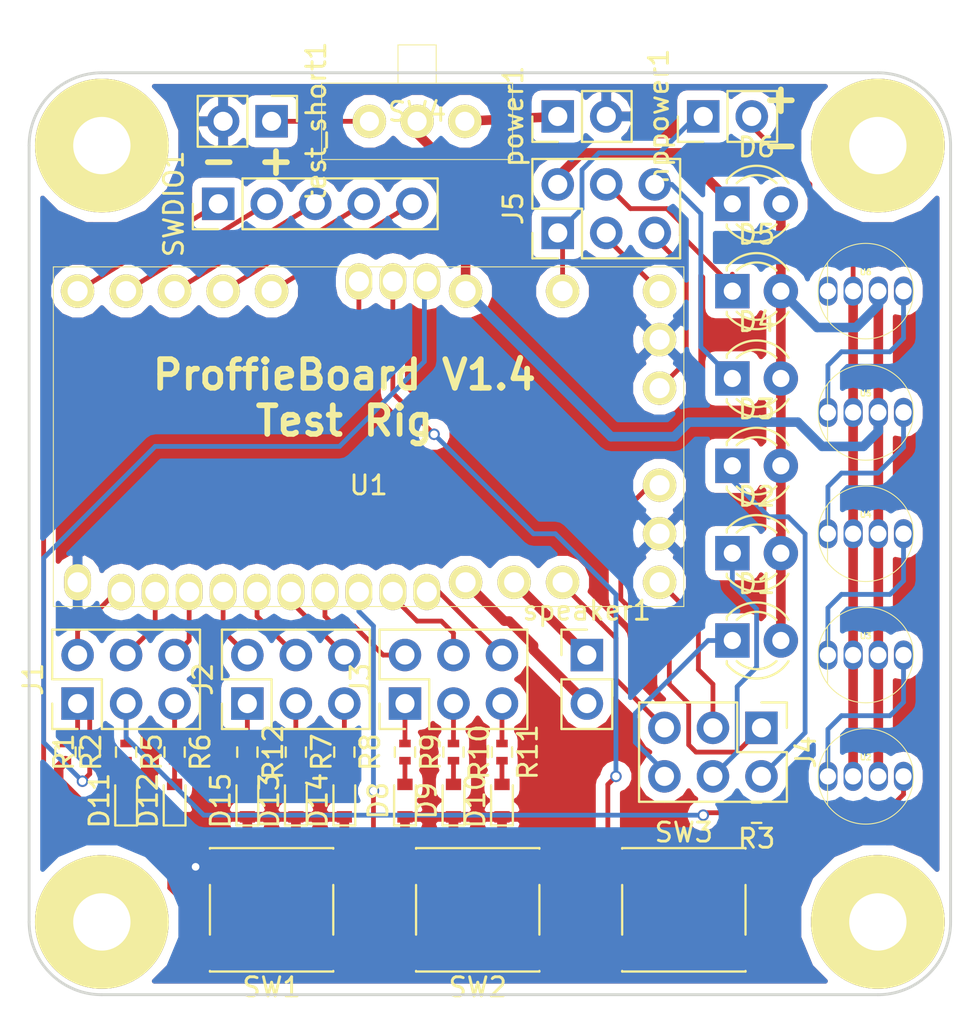
<source format=kicad_pcb>
(kicad_pcb (version 4) (host pcbnew 4.0.7-e2-6376~58~ubuntu16.04.1)

  (general
    (links 98)
    (no_connects 0)
    (area 59.614999 62.154999 108.025001 110.565001)
    (thickness 1.6)
    (drawings 11)
    (tracks 250)
    (zones 0)
    (modules 49)
    (nets 60)
  )

  (page A4)
  (layers
    (0 F.Cu signal)
    (31 B.Cu signal)
    (33 F.Adhes user)
    (35 F.Paste user)
    (37 F.SilkS user)
    (39 F.Mask user)
    (40 Dwgs.User user)
    (41 Cmts.User user)
    (42 Eco1.User user)
    (43 Eco2.User user)
    (44 Edge.Cuts user)
    (45 Margin user)
    (47 F.CrtYd user)
    (49 F.Fab user)
  )

  (setup
    (last_trace_width 0.25)
    (trace_clearance 0.2)
    (zone_clearance 0.508)
    (zone_45_only no)
    (trace_min 0.2)
    (segment_width 0.2)
    (edge_width 0.15)
    (via_size 0.6)
    (via_drill 0.4)
    (via_min_size 0.4)
    (via_min_drill 0.3)
    (uvia_size 0.3)
    (uvia_drill 0.1)
    (uvias_allowed no)
    (uvia_min_size 0.2)
    (uvia_min_drill 0.1)
    (pcb_text_width 0.3)
    (pcb_text_size 1.5 1.5)
    (mod_edge_width 0.15)
    (mod_text_size 1 1)
    (mod_text_width 0.15)
    (pad_size 1 1.524)
    (pad_drill 0.85)
    (pad_to_mask_clearance 0.2)
    (aux_axis_origin 0 0)
    (visible_elements FFFFFF7F)
    (pcbplotparams
      (layerselection 0x00030_80000001)
      (usegerberextensions false)
      (excludeedgelayer true)
      (linewidth 0.100000)
      (plotframeref false)
      (viasonmask false)
      (mode 1)
      (useauxorigin false)
      (hpglpennumber 1)
      (hpglpenspeed 20)
      (hpglpendiameter 15)
      (hpglpenoverlay 2)
      (psnegative false)
      (psa4output false)
      (plotreference true)
      (plotvalue true)
      (plotinvisibletext false)
      (padsonsilk false)
      (subtractmaskfromsilk false)
      (outputformat 1)
      (mirror false)
      (drillshape 1)
      (scaleselection 1)
      (outputdirectory ""))
  )

  (net 0 "")
  (net 1 "Net-(D1-Pad2)")
  (net 2 "Net-(R1-Pad1)")
  (net 3 "Net-(J1-Pad2)")
  (net 4 "Net-(J1-Pad3)")
  (net 5 GND)
  (net 6 "Net-(J3-Pad1)")
  (net 7 "Net-(R3-Pad1)")
  (net 8 "Net-(SW2-Pad2)")
  (net 9 "Net-(SW3-Pad1)")
  (net 10 "Net-(SWDIO1-Pad1)")
  (net 11 "Net-(SWDIO1-Pad2)")
  (net 12 "Net-(SWDIO1-Pad3)")
  (net 13 "Net-(SWDIO1-Pad4)")
  (net 14 "Net-(SWDIO1-Pad5)")
  (net 15 "Net-(D6-Pad1)")
  (net 16 "Net-(U2-Pad2)")
  (net 17 "Net-(U3-Pad2)")
  (net 18 "Net-(U4-Pad2)")
  (net 19 "Net-(U5-Pad2)")
  (net 20 "Net-(J3-Pad2)")
  (net 21 "Net-(D1-Pad1)")
  (net 22 ID)
  (net 23 "Net-(U1-Pad13)")
  (net 24 "Net-(U1-Pad12)")
  (net 25 "Net-(D4-Pad1)")
  (net 26 "Net-(D3-Pad1)")
  (net 27 "Net-(D2-Pad1)")
  (net 28 "Net-(D5-Pad1)")
  (net 29 "Net-(J3-Pad3)")
  (net 30 "Net-(D8-Pad2)")
  (net 31 "Net-(D9-Pad2)")
  (net 32 "Net-(D10-Pad2)")
  (net 33 "Net-(D11-Pad2)")
  (net 34 "Net-(D12-Pad2)")
  (net 35 "Net-(D13-Pad2)")
  (net 36 "Net-(D14-Pad2)")
  (net 37 "Net-(D15-Pad2)")
  (net 38 "Net-(J2-Pad1)")
  (net 39 "Net-(J2-Pad2)")
  (net 40 "Net-(J2-Pad3)")
  (net 41 "Net-(J2-Pad4)")
  (net 42 "Net-(J3-Pad4)")
  (net 43 "Net-(J3-Pad5)")
  (net 44 "Net-(J3-Pad6)")
  (net 45 "Net-(J1-Pad5)")
  (net 46 "Net-(J1-Pad6)")
  (net 47 "Net-(J1-Pad4)")
  (net 48 "Net-(J2-Pad5)")
  (net 49 "Net-(SW1-Pad1)")
  (net 50 "Net-(J2-Pad6)")
  (net 51 "Net-(SW4-Pad1)")
  (net 52 "Net-(SW4-Pad3)")
  (net 53 "Net-(J4-Pad1)")
  (net 54 "Net-(J4-Pad3)")
  (net 55 "Net-(J4-Pad5)")
  (net 56 "Net-(J5-Pad1)")
  (net 57 "Net-(J5-Pad3)")
  (net 58 "Net-(J5-Pad5)")
  (net 59 "Net-(U2-Pad1)")

  (net_class Default "This is the default net class."
    (clearance 0.2)
    (trace_width 0.25)
    (via_dia 0.6)
    (via_drill 0.4)
    (uvia_dia 0.3)
    (uvia_drill 0.1)
    (add_net ID)
    (add_net "Net-(D1-Pad1)")
    (add_net "Net-(D10-Pad2)")
    (add_net "Net-(D11-Pad2)")
    (add_net "Net-(D12-Pad2)")
    (add_net "Net-(D13-Pad2)")
    (add_net "Net-(D14-Pad2)")
    (add_net "Net-(D15-Pad2)")
    (add_net "Net-(D2-Pad1)")
    (add_net "Net-(D3-Pad1)")
    (add_net "Net-(D4-Pad1)")
    (add_net "Net-(D5-Pad1)")
    (add_net "Net-(D8-Pad2)")
    (add_net "Net-(D9-Pad2)")
    (add_net "Net-(J1-Pad2)")
    (add_net "Net-(J1-Pad3)")
    (add_net "Net-(J1-Pad4)")
    (add_net "Net-(J1-Pad5)")
    (add_net "Net-(J1-Pad6)")
    (add_net "Net-(J2-Pad1)")
    (add_net "Net-(J2-Pad2)")
    (add_net "Net-(J2-Pad3)")
    (add_net "Net-(J2-Pad4)")
    (add_net "Net-(J2-Pad5)")
    (add_net "Net-(J2-Pad6)")
    (add_net "Net-(J3-Pad1)")
    (add_net "Net-(J3-Pad2)")
    (add_net "Net-(J3-Pad3)")
    (add_net "Net-(J3-Pad4)")
    (add_net "Net-(J3-Pad5)")
    (add_net "Net-(J3-Pad6)")
    (add_net "Net-(J4-Pad1)")
    (add_net "Net-(J4-Pad3)")
    (add_net "Net-(J4-Pad5)")
    (add_net "Net-(J5-Pad1)")
    (add_net "Net-(J5-Pad3)")
    (add_net "Net-(J5-Pad5)")
    (add_net "Net-(R1-Pad1)")
    (add_net "Net-(R3-Pad1)")
    (add_net "Net-(SW1-Pad1)")
    (add_net "Net-(SW2-Pad2)")
    (add_net "Net-(SW3-Pad1)")
    (add_net "Net-(SW4-Pad1)")
    (add_net "Net-(SW4-Pad3)")
    (add_net "Net-(SWDIO1-Pad1)")
    (add_net "Net-(SWDIO1-Pad2)")
    (add_net "Net-(SWDIO1-Pad3)")
    (add_net "Net-(SWDIO1-Pad4)")
    (add_net "Net-(SWDIO1-Pad5)")
    (add_net "Net-(U2-Pad1)")
    (add_net "Net-(U2-Pad2)")
    (add_net "Net-(U3-Pad2)")
    (add_net "Net-(U4-Pad2)")
    (add_net "Net-(U5-Pad2)")
  )

  (net_class powa ""
    (clearance 0.2)
    (trace_width 0.5)
    (via_dia 0.6)
    (via_drill 0.4)
    (uvia_dia 0.3)
    (uvia_drill 0.1)
    (add_net GND)
    (add_net "Net-(D1-Pad2)")
    (add_net "Net-(D6-Pad1)")
    (add_net "Net-(U1-Pad12)")
    (add_net "Net-(U1-Pad13)")
  )

  (module lightsaber_parts:slide_switch (layer F.Cu) (tedit 5A702D33) (tstamp 5A7035B8)
    (at 80.01 64.77 180)
    (path /5A70EB24)
    (fp_text reference SW4 (at 0 0.5 180) (layer F.SilkS)
      (effects (font (size 1 1) (thickness 0.15)))
    )
    (fp_text value SW_SPDT (at 0 -0.5 180) (layer F.Fab)
      (effects (font (size 1 1) (thickness 0.15)))
    )
    (fp_line (start -1 2) (end -1 4) (layer F.SilkS) (width 0.05))
    (fp_line (start -1 4) (end 1 4) (layer F.SilkS) (width 0.05))
    (fp_line (start 1 4) (end 1 2) (layer F.SilkS) (width 0.05))
    (fp_line (start -5 -2) (end 5 -2) (layer F.SilkS) (width 0.05))
    (fp_line (start 5 -2) (end 5 2) (layer F.SilkS) (width 0.05))
    (fp_line (start 5 2) (end -5 2) (layer F.SilkS) (width 0.05))
    (fp_line (start -5 2) (end -5 -2) (layer F.SilkS) (width 0.05))
    (pad 1 thru_hole circle (at -2.5 0 180) (size 1.75 1.75) (drill 1) (layers *.Cu *.Mask F.SilkS)
      (net 51 "Net-(SW4-Pad1)"))
    (pad 2 thru_hole circle (at 0 0 180) (size 1.75 1.75) (drill 1) (layers *.Cu *.Mask F.SilkS)
      (net 1 "Net-(D1-Pad2)"))
    (pad 3 thru_hole circle (at 2.5 0 180) (size 1.75 1.75) (drill 1) (layers *.Cu *.Mask F.SilkS)
      (net 52 "Net-(SW4-Pad3)"))
  )

  (module Pin_Headers:Pin_Header_Straight_2x03_Pitch2.54mm (layer F.Cu) (tedit 59650532) (tstamp 5A755666)
    (at 71.12 95.25 90)
    (descr "Through hole straight pin header, 2x03, 2.54mm pitch, double rows")
    (tags "Through hole pin header THT 2x03 2.54mm double row")
    (path /5A7582EE)
    (fp_text reference J2 (at 1.27 -2.33 90) (layer F.SilkS)
      (effects (font (size 1 1) (thickness 0.15)))
    )
    (fp_text value Conn_02x03_Odd_Even (at 1.27 7.41 90) (layer F.Fab)
      (effects (font (size 1 1) (thickness 0.15)))
    )
    (fp_line (start 0 -1.27) (end 3.81 -1.27) (layer F.Fab) (width 0.1))
    (fp_line (start 3.81 -1.27) (end 3.81 6.35) (layer F.Fab) (width 0.1))
    (fp_line (start 3.81 6.35) (end -1.27 6.35) (layer F.Fab) (width 0.1))
    (fp_line (start -1.27 6.35) (end -1.27 0) (layer F.Fab) (width 0.1))
    (fp_line (start -1.27 0) (end 0 -1.27) (layer F.Fab) (width 0.1))
    (fp_line (start -1.33 6.41) (end 3.87 6.41) (layer F.SilkS) (width 0.12))
    (fp_line (start -1.33 1.27) (end -1.33 6.41) (layer F.SilkS) (width 0.12))
    (fp_line (start 3.87 -1.33) (end 3.87 6.41) (layer F.SilkS) (width 0.12))
    (fp_line (start -1.33 1.27) (end 1.27 1.27) (layer F.SilkS) (width 0.12))
    (fp_line (start 1.27 1.27) (end 1.27 -1.33) (layer F.SilkS) (width 0.12))
    (fp_line (start 1.27 -1.33) (end 3.87 -1.33) (layer F.SilkS) (width 0.12))
    (fp_line (start -1.33 0) (end -1.33 -1.33) (layer F.SilkS) (width 0.12))
    (fp_line (start -1.33 -1.33) (end 0 -1.33) (layer F.SilkS) (width 0.12))
    (fp_line (start -1.8 -1.8) (end -1.8 6.85) (layer F.CrtYd) (width 0.05))
    (fp_line (start -1.8 6.85) (end 4.35 6.85) (layer F.CrtYd) (width 0.05))
    (fp_line (start 4.35 6.85) (end 4.35 -1.8) (layer F.CrtYd) (width 0.05))
    (fp_line (start 4.35 -1.8) (end -1.8 -1.8) (layer F.CrtYd) (width 0.05))
    (fp_text user %R (at 1.27 2.54 180) (layer F.Fab)
      (effects (font (size 1 1) (thickness 0.15)))
    )
    (pad 1 thru_hole rect (at 0 0 90) (size 1.7 1.7) (drill 1) (layers *.Cu *.Mask)
      (net 38 "Net-(J2-Pad1)"))
    (pad 2 thru_hole oval (at 2.54 0 90) (size 1.7 1.7) (drill 1) (layers *.Cu *.Mask)
      (net 39 "Net-(J2-Pad2)"))
    (pad 3 thru_hole oval (at 0 2.54 90) (size 1.7 1.7) (drill 1) (layers *.Cu *.Mask)
      (net 40 "Net-(J2-Pad3)"))
    (pad 4 thru_hole oval (at 2.54 2.54 90) (size 1.7 1.7) (drill 1) (layers *.Cu *.Mask)
      (net 41 "Net-(J2-Pad4)"))
    (pad 5 thru_hole oval (at 0 5.08 90) (size 1.7 1.7) (drill 1) (layers *.Cu *.Mask)
      (net 48 "Net-(J2-Pad5)"))
    (pad 6 thru_hole oval (at 2.54 5.08 90) (size 1.7 1.7) (drill 1) (layers *.Cu *.Mask)
      (net 50 "Net-(J2-Pad6)"))
    (model ${KISYS3DMOD}/Pin_Headers.3dshapes/Pin_Header_Straight_2x03_Pitch2.54mm.wrl
      (at (xyz 0 0 0))
      (scale (xyz 1 1 1))
      (rotate (xyz 0 0 0))
    )
  )

  (module lightsaber_parts:screw_hole locked (layer F.Cu) (tedit 582573F1) (tstamp 5A714521)
    (at 104.14 106.68)
    (fp_text reference REF** (at 0 0.5) (layer F.SilkS)
      (effects (font (size 1 1) (thickness 0.15)))
    )
    (fp_text value screw_hole (at 0 -0.5) (layer F.Fab)
      (effects (font (size 1 1) (thickness 0.15)))
    )
    (pad 0 thru_hole circle (at 0 0) (size 7 7) (drill 3) (layers *.Cu *.Mask F.SilkS))
  )

  (module lightsaber_parts:screw_hole locked (layer F.Cu) (tedit 582573F1) (tstamp 5A71451C)
    (at 104.14 66.04)
    (fp_text reference REF** (at 0 0.5) (layer F.SilkS)
      (effects (font (size 1 1) (thickness 0.15)))
    )
    (fp_text value screw_hole (at 0 -0.5) (layer F.Fab)
      (effects (font (size 1 1) (thickness 0.15)))
    )
    (pad 0 thru_hole circle (at 0 0) (size 7 7) (drill 3) (layers *.Cu *.Mask F.SilkS))
  )

  (module lightsaber_parts:screw_hole locked (layer F.Cu) (tedit 582573F1) (tstamp 5A714517)
    (at 63.5 106.68)
    (fp_text reference REF** (at 0 0.5) (layer F.SilkS)
      (effects (font (size 1 1) (thickness 0.15)))
    )
    (fp_text value screw_hole (at 0 -0.5) (layer F.Fab)
      (effects (font (size 1 1) (thickness 0.15)))
    )
    (pad 0 thru_hole circle (at 0 0) (size 7 7) (drill 3) (layers *.Cu *.Mask F.SilkS))
  )

  (module lightsaber_parts:screw_hole locked (layer F.Cu) (tedit 582573F1) (tstamp 5A703F18)
    (at 63.5 66.04)
    (fp_text reference REF** (at 0 0.5) (layer F.SilkS)
      (effects (font (size 1 1) (thickness 0.15)))
    )
    (fp_text value screw_hole (at 0 -0.5) (layer F.Fab)
      (effects (font (size 1 1) (thickness 0.15)))
    )
    (pad 0 thru_hole circle (at 0 0) (size 7 7) (drill 3) (layers *.Cu *.Mask F.SilkS))
  )

  (module Pin_Headers:Pin_Header_Straight_1x02_Pitch2.54mm (layer F.Cu) (tedit 59650532) (tstamp 5A703580)
    (at 87.376 64.516 90)
    (descr "Through hole straight pin header, 1x02, 2.54mm pitch, single row")
    (tags "Through hole pin header THT 1x02 2.54mm single row")
    (path /597D65D8)
    (fp_text reference power1 (at 0 -2.33 90) (layer F.SilkS)
      (effects (font (size 1 1) (thickness 0.15)))
    )
    (fp_text value CONN_01X02 (at 0 4.87 90) (layer F.Fab)
      (effects (font (size 1 1) (thickness 0.15)))
    )
    (fp_line (start -0.635 -1.27) (end 1.27 -1.27) (layer F.Fab) (width 0.1))
    (fp_line (start 1.27 -1.27) (end 1.27 3.81) (layer F.Fab) (width 0.1))
    (fp_line (start 1.27 3.81) (end -1.27 3.81) (layer F.Fab) (width 0.1))
    (fp_line (start -1.27 3.81) (end -1.27 -0.635) (layer F.Fab) (width 0.1))
    (fp_line (start -1.27 -0.635) (end -0.635 -1.27) (layer F.Fab) (width 0.1))
    (fp_line (start -1.33 3.87) (end 1.33 3.87) (layer F.SilkS) (width 0.12))
    (fp_line (start -1.33 1.27) (end -1.33 3.87) (layer F.SilkS) (width 0.12))
    (fp_line (start 1.33 1.27) (end 1.33 3.87) (layer F.SilkS) (width 0.12))
    (fp_line (start -1.33 1.27) (end 1.33 1.27) (layer F.SilkS) (width 0.12))
    (fp_line (start -1.33 0) (end -1.33 -1.33) (layer F.SilkS) (width 0.12))
    (fp_line (start -1.33 -1.33) (end 0 -1.33) (layer F.SilkS) (width 0.12))
    (fp_line (start -1.8 -1.8) (end -1.8 4.35) (layer F.CrtYd) (width 0.05))
    (fp_line (start -1.8 4.35) (end 1.8 4.35) (layer F.CrtYd) (width 0.05))
    (fp_line (start 1.8 4.35) (end 1.8 -1.8) (layer F.CrtYd) (width 0.05))
    (fp_line (start 1.8 -1.8) (end -1.8 -1.8) (layer F.CrtYd) (width 0.05))
    (fp_text user %R (at 0 1.27 180) (layer F.Fab)
      (effects (font (size 1 1) (thickness 0.15)))
    )
    (pad 1 thru_hole rect (at 0 0 90) (size 1.7 1.7) (drill 1) (layers *.Cu *.Mask)
      (net 51 "Net-(SW4-Pad1)"))
    (pad 2 thru_hole oval (at 0 2.54 90) (size 1.7 1.7) (drill 1) (layers *.Cu *.Mask)
      (net 5 GND))
    (model ${KISYS3DMOD}/Pin_Headers.3dshapes/Pin_Header_Straight_1x02_Pitch2.54mm.wrl
      (at (xyz 0 0 0))
      (scale (xyz 1 1 1))
      (rotate (xyz 0 0 0))
    )
  )

  (module Buttons_Switches_SMD:SW_SPST_PTS645 (layer F.Cu) (tedit 58724A80) (tstamp 5A70359A)
    (at 72.39 106.045 180)
    (descr "C&K Components SPST SMD PTS645 Series 6mm Tact Switch")
    (tags "SPST Button Switch")
    (path /597D8C64)
    (attr smd)
    (fp_text reference SW1 (at 0 -4.05 180) (layer F.SilkS)
      (effects (font (size 1 1) (thickness 0.15)))
    )
    (fp_text value SW_Push (at 0 4.15 180) (layer F.Fab)
      (effects (font (size 1 1) (thickness 0.15)))
    )
    (fp_text user %R (at 0 -4.05 180) (layer F.Fab)
      (effects (font (size 1 1) (thickness 0.15)))
    )
    (fp_line (start -3 -3) (end -3 3) (layer F.Fab) (width 0.1))
    (fp_line (start -3 3) (end 3 3) (layer F.Fab) (width 0.1))
    (fp_line (start 3 3) (end 3 -3) (layer F.Fab) (width 0.1))
    (fp_line (start 3 -3) (end -3 -3) (layer F.Fab) (width 0.1))
    (fp_line (start 5.05 3.4) (end 5.05 -3.4) (layer F.CrtYd) (width 0.05))
    (fp_line (start -5.05 -3.4) (end -5.05 3.4) (layer F.CrtYd) (width 0.05))
    (fp_line (start -5.05 3.4) (end 5.05 3.4) (layer F.CrtYd) (width 0.05))
    (fp_line (start -5.05 -3.4) (end 5.05 -3.4) (layer F.CrtYd) (width 0.05))
    (fp_line (start 3.23 -3.23) (end 3.23 -3.2) (layer F.SilkS) (width 0.12))
    (fp_line (start 3.23 3.23) (end 3.23 3.2) (layer F.SilkS) (width 0.12))
    (fp_line (start -3.23 3.23) (end -3.23 3.2) (layer F.SilkS) (width 0.12))
    (fp_line (start -3.23 -3.2) (end -3.23 -3.23) (layer F.SilkS) (width 0.12))
    (fp_line (start 3.23 -1.3) (end 3.23 1.3) (layer F.SilkS) (width 0.12))
    (fp_line (start -3.23 -3.23) (end 3.23 -3.23) (layer F.SilkS) (width 0.12))
    (fp_line (start -3.23 -1.3) (end -3.23 1.3) (layer F.SilkS) (width 0.12))
    (fp_line (start -3.23 3.23) (end 3.23 3.23) (layer F.SilkS) (width 0.12))
    (fp_circle (center 0 0) (end 1.75 -0.05) (layer F.Fab) (width 0.1))
    (pad 2 smd rect (at -3.98 2.25 180) (size 1.55 1.3) (layers F.Cu F.Paste F.Mask)
      (net 5 GND))
    (pad 1 smd rect (at -3.98 -2.25 180) (size 1.55 1.3) (layers F.Cu F.Paste F.Mask)
      (net 49 "Net-(SW1-Pad1)"))
    (pad 1 smd rect (at 3.98 -2.25 180) (size 1.55 1.3) (layers F.Cu F.Paste F.Mask)
      (net 49 "Net-(SW1-Pad1)"))
    (pad 2 smd rect (at 3.98 2.25 180) (size 1.55 1.3) (layers F.Cu F.Paste F.Mask)
      (net 5 GND))
    (model ${KISYS3DMOD}/Buttons_Switches_SMD.3dshapes/SW_SPST_PTS645.wrl
      (at (xyz 0 0 0))
      (scale (xyz 1 1 1))
      (rotate (xyz 0 0 0))
    )
  )

  (module Buttons_Switches_SMD:SW_SPST_PTS645 (layer F.Cu) (tedit 58724A80) (tstamp 5A7035A2)
    (at 83.185 106.045 180)
    (descr "C&K Components SPST SMD PTS645 Series 6mm Tact Switch")
    (tags "SPST Button Switch")
    (path /597D8ACA)
    (attr smd)
    (fp_text reference SW2 (at 0 -4.05 180) (layer F.SilkS)
      (effects (font (size 1 1) (thickness 0.15)))
    )
    (fp_text value SW_Push (at 0 4.15 180) (layer F.Fab)
      (effects (font (size 1 1) (thickness 0.15)))
    )
    (fp_text user %R (at 0 -4.05 180) (layer F.Fab)
      (effects (font (size 1 1) (thickness 0.15)))
    )
    (fp_line (start -3 -3) (end -3 3) (layer F.Fab) (width 0.1))
    (fp_line (start -3 3) (end 3 3) (layer F.Fab) (width 0.1))
    (fp_line (start 3 3) (end 3 -3) (layer F.Fab) (width 0.1))
    (fp_line (start 3 -3) (end -3 -3) (layer F.Fab) (width 0.1))
    (fp_line (start 5.05 3.4) (end 5.05 -3.4) (layer F.CrtYd) (width 0.05))
    (fp_line (start -5.05 -3.4) (end -5.05 3.4) (layer F.CrtYd) (width 0.05))
    (fp_line (start -5.05 3.4) (end 5.05 3.4) (layer F.CrtYd) (width 0.05))
    (fp_line (start -5.05 -3.4) (end 5.05 -3.4) (layer F.CrtYd) (width 0.05))
    (fp_line (start 3.23 -3.23) (end 3.23 -3.2) (layer F.SilkS) (width 0.12))
    (fp_line (start 3.23 3.23) (end 3.23 3.2) (layer F.SilkS) (width 0.12))
    (fp_line (start -3.23 3.23) (end -3.23 3.2) (layer F.SilkS) (width 0.12))
    (fp_line (start -3.23 -3.2) (end -3.23 -3.23) (layer F.SilkS) (width 0.12))
    (fp_line (start 3.23 -1.3) (end 3.23 1.3) (layer F.SilkS) (width 0.12))
    (fp_line (start -3.23 -3.23) (end 3.23 -3.23) (layer F.SilkS) (width 0.12))
    (fp_line (start -3.23 -1.3) (end -3.23 1.3) (layer F.SilkS) (width 0.12))
    (fp_line (start -3.23 3.23) (end 3.23 3.23) (layer F.SilkS) (width 0.12))
    (fp_circle (center 0 0) (end 1.75 -0.05) (layer F.Fab) (width 0.1))
    (pad 2 smd rect (at -3.98 2.25 180) (size 1.55 1.3) (layers F.Cu F.Paste F.Mask)
      (net 8 "Net-(SW2-Pad2)"))
    (pad 1 smd rect (at -3.98 -2.25 180) (size 1.55 1.3) (layers F.Cu F.Paste F.Mask)
      (net 5 GND))
    (pad 1 smd rect (at 3.98 -2.25 180) (size 1.55 1.3) (layers F.Cu F.Paste F.Mask)
      (net 5 GND))
    (pad 2 smd rect (at 3.98 2.25 180) (size 1.55 1.3) (layers F.Cu F.Paste F.Mask)
      (net 8 "Net-(SW2-Pad2)"))
    (model ${KISYS3DMOD}/Buttons_Switches_SMD.3dshapes/SW_SPST_PTS645.wrl
      (at (xyz 0 0 0))
      (scale (xyz 1 1 1))
      (rotate (xyz 0 0 0))
    )
  )

  (module Buttons_Switches_SMD:SW_SPST_PTS645 (layer F.Cu) (tedit 58724A80) (tstamp 5A7035AA)
    (at 93.98 106.045)
    (descr "C&K Components SPST SMD PTS645 Series 6mm Tact Switch")
    (tags "SPST Button Switch")
    (path /597D8815)
    (attr smd)
    (fp_text reference SW3 (at 0 -4.05) (layer F.SilkS)
      (effects (font (size 1 1) (thickness 0.15)))
    )
    (fp_text value SW_Push (at 0 4.15) (layer F.Fab)
      (effects (font (size 1 1) (thickness 0.15)))
    )
    (fp_text user %R (at 0 -4.05) (layer F.Fab)
      (effects (font (size 1 1) (thickness 0.15)))
    )
    (fp_line (start -3 -3) (end -3 3) (layer F.Fab) (width 0.1))
    (fp_line (start -3 3) (end 3 3) (layer F.Fab) (width 0.1))
    (fp_line (start 3 3) (end 3 -3) (layer F.Fab) (width 0.1))
    (fp_line (start 3 -3) (end -3 -3) (layer F.Fab) (width 0.1))
    (fp_line (start 5.05 3.4) (end 5.05 -3.4) (layer F.CrtYd) (width 0.05))
    (fp_line (start -5.05 -3.4) (end -5.05 3.4) (layer F.CrtYd) (width 0.05))
    (fp_line (start -5.05 3.4) (end 5.05 3.4) (layer F.CrtYd) (width 0.05))
    (fp_line (start -5.05 -3.4) (end 5.05 -3.4) (layer F.CrtYd) (width 0.05))
    (fp_line (start 3.23 -3.23) (end 3.23 -3.2) (layer F.SilkS) (width 0.12))
    (fp_line (start 3.23 3.23) (end 3.23 3.2) (layer F.SilkS) (width 0.12))
    (fp_line (start -3.23 3.23) (end -3.23 3.2) (layer F.SilkS) (width 0.12))
    (fp_line (start -3.23 -3.2) (end -3.23 -3.23) (layer F.SilkS) (width 0.12))
    (fp_line (start 3.23 -1.3) (end 3.23 1.3) (layer F.SilkS) (width 0.12))
    (fp_line (start -3.23 -3.23) (end 3.23 -3.23) (layer F.SilkS) (width 0.12))
    (fp_line (start -3.23 -1.3) (end -3.23 1.3) (layer F.SilkS) (width 0.12))
    (fp_line (start -3.23 3.23) (end 3.23 3.23) (layer F.SilkS) (width 0.12))
    (fp_circle (center 0 0) (end 1.75 -0.05) (layer F.Fab) (width 0.1))
    (pad 2 smd rect (at -3.98 2.25) (size 1.55 1.3) (layers F.Cu F.Paste F.Mask)
      (net 5 GND))
    (pad 1 smd rect (at -3.98 -2.25) (size 1.55 1.3) (layers F.Cu F.Paste F.Mask)
      (net 9 "Net-(SW3-Pad1)"))
    (pad 1 smd rect (at 3.98 -2.25) (size 1.55 1.3) (layers F.Cu F.Paste F.Mask)
      (net 9 "Net-(SW3-Pad1)"))
    (pad 2 smd rect (at 3.98 2.25) (size 1.55 1.3) (layers F.Cu F.Paste F.Mask)
      (net 5 GND))
    (model ${KISYS3DMOD}/Buttons_Switches_SMD.3dshapes/SW_SPST_PTS645.wrl
      (at (xyz 0 0 0))
      (scale (xyz 1 1 1))
      (rotate (xyz 0 0 0))
    )
  )

  (module Pin_Headers:Pin_Header_Straight_1x05_Pitch2.54mm (layer F.Cu) (tedit 59650532) (tstamp 5A7036D9)
    (at 69.596 69.088 90)
    (descr "Through hole straight pin header, 1x05, 2.54mm pitch, single row")
    (tags "Through hole pin header THT 1x05 2.54mm single row")
    (path /5A706299)
    (fp_text reference SWDIO1 (at 0 -2.33 90) (layer F.SilkS)
      (effects (font (size 1 1) (thickness 0.15)))
    )
    (fp_text value Conn_01x05 (at 0 12.49 90) (layer F.Fab)
      (effects (font (size 1 1) (thickness 0.15)))
    )
    (fp_line (start -0.635 -1.27) (end 1.27 -1.27) (layer F.Fab) (width 0.1))
    (fp_line (start 1.27 -1.27) (end 1.27 11.43) (layer F.Fab) (width 0.1))
    (fp_line (start 1.27 11.43) (end -1.27 11.43) (layer F.Fab) (width 0.1))
    (fp_line (start -1.27 11.43) (end -1.27 -0.635) (layer F.Fab) (width 0.1))
    (fp_line (start -1.27 -0.635) (end -0.635 -1.27) (layer F.Fab) (width 0.1))
    (fp_line (start -1.33 11.49) (end 1.33 11.49) (layer F.SilkS) (width 0.12))
    (fp_line (start -1.33 1.27) (end -1.33 11.49) (layer F.SilkS) (width 0.12))
    (fp_line (start 1.33 1.27) (end 1.33 11.49) (layer F.SilkS) (width 0.12))
    (fp_line (start -1.33 1.27) (end 1.33 1.27) (layer F.SilkS) (width 0.12))
    (fp_line (start -1.33 0) (end -1.33 -1.33) (layer F.SilkS) (width 0.12))
    (fp_line (start -1.33 -1.33) (end 0 -1.33) (layer F.SilkS) (width 0.12))
    (fp_line (start -1.8 -1.8) (end -1.8 11.95) (layer F.CrtYd) (width 0.05))
    (fp_line (start -1.8 11.95) (end 1.8 11.95) (layer F.CrtYd) (width 0.05))
    (fp_line (start 1.8 11.95) (end 1.8 -1.8) (layer F.CrtYd) (width 0.05))
    (fp_line (start 1.8 -1.8) (end -1.8 -1.8) (layer F.CrtYd) (width 0.05))
    (fp_text user %R (at 0 5.08 180) (layer F.Fab)
      (effects (font (size 1 1) (thickness 0.15)))
    )
    (pad 1 thru_hole rect (at 0 0 90) (size 1.7 1.7) (drill 1) (layers *.Cu *.Mask)
      (net 10 "Net-(SWDIO1-Pad1)"))
    (pad 2 thru_hole oval (at 0 2.54 90) (size 1.7 1.7) (drill 1) (layers *.Cu *.Mask)
      (net 11 "Net-(SWDIO1-Pad2)"))
    (pad 3 thru_hole oval (at 0 5.08 90) (size 1.7 1.7) (drill 1) (layers *.Cu *.Mask)
      (net 12 "Net-(SWDIO1-Pad3)"))
    (pad 4 thru_hole oval (at 0 7.62 90) (size 1.7 1.7) (drill 1) (layers *.Cu *.Mask)
      (net 13 "Net-(SWDIO1-Pad4)"))
    (pad 5 thru_hole oval (at 0 10.16 90) (size 1.7 1.7) (drill 1) (layers *.Cu *.Mask)
      (net 14 "Net-(SWDIO1-Pad5)"))
    (model ${KISYS3DMOD}/Pin_Headers.3dshapes/Pin_Header_Straight_1x05_Pitch2.54mm.wrl
      (at (xyz 0 0 0))
      (scale (xyz 1 1 1))
      (rotate (xyz 0 0 0))
    )
  )

  (module LEDs:LED_D3.0mm (layer F.Cu) (tedit 587A3A7B) (tstamp 5A70378A)
    (at 96.52 91.948)
    (descr "LED, diameter 3.0mm, 2 pins")
    (tags "LED diameter 3.0mm 2 pins")
    (path /5A70225B)
    (fp_text reference D1 (at 1.27 -2.96) (layer F.SilkS)
      (effects (font (size 1 1) (thickness 0.15)))
    )
    (fp_text value LED (at 1.27 2.96) (layer F.Fab)
      (effects (font (size 1 1) (thickness 0.15)))
    )
    (fp_arc (start 1.27 0) (end -0.23 -1.16619) (angle 284.3) (layer F.Fab) (width 0.1))
    (fp_arc (start 1.27 0) (end -0.29 -1.235516) (angle 108.8) (layer F.SilkS) (width 0.12))
    (fp_arc (start 1.27 0) (end -0.29 1.235516) (angle -108.8) (layer F.SilkS) (width 0.12))
    (fp_arc (start 1.27 0) (end 0.229039 -1.08) (angle 87.9) (layer F.SilkS) (width 0.12))
    (fp_arc (start 1.27 0) (end 0.229039 1.08) (angle -87.9) (layer F.SilkS) (width 0.12))
    (fp_circle (center 1.27 0) (end 2.77 0) (layer F.Fab) (width 0.1))
    (fp_line (start -0.23 -1.16619) (end -0.23 1.16619) (layer F.Fab) (width 0.1))
    (fp_line (start -0.29 -1.236) (end -0.29 -1.08) (layer F.SilkS) (width 0.12))
    (fp_line (start -0.29 1.08) (end -0.29 1.236) (layer F.SilkS) (width 0.12))
    (fp_line (start -1.15 -2.25) (end -1.15 2.25) (layer F.CrtYd) (width 0.05))
    (fp_line (start -1.15 2.25) (end 3.7 2.25) (layer F.CrtYd) (width 0.05))
    (fp_line (start 3.7 2.25) (end 3.7 -2.25) (layer F.CrtYd) (width 0.05))
    (fp_line (start 3.7 -2.25) (end -1.15 -2.25) (layer F.CrtYd) (width 0.05))
    (pad 1 thru_hole rect (at 0 0) (size 1.8 1.8) (drill 0.9) (layers *.Cu *.Mask)
      (net 21 "Net-(D1-Pad1)"))
    (pad 2 thru_hole circle (at 2.54 0) (size 1.8 1.8) (drill 0.9) (layers *.Cu *.Mask)
      (net 1 "Net-(D1-Pad2)"))
    (model ${KISYS3DMOD}/LEDs.3dshapes/LED_D3.0mm.wrl
      (at (xyz 0 0 0))
      (scale (xyz 0.393701 0.393701 0.393701))
      (rotate (xyz 0 0 0))
    )
  )

  (module LEDs:LED_D3.0mm (layer F.Cu) (tedit 587A3A7B) (tstamp 5A703790)
    (at 96.52 87.376)
    (descr "LED, diameter 3.0mm, 2 pins")
    (tags "LED diameter 3.0mm 2 pins")
    (path /5A702403)
    (fp_text reference D2 (at 1.27 -2.96) (layer F.SilkS)
      (effects (font (size 1 1) (thickness 0.15)))
    )
    (fp_text value LED (at 1.27 2.96) (layer F.Fab)
      (effects (font (size 1 1) (thickness 0.15)))
    )
    (fp_arc (start 1.27 0) (end -0.23 -1.16619) (angle 284.3) (layer F.Fab) (width 0.1))
    (fp_arc (start 1.27 0) (end -0.29 -1.235516) (angle 108.8) (layer F.SilkS) (width 0.12))
    (fp_arc (start 1.27 0) (end -0.29 1.235516) (angle -108.8) (layer F.SilkS) (width 0.12))
    (fp_arc (start 1.27 0) (end 0.229039 -1.08) (angle 87.9) (layer F.SilkS) (width 0.12))
    (fp_arc (start 1.27 0) (end 0.229039 1.08) (angle -87.9) (layer F.SilkS) (width 0.12))
    (fp_circle (center 1.27 0) (end 2.77 0) (layer F.Fab) (width 0.1))
    (fp_line (start -0.23 -1.16619) (end -0.23 1.16619) (layer F.Fab) (width 0.1))
    (fp_line (start -0.29 -1.236) (end -0.29 -1.08) (layer F.SilkS) (width 0.12))
    (fp_line (start -0.29 1.08) (end -0.29 1.236) (layer F.SilkS) (width 0.12))
    (fp_line (start -1.15 -2.25) (end -1.15 2.25) (layer F.CrtYd) (width 0.05))
    (fp_line (start -1.15 2.25) (end 3.7 2.25) (layer F.CrtYd) (width 0.05))
    (fp_line (start 3.7 2.25) (end 3.7 -2.25) (layer F.CrtYd) (width 0.05))
    (fp_line (start 3.7 -2.25) (end -1.15 -2.25) (layer F.CrtYd) (width 0.05))
    (pad 1 thru_hole rect (at 0 0) (size 1.8 1.8) (drill 0.9) (layers *.Cu *.Mask)
      (net 27 "Net-(D2-Pad1)"))
    (pad 2 thru_hole circle (at 2.54 0) (size 1.8 1.8) (drill 0.9) (layers *.Cu *.Mask)
      (net 1 "Net-(D1-Pad2)"))
    (model ${KISYS3DMOD}/LEDs.3dshapes/LED_D3.0mm.wrl
      (at (xyz 0 0 0))
      (scale (xyz 0.393701 0.393701 0.393701))
      (rotate (xyz 0 0 0))
    )
  )

  (module LEDs:LED_D3.0mm (layer F.Cu) (tedit 587A3A7B) (tstamp 5A703796)
    (at 96.52 82.804)
    (descr "LED, diameter 3.0mm, 2 pins")
    (tags "LED diameter 3.0mm 2 pins")
    (path /5A702458)
    (fp_text reference D3 (at 1.27 -2.96) (layer F.SilkS)
      (effects (font (size 1 1) (thickness 0.15)))
    )
    (fp_text value LED (at 1.27 2.96) (layer F.Fab)
      (effects (font (size 1 1) (thickness 0.15)))
    )
    (fp_arc (start 1.27 0) (end -0.23 -1.16619) (angle 284.3) (layer F.Fab) (width 0.1))
    (fp_arc (start 1.27 0) (end -0.29 -1.235516) (angle 108.8) (layer F.SilkS) (width 0.12))
    (fp_arc (start 1.27 0) (end -0.29 1.235516) (angle -108.8) (layer F.SilkS) (width 0.12))
    (fp_arc (start 1.27 0) (end 0.229039 -1.08) (angle 87.9) (layer F.SilkS) (width 0.12))
    (fp_arc (start 1.27 0) (end 0.229039 1.08) (angle -87.9) (layer F.SilkS) (width 0.12))
    (fp_circle (center 1.27 0) (end 2.77 0) (layer F.Fab) (width 0.1))
    (fp_line (start -0.23 -1.16619) (end -0.23 1.16619) (layer F.Fab) (width 0.1))
    (fp_line (start -0.29 -1.236) (end -0.29 -1.08) (layer F.SilkS) (width 0.12))
    (fp_line (start -0.29 1.08) (end -0.29 1.236) (layer F.SilkS) (width 0.12))
    (fp_line (start -1.15 -2.25) (end -1.15 2.25) (layer F.CrtYd) (width 0.05))
    (fp_line (start -1.15 2.25) (end 3.7 2.25) (layer F.CrtYd) (width 0.05))
    (fp_line (start 3.7 2.25) (end 3.7 -2.25) (layer F.CrtYd) (width 0.05))
    (fp_line (start 3.7 -2.25) (end -1.15 -2.25) (layer F.CrtYd) (width 0.05))
    (pad 1 thru_hole rect (at 0 0) (size 1.8 1.8) (drill 0.9) (layers *.Cu *.Mask)
      (net 26 "Net-(D3-Pad1)"))
    (pad 2 thru_hole circle (at 2.54 0) (size 1.8 1.8) (drill 0.9) (layers *.Cu *.Mask)
      (net 1 "Net-(D1-Pad2)"))
    (model ${KISYS3DMOD}/LEDs.3dshapes/LED_D3.0mm.wrl
      (at (xyz 0 0 0))
      (scale (xyz 0.393701 0.393701 0.393701))
      (rotate (xyz 0 0 0))
    )
  )

  (module LEDs:LED_D3.0mm (layer F.Cu) (tedit 587A3A7B) (tstamp 5A70379C)
    (at 96.52 78.232)
    (descr "LED, diameter 3.0mm, 2 pins")
    (tags "LED diameter 3.0mm 2 pins")
    (path /5A7024C0)
    (fp_text reference D4 (at 1.27 -2.96) (layer F.SilkS)
      (effects (font (size 1 1) (thickness 0.15)))
    )
    (fp_text value LED (at 1.27 2.96) (layer F.Fab)
      (effects (font (size 1 1) (thickness 0.15)))
    )
    (fp_arc (start 1.27 0) (end -0.23 -1.16619) (angle 284.3) (layer F.Fab) (width 0.1))
    (fp_arc (start 1.27 0) (end -0.29 -1.235516) (angle 108.8) (layer F.SilkS) (width 0.12))
    (fp_arc (start 1.27 0) (end -0.29 1.235516) (angle -108.8) (layer F.SilkS) (width 0.12))
    (fp_arc (start 1.27 0) (end 0.229039 -1.08) (angle 87.9) (layer F.SilkS) (width 0.12))
    (fp_arc (start 1.27 0) (end 0.229039 1.08) (angle -87.9) (layer F.SilkS) (width 0.12))
    (fp_circle (center 1.27 0) (end 2.77 0) (layer F.Fab) (width 0.1))
    (fp_line (start -0.23 -1.16619) (end -0.23 1.16619) (layer F.Fab) (width 0.1))
    (fp_line (start -0.29 -1.236) (end -0.29 -1.08) (layer F.SilkS) (width 0.12))
    (fp_line (start -0.29 1.08) (end -0.29 1.236) (layer F.SilkS) (width 0.12))
    (fp_line (start -1.15 -2.25) (end -1.15 2.25) (layer F.CrtYd) (width 0.05))
    (fp_line (start -1.15 2.25) (end 3.7 2.25) (layer F.CrtYd) (width 0.05))
    (fp_line (start 3.7 2.25) (end 3.7 -2.25) (layer F.CrtYd) (width 0.05))
    (fp_line (start 3.7 -2.25) (end -1.15 -2.25) (layer F.CrtYd) (width 0.05))
    (pad 1 thru_hole rect (at 0 0) (size 1.8 1.8) (drill 0.9) (layers *.Cu *.Mask)
      (net 25 "Net-(D4-Pad1)"))
    (pad 2 thru_hole circle (at 2.54 0) (size 1.8 1.8) (drill 0.9) (layers *.Cu *.Mask)
      (net 1 "Net-(D1-Pad2)"))
    (model ${KISYS3DMOD}/LEDs.3dshapes/LED_D3.0mm.wrl
      (at (xyz 0 0 0))
      (scale (xyz 0.393701 0.393701 0.393701))
      (rotate (xyz 0 0 0))
    )
  )

  (module LEDs:LED_D3.0mm (layer F.Cu) (tedit 587A3A7B) (tstamp 5A7037A2)
    (at 96.52 73.66)
    (descr "LED, diameter 3.0mm, 2 pins")
    (tags "LED diameter 3.0mm 2 pins")
    (path /5A70257C)
    (fp_text reference D5 (at 1.27 -2.96) (layer F.SilkS)
      (effects (font (size 1 1) (thickness 0.15)))
    )
    (fp_text value LED (at 1.27 2.96) (layer F.Fab)
      (effects (font (size 1 1) (thickness 0.15)))
    )
    (fp_arc (start 1.27 0) (end -0.23 -1.16619) (angle 284.3) (layer F.Fab) (width 0.1))
    (fp_arc (start 1.27 0) (end -0.29 -1.235516) (angle 108.8) (layer F.SilkS) (width 0.12))
    (fp_arc (start 1.27 0) (end -0.29 1.235516) (angle -108.8) (layer F.SilkS) (width 0.12))
    (fp_arc (start 1.27 0) (end 0.229039 -1.08) (angle 87.9) (layer F.SilkS) (width 0.12))
    (fp_arc (start 1.27 0) (end 0.229039 1.08) (angle -87.9) (layer F.SilkS) (width 0.12))
    (fp_circle (center 1.27 0) (end 2.77 0) (layer F.Fab) (width 0.1))
    (fp_line (start -0.23 -1.16619) (end -0.23 1.16619) (layer F.Fab) (width 0.1))
    (fp_line (start -0.29 -1.236) (end -0.29 -1.08) (layer F.SilkS) (width 0.12))
    (fp_line (start -0.29 1.08) (end -0.29 1.236) (layer F.SilkS) (width 0.12))
    (fp_line (start -1.15 -2.25) (end -1.15 2.25) (layer F.CrtYd) (width 0.05))
    (fp_line (start -1.15 2.25) (end 3.7 2.25) (layer F.CrtYd) (width 0.05))
    (fp_line (start 3.7 2.25) (end 3.7 -2.25) (layer F.CrtYd) (width 0.05))
    (fp_line (start 3.7 -2.25) (end -1.15 -2.25) (layer F.CrtYd) (width 0.05))
    (pad 1 thru_hole rect (at 0 0) (size 1.8 1.8) (drill 0.9) (layers *.Cu *.Mask)
      (net 28 "Net-(D5-Pad1)"))
    (pad 2 thru_hole circle (at 2.54 0) (size 1.8 1.8) (drill 0.9) (layers *.Cu *.Mask)
      (net 1 "Net-(D1-Pad2)"))
    (model ${KISYS3DMOD}/LEDs.3dshapes/LED_D3.0mm.wrl
      (at (xyz 0 0 0))
      (scale (xyz 0.393701 0.393701 0.393701))
      (rotate (xyz 0 0 0))
    )
  )

  (module LEDs:LED_D3.0mm (layer F.Cu) (tedit 587A3A7B) (tstamp 5A7037A8)
    (at 96.52 69.088)
    (descr "LED, diameter 3.0mm, 2 pins")
    (tags "LED diameter 3.0mm 2 pins")
    (path /5A7025DC)
    (fp_text reference D6 (at 1.27 -2.96) (layer F.SilkS)
      (effects (font (size 1 1) (thickness 0.15)))
    )
    (fp_text value LED (at 1.27 2.96) (layer F.Fab)
      (effects (font (size 1 1) (thickness 0.15)))
    )
    (fp_arc (start 1.27 0) (end -0.23 -1.16619) (angle 284.3) (layer F.Fab) (width 0.1))
    (fp_arc (start 1.27 0) (end -0.29 -1.235516) (angle 108.8) (layer F.SilkS) (width 0.12))
    (fp_arc (start 1.27 0) (end -0.29 1.235516) (angle -108.8) (layer F.SilkS) (width 0.12))
    (fp_arc (start 1.27 0) (end 0.229039 -1.08) (angle 87.9) (layer F.SilkS) (width 0.12))
    (fp_arc (start 1.27 0) (end 0.229039 1.08) (angle -87.9) (layer F.SilkS) (width 0.12))
    (fp_circle (center 1.27 0) (end 2.77 0) (layer F.Fab) (width 0.1))
    (fp_line (start -0.23 -1.16619) (end -0.23 1.16619) (layer F.Fab) (width 0.1))
    (fp_line (start -0.29 -1.236) (end -0.29 -1.08) (layer F.SilkS) (width 0.12))
    (fp_line (start -0.29 1.08) (end -0.29 1.236) (layer F.SilkS) (width 0.12))
    (fp_line (start -1.15 -2.25) (end -1.15 2.25) (layer F.CrtYd) (width 0.05))
    (fp_line (start -1.15 2.25) (end 3.7 2.25) (layer F.CrtYd) (width 0.05))
    (fp_line (start 3.7 2.25) (end 3.7 -2.25) (layer F.CrtYd) (width 0.05))
    (fp_line (start 3.7 -2.25) (end -1.15 -2.25) (layer F.CrtYd) (width 0.05))
    (pad 1 thru_hole rect (at 0 0) (size 1.8 1.8) (drill 0.9) (layers *.Cu *.Mask)
      (net 15 "Net-(D6-Pad1)"))
    (pad 2 thru_hole circle (at 2.54 0) (size 1.8 1.8) (drill 0.9) (layers *.Cu *.Mask)
      (net 1 "Net-(D1-Pad2)"))
    (model ${KISYS3DMOD}/LEDs.3dshapes/LED_D3.0mm.wrl
      (at (xyz 0 0 0))
      (scale (xyz 0.393701 0.393701 0.393701))
      (rotate (xyz 0 0 0))
    )
  )

  (module Pin_Headers:Pin_Header_Straight_1x02_Pitch2.54mm (layer F.Cu) (tedit 59650532) (tstamp 5A7037BA)
    (at 88.9 92.71)
    (descr "Through hole straight pin header, 1x02, 2.54mm pitch, single row")
    (tags "Through hole pin header THT 1x02 2.54mm single row")
    (path /5A7033BC)
    (fp_text reference speaker1 (at 0 -2.33) (layer F.SilkS)
      (effects (font (size 1 1) (thickness 0.15)))
    )
    (fp_text value CONN_01X02 (at 0 4.87) (layer F.Fab)
      (effects (font (size 1 1) (thickness 0.15)))
    )
    (fp_line (start -0.635 -1.27) (end 1.27 -1.27) (layer F.Fab) (width 0.1))
    (fp_line (start 1.27 -1.27) (end 1.27 3.81) (layer F.Fab) (width 0.1))
    (fp_line (start 1.27 3.81) (end -1.27 3.81) (layer F.Fab) (width 0.1))
    (fp_line (start -1.27 3.81) (end -1.27 -0.635) (layer F.Fab) (width 0.1))
    (fp_line (start -1.27 -0.635) (end -0.635 -1.27) (layer F.Fab) (width 0.1))
    (fp_line (start -1.33 3.87) (end 1.33 3.87) (layer F.SilkS) (width 0.12))
    (fp_line (start -1.33 1.27) (end -1.33 3.87) (layer F.SilkS) (width 0.12))
    (fp_line (start 1.33 1.27) (end 1.33 3.87) (layer F.SilkS) (width 0.12))
    (fp_line (start -1.33 1.27) (end 1.33 1.27) (layer F.SilkS) (width 0.12))
    (fp_line (start -1.33 0) (end -1.33 -1.33) (layer F.SilkS) (width 0.12))
    (fp_line (start -1.33 -1.33) (end 0 -1.33) (layer F.SilkS) (width 0.12))
    (fp_line (start -1.8 -1.8) (end -1.8 4.35) (layer F.CrtYd) (width 0.05))
    (fp_line (start -1.8 4.35) (end 1.8 4.35) (layer F.CrtYd) (width 0.05))
    (fp_line (start 1.8 4.35) (end 1.8 -1.8) (layer F.CrtYd) (width 0.05))
    (fp_line (start 1.8 -1.8) (end -1.8 -1.8) (layer F.CrtYd) (width 0.05))
    (fp_text user %R (at 0 1.27 90) (layer F.Fab)
      (effects (font (size 1 1) (thickness 0.15)))
    )
    (pad 1 thru_hole rect (at 0 0) (size 1.7 1.7) (drill 1) (layers *.Cu *.Mask)
      (net 23 "Net-(U1-Pad13)"))
    (pad 2 thru_hole oval (at 0 2.54) (size 1.7 1.7) (drill 1) (layers *.Cu *.Mask)
      (net 24 "Net-(U1-Pad12)"))
    (model ${KISYS3DMOD}/Pin_Headers.3dshapes/Pin_Header_Straight_1x02_Pitch2.54mm.wrl
      (at (xyz 0 0 0))
      (scale (xyz 1 1 1))
      (rotate (xyz 0 0 0))
    )
  )

  (module Pin_Headers:Pin_Header_Straight_2x03_Pitch2.54mm (layer F.Cu) (tedit 59650532) (tstamp 5A70385B)
    (at 79.375 95.25 90)
    (descr "Through hole straight pin header, 2x03, 2.54mm pitch, double rows")
    (tags "Through hole pin header THT 2x03 2.54mm double row")
    (path /5A71FC24)
    (fp_text reference J3 (at 1.27 -2.33 90) (layer F.SilkS)
      (effects (font (size 1 1) (thickness 0.15)))
    )
    (fp_text value Conn_02x03_Odd_Even (at 1.27 7.41 90) (layer F.Fab)
      (effects (font (size 1 1) (thickness 0.15)))
    )
    (fp_line (start 0 -1.27) (end 3.81 -1.27) (layer F.Fab) (width 0.1))
    (fp_line (start 3.81 -1.27) (end 3.81 6.35) (layer F.Fab) (width 0.1))
    (fp_line (start 3.81 6.35) (end -1.27 6.35) (layer F.Fab) (width 0.1))
    (fp_line (start -1.27 6.35) (end -1.27 0) (layer F.Fab) (width 0.1))
    (fp_line (start -1.27 0) (end 0 -1.27) (layer F.Fab) (width 0.1))
    (fp_line (start -1.33 6.41) (end 3.87 6.41) (layer F.SilkS) (width 0.12))
    (fp_line (start -1.33 1.27) (end -1.33 6.41) (layer F.SilkS) (width 0.12))
    (fp_line (start 3.87 -1.33) (end 3.87 6.41) (layer F.SilkS) (width 0.12))
    (fp_line (start -1.33 1.27) (end 1.27 1.27) (layer F.SilkS) (width 0.12))
    (fp_line (start 1.27 1.27) (end 1.27 -1.33) (layer F.SilkS) (width 0.12))
    (fp_line (start 1.27 -1.33) (end 3.87 -1.33) (layer F.SilkS) (width 0.12))
    (fp_line (start -1.33 0) (end -1.33 -1.33) (layer F.SilkS) (width 0.12))
    (fp_line (start -1.33 -1.33) (end 0 -1.33) (layer F.SilkS) (width 0.12))
    (fp_line (start -1.8 -1.8) (end -1.8 6.85) (layer F.CrtYd) (width 0.05))
    (fp_line (start -1.8 6.85) (end 4.35 6.85) (layer F.CrtYd) (width 0.05))
    (fp_line (start 4.35 6.85) (end 4.35 -1.8) (layer F.CrtYd) (width 0.05))
    (fp_line (start 4.35 -1.8) (end -1.8 -1.8) (layer F.CrtYd) (width 0.05))
    (fp_text user %R (at 1.27 2.54 180) (layer F.Fab)
      (effects (font (size 1 1) (thickness 0.15)))
    )
    (pad 1 thru_hole rect (at 0 0 90) (size 1.7 1.7) (drill 1) (layers *.Cu *.Mask)
      (net 6 "Net-(J3-Pad1)"))
    (pad 2 thru_hole oval (at 2.54 0 90) (size 1.7 1.7) (drill 1) (layers *.Cu *.Mask)
      (net 20 "Net-(J3-Pad2)"))
    (pad 3 thru_hole oval (at 0 2.54 90) (size 1.7 1.7) (drill 1) (layers *.Cu *.Mask)
      (net 29 "Net-(J3-Pad3)"))
    (pad 4 thru_hole oval (at 2.54 2.54 90) (size 1.7 1.7) (drill 1) (layers *.Cu *.Mask)
      (net 42 "Net-(J3-Pad4)"))
    (pad 5 thru_hole oval (at 0 5.08 90) (size 1.7 1.7) (drill 1) (layers *.Cu *.Mask)
      (net 43 "Net-(J3-Pad5)"))
    (pad 6 thru_hole oval (at 2.54 5.08 90) (size 1.7 1.7) (drill 1) (layers *.Cu *.Mask)
      (net 44 "Net-(J3-Pad6)"))
    (model ${KISYS3DMOD}/Pin_Headers.3dshapes/Pin_Header_Straight_2x03_Pitch2.54mm.wrl
      (at (xyz 0 0 0))
      (scale (xyz 1 1 1))
      (rotate (xyz 0 0 0))
    )
  )

  (module Diodes_SMD:D_0603 (layer F.Cu) (tedit 590CE922) (tstamp 5A714184)
    (at 79.375 100.33 90)
    (descr "Diode SMD in 0603 package http://datasheets.avx.com/schottky.pdf")
    (tags "smd diode")
    (path /5A7252F4)
    (attr smd)
    (fp_text reference D8 (at 0 -1.4 90) (layer F.SilkS)
      (effects (font (size 1 1) (thickness 0.15)))
    )
    (fp_text value LED (at 0 1.4 90) (layer F.Fab)
      (effects (font (size 1 1) (thickness 0.15)))
    )
    (fp_text user %R (at 0 -1.4 90) (layer F.Fab)
      (effects (font (size 1 1) (thickness 0.15)))
    )
    (fp_line (start -1.3 -0.57) (end -1.3 0.57) (layer F.SilkS) (width 0.12))
    (fp_line (start 1.4 0.67) (end 1.4 -0.67) (layer F.CrtYd) (width 0.05))
    (fp_line (start -1.4 0.67) (end 1.4 0.67) (layer F.CrtYd) (width 0.05))
    (fp_line (start -1.4 -0.67) (end -1.4 0.67) (layer F.CrtYd) (width 0.05))
    (fp_line (start 1.4 -0.67) (end -1.4 -0.67) (layer F.CrtYd) (width 0.05))
    (fp_line (start 0.2 0) (end 0.4 0) (layer F.Fab) (width 0.1))
    (fp_line (start -0.1 0) (end -0.3 0) (layer F.Fab) (width 0.1))
    (fp_line (start -0.1 -0.2) (end -0.1 0.2) (layer F.Fab) (width 0.1))
    (fp_line (start 0.2 0.2) (end 0.2 -0.2) (layer F.Fab) (width 0.1))
    (fp_line (start -0.1 0) (end 0.2 0.2) (layer F.Fab) (width 0.1))
    (fp_line (start 0.2 -0.2) (end -0.1 0) (layer F.Fab) (width 0.1))
    (fp_line (start -0.8 0.45) (end -0.8 -0.45) (layer F.Fab) (width 0.1))
    (fp_line (start 0.8 0.45) (end -0.8 0.45) (layer F.Fab) (width 0.1))
    (fp_line (start 0.8 -0.45) (end 0.8 0.45) (layer F.Fab) (width 0.1))
    (fp_line (start -0.8 -0.45) (end 0.8 -0.45) (layer F.Fab) (width 0.1))
    (fp_line (start -1.3 0.57) (end 0.8 0.57) (layer F.SilkS) (width 0.12))
    (fp_line (start -1.3 -0.57) (end 0.8 -0.57) (layer F.SilkS) (width 0.12))
    (pad 1 smd rect (at -0.85 0 90) (size 0.6 0.8) (layers F.Cu F.Paste F.Mask)
      (net 5 GND))
    (pad 2 smd rect (at 0.85 0 90) (size 0.6 0.8) (layers F.Cu F.Paste F.Mask)
      (net 30 "Net-(D8-Pad2)"))
    (model ${KISYS3DMOD}/Diodes_SMD.3dshapes/D_0603.wrl
      (at (xyz 0 0 0))
      (scale (xyz 1 1 1))
      (rotate (xyz 0 0 0))
    )
  )

  (module Diodes_SMD:D_0603 (layer F.Cu) (tedit 590CE922) (tstamp 5A71418A)
    (at 81.915 100.33 90)
    (descr "Diode SMD in 0603 package http://datasheets.avx.com/schottky.pdf")
    (tags "smd diode")
    (path /5A725382)
    (attr smd)
    (fp_text reference D9 (at 0 -1.4 90) (layer F.SilkS)
      (effects (font (size 1 1) (thickness 0.15)))
    )
    (fp_text value LED (at 0 1.4 90) (layer F.Fab)
      (effects (font (size 1 1) (thickness 0.15)))
    )
    (fp_text user %R (at 0 -1.4 90) (layer F.Fab)
      (effects (font (size 1 1) (thickness 0.15)))
    )
    (fp_line (start -1.3 -0.57) (end -1.3 0.57) (layer F.SilkS) (width 0.12))
    (fp_line (start 1.4 0.67) (end 1.4 -0.67) (layer F.CrtYd) (width 0.05))
    (fp_line (start -1.4 0.67) (end 1.4 0.67) (layer F.CrtYd) (width 0.05))
    (fp_line (start -1.4 -0.67) (end -1.4 0.67) (layer F.CrtYd) (width 0.05))
    (fp_line (start 1.4 -0.67) (end -1.4 -0.67) (layer F.CrtYd) (width 0.05))
    (fp_line (start 0.2 0) (end 0.4 0) (layer F.Fab) (width 0.1))
    (fp_line (start -0.1 0) (end -0.3 0) (layer F.Fab) (width 0.1))
    (fp_line (start -0.1 -0.2) (end -0.1 0.2) (layer F.Fab) (width 0.1))
    (fp_line (start 0.2 0.2) (end 0.2 -0.2) (layer F.Fab) (width 0.1))
    (fp_line (start -0.1 0) (end 0.2 0.2) (layer F.Fab) (width 0.1))
    (fp_line (start 0.2 -0.2) (end -0.1 0) (layer F.Fab) (width 0.1))
    (fp_line (start -0.8 0.45) (end -0.8 -0.45) (layer F.Fab) (width 0.1))
    (fp_line (start 0.8 0.45) (end -0.8 0.45) (layer F.Fab) (width 0.1))
    (fp_line (start 0.8 -0.45) (end 0.8 0.45) (layer F.Fab) (width 0.1))
    (fp_line (start -0.8 -0.45) (end 0.8 -0.45) (layer F.Fab) (width 0.1))
    (fp_line (start -1.3 0.57) (end 0.8 0.57) (layer F.SilkS) (width 0.12))
    (fp_line (start -1.3 -0.57) (end 0.8 -0.57) (layer F.SilkS) (width 0.12))
    (pad 1 smd rect (at -0.85 0 90) (size 0.6 0.8) (layers F.Cu F.Paste F.Mask)
      (net 5 GND))
    (pad 2 smd rect (at 0.85 0 90) (size 0.6 0.8) (layers F.Cu F.Paste F.Mask)
      (net 31 "Net-(D9-Pad2)"))
    (model ${KISYS3DMOD}/Diodes_SMD.3dshapes/D_0603.wrl
      (at (xyz 0 0 0))
      (scale (xyz 1 1 1))
      (rotate (xyz 0 0 0))
    )
  )

  (module Diodes_SMD:D_0603 (layer F.Cu) (tedit 590CE922) (tstamp 5A714190)
    (at 84.455 100.33 90)
    (descr "Diode SMD in 0603 package http://datasheets.avx.com/schottky.pdf")
    (tags "smd diode")
    (path /5A72542E)
    (attr smd)
    (fp_text reference D10 (at 0 -1.4 90) (layer F.SilkS)
      (effects (font (size 1 1) (thickness 0.15)))
    )
    (fp_text value LED (at 0 1.4 90) (layer F.Fab)
      (effects (font (size 1 1) (thickness 0.15)))
    )
    (fp_text user %R (at 0 -1.4 90) (layer F.Fab)
      (effects (font (size 1 1) (thickness 0.15)))
    )
    (fp_line (start -1.3 -0.57) (end -1.3 0.57) (layer F.SilkS) (width 0.12))
    (fp_line (start 1.4 0.67) (end 1.4 -0.67) (layer F.CrtYd) (width 0.05))
    (fp_line (start -1.4 0.67) (end 1.4 0.67) (layer F.CrtYd) (width 0.05))
    (fp_line (start -1.4 -0.67) (end -1.4 0.67) (layer F.CrtYd) (width 0.05))
    (fp_line (start 1.4 -0.67) (end -1.4 -0.67) (layer F.CrtYd) (width 0.05))
    (fp_line (start 0.2 0) (end 0.4 0) (layer F.Fab) (width 0.1))
    (fp_line (start -0.1 0) (end -0.3 0) (layer F.Fab) (width 0.1))
    (fp_line (start -0.1 -0.2) (end -0.1 0.2) (layer F.Fab) (width 0.1))
    (fp_line (start 0.2 0.2) (end 0.2 -0.2) (layer F.Fab) (width 0.1))
    (fp_line (start -0.1 0) (end 0.2 0.2) (layer F.Fab) (width 0.1))
    (fp_line (start 0.2 -0.2) (end -0.1 0) (layer F.Fab) (width 0.1))
    (fp_line (start -0.8 0.45) (end -0.8 -0.45) (layer F.Fab) (width 0.1))
    (fp_line (start 0.8 0.45) (end -0.8 0.45) (layer F.Fab) (width 0.1))
    (fp_line (start 0.8 -0.45) (end 0.8 0.45) (layer F.Fab) (width 0.1))
    (fp_line (start -0.8 -0.45) (end 0.8 -0.45) (layer F.Fab) (width 0.1))
    (fp_line (start -1.3 0.57) (end 0.8 0.57) (layer F.SilkS) (width 0.12))
    (fp_line (start -1.3 -0.57) (end 0.8 -0.57) (layer F.SilkS) (width 0.12))
    (pad 1 smd rect (at -0.85 0 90) (size 0.6 0.8) (layers F.Cu F.Paste F.Mask)
      (net 5 GND))
    (pad 2 smd rect (at 0.85 0 90) (size 0.6 0.8) (layers F.Cu F.Paste F.Mask)
      (net 32 "Net-(D10-Pad2)"))
    (model ${KISYS3DMOD}/Diodes_SMD.3dshapes/D_0603.wrl
      (at (xyz 0 0 0))
      (scale (xyz 1 1 1))
      (rotate (xyz 0 0 0))
    )
  )

  (module Diodes_SMD:D_0603 (layer F.Cu) (tedit 590CE922) (tstamp 5A714196)
    (at 64.77 100.33 90)
    (descr "Diode SMD in 0603 package http://datasheets.avx.com/schottky.pdf")
    (tags "smd diode")
    (path /5A7251B8)
    (attr smd)
    (fp_text reference D11 (at 0 -1.4 90) (layer F.SilkS)
      (effects (font (size 1 1) (thickness 0.15)))
    )
    (fp_text value LED (at 0 1.4 90) (layer F.Fab)
      (effects (font (size 1 1) (thickness 0.15)))
    )
    (fp_text user %R (at 0 -1.4 90) (layer F.Fab)
      (effects (font (size 1 1) (thickness 0.15)))
    )
    (fp_line (start -1.3 -0.57) (end -1.3 0.57) (layer F.SilkS) (width 0.12))
    (fp_line (start 1.4 0.67) (end 1.4 -0.67) (layer F.CrtYd) (width 0.05))
    (fp_line (start -1.4 0.67) (end 1.4 0.67) (layer F.CrtYd) (width 0.05))
    (fp_line (start -1.4 -0.67) (end -1.4 0.67) (layer F.CrtYd) (width 0.05))
    (fp_line (start 1.4 -0.67) (end -1.4 -0.67) (layer F.CrtYd) (width 0.05))
    (fp_line (start 0.2 0) (end 0.4 0) (layer F.Fab) (width 0.1))
    (fp_line (start -0.1 0) (end -0.3 0) (layer F.Fab) (width 0.1))
    (fp_line (start -0.1 -0.2) (end -0.1 0.2) (layer F.Fab) (width 0.1))
    (fp_line (start 0.2 0.2) (end 0.2 -0.2) (layer F.Fab) (width 0.1))
    (fp_line (start -0.1 0) (end 0.2 0.2) (layer F.Fab) (width 0.1))
    (fp_line (start 0.2 -0.2) (end -0.1 0) (layer F.Fab) (width 0.1))
    (fp_line (start -0.8 0.45) (end -0.8 -0.45) (layer F.Fab) (width 0.1))
    (fp_line (start 0.8 0.45) (end -0.8 0.45) (layer F.Fab) (width 0.1))
    (fp_line (start 0.8 -0.45) (end 0.8 0.45) (layer F.Fab) (width 0.1))
    (fp_line (start -0.8 -0.45) (end 0.8 -0.45) (layer F.Fab) (width 0.1))
    (fp_line (start -1.3 0.57) (end 0.8 0.57) (layer F.SilkS) (width 0.12))
    (fp_line (start -1.3 -0.57) (end 0.8 -0.57) (layer F.SilkS) (width 0.12))
    (pad 1 smd rect (at -0.85 0 90) (size 0.6 0.8) (layers F.Cu F.Paste F.Mask)
      (net 5 GND))
    (pad 2 smd rect (at 0.85 0 90) (size 0.6 0.8) (layers F.Cu F.Paste F.Mask)
      (net 33 "Net-(D11-Pad2)"))
    (model ${KISYS3DMOD}/Diodes_SMD.3dshapes/D_0603.wrl
      (at (xyz 0 0 0))
      (scale (xyz 1 1 1))
      (rotate (xyz 0 0 0))
    )
  )

  (module Diodes_SMD:D_0603 (layer F.Cu) (tedit 590CE922) (tstamp 5A71419C)
    (at 67.31 100.33 90)
    (descr "Diode SMD in 0603 package http://datasheets.avx.com/schottky.pdf")
    (tags "smd diode")
    (path /5A725258)
    (attr smd)
    (fp_text reference D12 (at 0 -1.4 90) (layer F.SilkS)
      (effects (font (size 1 1) (thickness 0.15)))
    )
    (fp_text value LED (at 0 1.4 90) (layer F.Fab)
      (effects (font (size 1 1) (thickness 0.15)))
    )
    (fp_text user %R (at 0 -1.4 90) (layer F.Fab)
      (effects (font (size 1 1) (thickness 0.15)))
    )
    (fp_line (start -1.3 -0.57) (end -1.3 0.57) (layer F.SilkS) (width 0.12))
    (fp_line (start 1.4 0.67) (end 1.4 -0.67) (layer F.CrtYd) (width 0.05))
    (fp_line (start -1.4 0.67) (end 1.4 0.67) (layer F.CrtYd) (width 0.05))
    (fp_line (start -1.4 -0.67) (end -1.4 0.67) (layer F.CrtYd) (width 0.05))
    (fp_line (start 1.4 -0.67) (end -1.4 -0.67) (layer F.CrtYd) (width 0.05))
    (fp_line (start 0.2 0) (end 0.4 0) (layer F.Fab) (width 0.1))
    (fp_line (start -0.1 0) (end -0.3 0) (layer F.Fab) (width 0.1))
    (fp_line (start -0.1 -0.2) (end -0.1 0.2) (layer F.Fab) (width 0.1))
    (fp_line (start 0.2 0.2) (end 0.2 -0.2) (layer F.Fab) (width 0.1))
    (fp_line (start -0.1 0) (end 0.2 0.2) (layer F.Fab) (width 0.1))
    (fp_line (start 0.2 -0.2) (end -0.1 0) (layer F.Fab) (width 0.1))
    (fp_line (start -0.8 0.45) (end -0.8 -0.45) (layer F.Fab) (width 0.1))
    (fp_line (start 0.8 0.45) (end -0.8 0.45) (layer F.Fab) (width 0.1))
    (fp_line (start 0.8 -0.45) (end 0.8 0.45) (layer F.Fab) (width 0.1))
    (fp_line (start -0.8 -0.45) (end 0.8 -0.45) (layer F.Fab) (width 0.1))
    (fp_line (start -1.3 0.57) (end 0.8 0.57) (layer F.SilkS) (width 0.12))
    (fp_line (start -1.3 -0.57) (end 0.8 -0.57) (layer F.SilkS) (width 0.12))
    (pad 1 smd rect (at -0.85 0 90) (size 0.6 0.8) (layers F.Cu F.Paste F.Mask)
      (net 5 GND))
    (pad 2 smd rect (at 0.85 0 90) (size 0.6 0.8) (layers F.Cu F.Paste F.Mask)
      (net 34 "Net-(D12-Pad2)"))
    (model ${KISYS3DMOD}/Diodes_SMD.3dshapes/D_0603.wrl
      (at (xyz 0 0 0))
      (scale (xyz 1 1 1))
      (rotate (xyz 0 0 0))
    )
  )

  (module Diodes_SMD:D_0603 (layer F.Cu) (tedit 590CE922) (tstamp 5A7141A2)
    (at 73.66 100.33 90)
    (descr "Diode SMD in 0603 package http://datasheets.avx.com/schottky.pdf")
    (tags "smd diode")
    (path /5A7279F2)
    (attr smd)
    (fp_text reference D13 (at 0 -1.4 90) (layer F.SilkS)
      (effects (font (size 1 1) (thickness 0.15)))
    )
    (fp_text value LED (at 0 1.4 90) (layer F.Fab)
      (effects (font (size 1 1) (thickness 0.15)))
    )
    (fp_text user %R (at 0 -1.4 90) (layer F.Fab)
      (effects (font (size 1 1) (thickness 0.15)))
    )
    (fp_line (start -1.3 -0.57) (end -1.3 0.57) (layer F.SilkS) (width 0.12))
    (fp_line (start 1.4 0.67) (end 1.4 -0.67) (layer F.CrtYd) (width 0.05))
    (fp_line (start -1.4 0.67) (end 1.4 0.67) (layer F.CrtYd) (width 0.05))
    (fp_line (start -1.4 -0.67) (end -1.4 0.67) (layer F.CrtYd) (width 0.05))
    (fp_line (start 1.4 -0.67) (end -1.4 -0.67) (layer F.CrtYd) (width 0.05))
    (fp_line (start 0.2 0) (end 0.4 0) (layer F.Fab) (width 0.1))
    (fp_line (start -0.1 0) (end -0.3 0) (layer F.Fab) (width 0.1))
    (fp_line (start -0.1 -0.2) (end -0.1 0.2) (layer F.Fab) (width 0.1))
    (fp_line (start 0.2 0.2) (end 0.2 -0.2) (layer F.Fab) (width 0.1))
    (fp_line (start -0.1 0) (end 0.2 0.2) (layer F.Fab) (width 0.1))
    (fp_line (start 0.2 -0.2) (end -0.1 0) (layer F.Fab) (width 0.1))
    (fp_line (start -0.8 0.45) (end -0.8 -0.45) (layer F.Fab) (width 0.1))
    (fp_line (start 0.8 0.45) (end -0.8 0.45) (layer F.Fab) (width 0.1))
    (fp_line (start 0.8 -0.45) (end 0.8 0.45) (layer F.Fab) (width 0.1))
    (fp_line (start -0.8 -0.45) (end 0.8 -0.45) (layer F.Fab) (width 0.1))
    (fp_line (start -1.3 0.57) (end 0.8 0.57) (layer F.SilkS) (width 0.12))
    (fp_line (start -1.3 -0.57) (end 0.8 -0.57) (layer F.SilkS) (width 0.12))
    (pad 1 smd rect (at -0.85 0 90) (size 0.6 0.8) (layers F.Cu F.Paste F.Mask)
      (net 5 GND))
    (pad 2 smd rect (at 0.85 0 90) (size 0.6 0.8) (layers F.Cu F.Paste F.Mask)
      (net 35 "Net-(D13-Pad2)"))
    (model ${KISYS3DMOD}/Diodes_SMD.3dshapes/D_0603.wrl
      (at (xyz 0 0 0))
      (scale (xyz 1 1 1))
      (rotate (xyz 0 0 0))
    )
  )

  (module Diodes_SMD:D_0603 (layer F.Cu) (tedit 590CE922) (tstamp 5A7141A8)
    (at 76.2 100.33 90)
    (descr "Diode SMD in 0603 package http://datasheets.avx.com/schottky.pdf")
    (tags "smd diode")
    (path /5A727A91)
    (attr smd)
    (fp_text reference D14 (at 0 -1.4 90) (layer F.SilkS)
      (effects (font (size 1 1) (thickness 0.15)))
    )
    (fp_text value LED (at 0 1.4 90) (layer F.Fab)
      (effects (font (size 1 1) (thickness 0.15)))
    )
    (fp_text user %R (at 0 -1.4 90) (layer F.Fab)
      (effects (font (size 1 1) (thickness 0.15)))
    )
    (fp_line (start -1.3 -0.57) (end -1.3 0.57) (layer F.SilkS) (width 0.12))
    (fp_line (start 1.4 0.67) (end 1.4 -0.67) (layer F.CrtYd) (width 0.05))
    (fp_line (start -1.4 0.67) (end 1.4 0.67) (layer F.CrtYd) (width 0.05))
    (fp_line (start -1.4 -0.67) (end -1.4 0.67) (layer F.CrtYd) (width 0.05))
    (fp_line (start 1.4 -0.67) (end -1.4 -0.67) (layer F.CrtYd) (width 0.05))
    (fp_line (start 0.2 0) (end 0.4 0) (layer F.Fab) (width 0.1))
    (fp_line (start -0.1 0) (end -0.3 0) (layer F.Fab) (width 0.1))
    (fp_line (start -0.1 -0.2) (end -0.1 0.2) (layer F.Fab) (width 0.1))
    (fp_line (start 0.2 0.2) (end 0.2 -0.2) (layer F.Fab) (width 0.1))
    (fp_line (start -0.1 0) (end 0.2 0.2) (layer F.Fab) (width 0.1))
    (fp_line (start 0.2 -0.2) (end -0.1 0) (layer F.Fab) (width 0.1))
    (fp_line (start -0.8 0.45) (end -0.8 -0.45) (layer F.Fab) (width 0.1))
    (fp_line (start 0.8 0.45) (end -0.8 0.45) (layer F.Fab) (width 0.1))
    (fp_line (start 0.8 -0.45) (end 0.8 0.45) (layer F.Fab) (width 0.1))
    (fp_line (start -0.8 -0.45) (end 0.8 -0.45) (layer F.Fab) (width 0.1))
    (fp_line (start -1.3 0.57) (end 0.8 0.57) (layer F.SilkS) (width 0.12))
    (fp_line (start -1.3 -0.57) (end 0.8 -0.57) (layer F.SilkS) (width 0.12))
    (pad 1 smd rect (at -0.85 0 90) (size 0.6 0.8) (layers F.Cu F.Paste F.Mask)
      (net 5 GND))
    (pad 2 smd rect (at 0.85 0 90) (size 0.6 0.8) (layers F.Cu F.Paste F.Mask)
      (net 36 "Net-(D14-Pad2)"))
    (model ${KISYS3DMOD}/Diodes_SMD.3dshapes/D_0603.wrl
      (at (xyz 0 0 0))
      (scale (xyz 1 1 1))
      (rotate (xyz 0 0 0))
    )
  )

  (module Diodes_SMD:D_0603 (layer F.Cu) (tedit 590CE922) (tstamp 5A7141AE)
    (at 71.12 100.33 90)
    (descr "Diode SMD in 0603 package http://datasheets.avx.com/schottky.pdf")
    (tags "smd diode")
    (path /5A7589B3)
    (attr smd)
    (fp_text reference D15 (at 0 -1.4 90) (layer F.SilkS)
      (effects (font (size 1 1) (thickness 0.15)))
    )
    (fp_text value LED (at 0 1.4 90) (layer F.Fab)
      (effects (font (size 1 1) (thickness 0.15)))
    )
    (fp_text user %R (at 0 -1.4 90) (layer F.Fab)
      (effects (font (size 1 1) (thickness 0.15)))
    )
    (fp_line (start -1.3 -0.57) (end -1.3 0.57) (layer F.SilkS) (width 0.12))
    (fp_line (start 1.4 0.67) (end 1.4 -0.67) (layer F.CrtYd) (width 0.05))
    (fp_line (start -1.4 0.67) (end 1.4 0.67) (layer F.CrtYd) (width 0.05))
    (fp_line (start -1.4 -0.67) (end -1.4 0.67) (layer F.CrtYd) (width 0.05))
    (fp_line (start 1.4 -0.67) (end -1.4 -0.67) (layer F.CrtYd) (width 0.05))
    (fp_line (start 0.2 0) (end 0.4 0) (layer F.Fab) (width 0.1))
    (fp_line (start -0.1 0) (end -0.3 0) (layer F.Fab) (width 0.1))
    (fp_line (start -0.1 -0.2) (end -0.1 0.2) (layer F.Fab) (width 0.1))
    (fp_line (start 0.2 0.2) (end 0.2 -0.2) (layer F.Fab) (width 0.1))
    (fp_line (start -0.1 0) (end 0.2 0.2) (layer F.Fab) (width 0.1))
    (fp_line (start 0.2 -0.2) (end -0.1 0) (layer F.Fab) (width 0.1))
    (fp_line (start -0.8 0.45) (end -0.8 -0.45) (layer F.Fab) (width 0.1))
    (fp_line (start 0.8 0.45) (end -0.8 0.45) (layer F.Fab) (width 0.1))
    (fp_line (start 0.8 -0.45) (end 0.8 0.45) (layer F.Fab) (width 0.1))
    (fp_line (start -0.8 -0.45) (end 0.8 -0.45) (layer F.Fab) (width 0.1))
    (fp_line (start -1.3 0.57) (end 0.8 0.57) (layer F.SilkS) (width 0.12))
    (fp_line (start -1.3 -0.57) (end 0.8 -0.57) (layer F.SilkS) (width 0.12))
    (pad 1 smd rect (at -0.85 0 90) (size 0.6 0.8) (layers F.Cu F.Paste F.Mask)
      (net 5 GND))
    (pad 2 smd rect (at 0.85 0 90) (size 0.6 0.8) (layers F.Cu F.Paste F.Mask)
      (net 37 "Net-(D15-Pad2)"))
    (model ${KISYS3DMOD}/Diodes_SMD.3dshapes/D_0603.wrl
      (at (xyz 0 0 0))
      (scale (xyz 1 1 1))
      (rotate (xyz 0 0 0))
    )
  )

  (module Resistors_SMD:R_0402 (layer F.Cu) (tedit 58E0A804) (tstamp 5A7141CA)
    (at 64.77 97.79 270)
    (descr "Resistor SMD 0402, reflow soldering, Vishay (see dcrcw.pdf)")
    (tags "resistor 0402")
    (path /5A71FF03)
    (attr smd)
    (fp_text reference R5 (at 0 -1.35 270) (layer F.SilkS)
      (effects (font (size 1 1) (thickness 0.15)))
    )
    (fp_text value 2.2k (at 0 1.45 270) (layer F.Fab)
      (effects (font (size 1 1) (thickness 0.15)))
    )
    (fp_text user %R (at 0 -1.35 270) (layer F.Fab)
      (effects (font (size 1 1) (thickness 0.15)))
    )
    (fp_line (start -0.5 0.25) (end -0.5 -0.25) (layer F.Fab) (width 0.1))
    (fp_line (start 0.5 0.25) (end -0.5 0.25) (layer F.Fab) (width 0.1))
    (fp_line (start 0.5 -0.25) (end 0.5 0.25) (layer F.Fab) (width 0.1))
    (fp_line (start -0.5 -0.25) (end 0.5 -0.25) (layer F.Fab) (width 0.1))
    (fp_line (start 0.25 -0.53) (end -0.25 -0.53) (layer F.SilkS) (width 0.12))
    (fp_line (start -0.25 0.53) (end 0.25 0.53) (layer F.SilkS) (width 0.12))
    (fp_line (start -0.8 -0.45) (end 0.8 -0.45) (layer F.CrtYd) (width 0.05))
    (fp_line (start -0.8 -0.45) (end -0.8 0.45) (layer F.CrtYd) (width 0.05))
    (fp_line (start 0.8 0.45) (end 0.8 -0.45) (layer F.CrtYd) (width 0.05))
    (fp_line (start 0.8 0.45) (end -0.8 0.45) (layer F.CrtYd) (width 0.05))
    (pad 1 smd rect (at -0.45 0 270) (size 0.4 0.6) (layers F.Cu F.Paste F.Mask)
      (net 4 "Net-(J1-Pad3)"))
    (pad 2 smd rect (at 0.45 0 270) (size 0.4 0.6) (layers F.Cu F.Paste F.Mask)
      (net 33 "Net-(D11-Pad2)"))
    (model ${KISYS3DMOD}/Resistors_SMD.3dshapes/R_0402.wrl
      (at (xyz 0 0 0))
      (scale (xyz 1 1 1))
      (rotate (xyz 0 0 0))
    )
  )

  (module Resistors_SMD:R_0402 (layer F.Cu) (tedit 58E0A804) (tstamp 5A7141D0)
    (at 67.31 97.79 270)
    (descr "Resistor SMD 0402, reflow soldering, Vishay (see dcrcw.pdf)")
    (tags "resistor 0402")
    (path /5A71FF87)
    (attr smd)
    (fp_text reference R6 (at 0 -1.35 270) (layer F.SilkS)
      (effects (font (size 1 1) (thickness 0.15)))
    )
    (fp_text value 2.2k (at 0 1.45 270) (layer F.Fab)
      (effects (font (size 1 1) (thickness 0.15)))
    )
    (fp_text user %R (at 0 -1.35 270) (layer F.Fab)
      (effects (font (size 1 1) (thickness 0.15)))
    )
    (fp_line (start -0.5 0.25) (end -0.5 -0.25) (layer F.Fab) (width 0.1))
    (fp_line (start 0.5 0.25) (end -0.5 0.25) (layer F.Fab) (width 0.1))
    (fp_line (start 0.5 -0.25) (end 0.5 0.25) (layer F.Fab) (width 0.1))
    (fp_line (start -0.5 -0.25) (end 0.5 -0.25) (layer F.Fab) (width 0.1))
    (fp_line (start 0.25 -0.53) (end -0.25 -0.53) (layer F.SilkS) (width 0.12))
    (fp_line (start -0.25 0.53) (end 0.25 0.53) (layer F.SilkS) (width 0.12))
    (fp_line (start -0.8 -0.45) (end 0.8 -0.45) (layer F.CrtYd) (width 0.05))
    (fp_line (start -0.8 -0.45) (end -0.8 0.45) (layer F.CrtYd) (width 0.05))
    (fp_line (start 0.8 0.45) (end 0.8 -0.45) (layer F.CrtYd) (width 0.05))
    (fp_line (start 0.8 0.45) (end -0.8 0.45) (layer F.CrtYd) (width 0.05))
    (pad 1 smd rect (at -0.45 0 270) (size 0.4 0.6) (layers F.Cu F.Paste F.Mask)
      (net 45 "Net-(J1-Pad5)"))
    (pad 2 smd rect (at 0.45 0 270) (size 0.4 0.6) (layers F.Cu F.Paste F.Mask)
      (net 34 "Net-(D12-Pad2)"))
    (model ${KISYS3DMOD}/Resistors_SMD.3dshapes/R_0402.wrl
      (at (xyz 0 0 0))
      (scale (xyz 1 1 1))
      (rotate (xyz 0 0 0))
    )
  )

  (module Resistors_SMD:R_0402 (layer F.Cu) (tedit 58E0A804) (tstamp 5A7141D6)
    (at 73.66 97.79 270)
    (descr "Resistor SMD 0402, reflow soldering, Vishay (see dcrcw.pdf)")
    (tags "resistor 0402")
    (path /5A727662)
    (attr smd)
    (fp_text reference R7 (at 0 -1.35 270) (layer F.SilkS)
      (effects (font (size 1 1) (thickness 0.15)))
    )
    (fp_text value 2.2k (at 0 1.45 270) (layer F.Fab)
      (effects (font (size 1 1) (thickness 0.15)))
    )
    (fp_text user %R (at 0 -1.35 270) (layer F.Fab)
      (effects (font (size 1 1) (thickness 0.15)))
    )
    (fp_line (start -0.5 0.25) (end -0.5 -0.25) (layer F.Fab) (width 0.1))
    (fp_line (start 0.5 0.25) (end -0.5 0.25) (layer F.Fab) (width 0.1))
    (fp_line (start 0.5 -0.25) (end 0.5 0.25) (layer F.Fab) (width 0.1))
    (fp_line (start -0.5 -0.25) (end 0.5 -0.25) (layer F.Fab) (width 0.1))
    (fp_line (start 0.25 -0.53) (end -0.25 -0.53) (layer F.SilkS) (width 0.12))
    (fp_line (start -0.25 0.53) (end 0.25 0.53) (layer F.SilkS) (width 0.12))
    (fp_line (start -0.8 -0.45) (end 0.8 -0.45) (layer F.CrtYd) (width 0.05))
    (fp_line (start -0.8 -0.45) (end -0.8 0.45) (layer F.CrtYd) (width 0.05))
    (fp_line (start 0.8 0.45) (end 0.8 -0.45) (layer F.CrtYd) (width 0.05))
    (fp_line (start 0.8 0.45) (end -0.8 0.45) (layer F.CrtYd) (width 0.05))
    (pad 1 smd rect (at -0.45 0 270) (size 0.4 0.6) (layers F.Cu F.Paste F.Mask)
      (net 40 "Net-(J2-Pad3)"))
    (pad 2 smd rect (at 0.45 0 270) (size 0.4 0.6) (layers F.Cu F.Paste F.Mask)
      (net 35 "Net-(D13-Pad2)"))
    (model ${KISYS3DMOD}/Resistors_SMD.3dshapes/R_0402.wrl
      (at (xyz 0 0 0))
      (scale (xyz 1 1 1))
      (rotate (xyz 0 0 0))
    )
  )

  (module Resistors_SMD:R_0402 (layer F.Cu) (tedit 58E0A804) (tstamp 5A7141DC)
    (at 76.2 97.79 270)
    (descr "Resistor SMD 0402, reflow soldering, Vishay (see dcrcw.pdf)")
    (tags "resistor 0402")
    (path /5A72778A)
    (attr smd)
    (fp_text reference R8 (at 0 -1.35 270) (layer F.SilkS)
      (effects (font (size 1 1) (thickness 0.15)))
    )
    (fp_text value 2.2k (at 0 1.45 270) (layer F.Fab)
      (effects (font (size 1 1) (thickness 0.15)))
    )
    (fp_text user %R (at 0 -1.35 270) (layer F.Fab)
      (effects (font (size 1 1) (thickness 0.15)))
    )
    (fp_line (start -0.5 0.25) (end -0.5 -0.25) (layer F.Fab) (width 0.1))
    (fp_line (start 0.5 0.25) (end -0.5 0.25) (layer F.Fab) (width 0.1))
    (fp_line (start 0.5 -0.25) (end 0.5 0.25) (layer F.Fab) (width 0.1))
    (fp_line (start -0.5 -0.25) (end 0.5 -0.25) (layer F.Fab) (width 0.1))
    (fp_line (start 0.25 -0.53) (end -0.25 -0.53) (layer F.SilkS) (width 0.12))
    (fp_line (start -0.25 0.53) (end 0.25 0.53) (layer F.SilkS) (width 0.12))
    (fp_line (start -0.8 -0.45) (end 0.8 -0.45) (layer F.CrtYd) (width 0.05))
    (fp_line (start -0.8 -0.45) (end -0.8 0.45) (layer F.CrtYd) (width 0.05))
    (fp_line (start 0.8 0.45) (end 0.8 -0.45) (layer F.CrtYd) (width 0.05))
    (fp_line (start 0.8 0.45) (end -0.8 0.45) (layer F.CrtYd) (width 0.05))
    (pad 1 smd rect (at -0.45 0 270) (size 0.4 0.6) (layers F.Cu F.Paste F.Mask)
      (net 48 "Net-(J2-Pad5)"))
    (pad 2 smd rect (at 0.45 0 270) (size 0.4 0.6) (layers F.Cu F.Paste F.Mask)
      (net 36 "Net-(D14-Pad2)"))
    (model ${KISYS3DMOD}/Resistors_SMD.3dshapes/R_0402.wrl
      (at (xyz 0 0 0))
      (scale (xyz 1 1 1))
      (rotate (xyz 0 0 0))
    )
  )

  (module Resistors_SMD:R_0402 (layer F.Cu) (tedit 58E0A804) (tstamp 5A7141E2)
    (at 79.375 97.79 270)
    (descr "Resistor SMD 0402, reflow soldering, Vishay (see dcrcw.pdf)")
    (tags "resistor 0402")
    (path /5A720013)
    (attr smd)
    (fp_text reference R9 (at 0 -1.35 270) (layer F.SilkS)
      (effects (font (size 1 1) (thickness 0.15)))
    )
    (fp_text value 2.2k (at 0 1.45 270) (layer F.Fab)
      (effects (font (size 1 1) (thickness 0.15)))
    )
    (fp_text user %R (at 0 -1.35 270) (layer F.Fab)
      (effects (font (size 1 1) (thickness 0.15)))
    )
    (fp_line (start -0.5 0.25) (end -0.5 -0.25) (layer F.Fab) (width 0.1))
    (fp_line (start 0.5 0.25) (end -0.5 0.25) (layer F.Fab) (width 0.1))
    (fp_line (start 0.5 -0.25) (end 0.5 0.25) (layer F.Fab) (width 0.1))
    (fp_line (start -0.5 -0.25) (end 0.5 -0.25) (layer F.Fab) (width 0.1))
    (fp_line (start 0.25 -0.53) (end -0.25 -0.53) (layer F.SilkS) (width 0.12))
    (fp_line (start -0.25 0.53) (end 0.25 0.53) (layer F.SilkS) (width 0.12))
    (fp_line (start -0.8 -0.45) (end 0.8 -0.45) (layer F.CrtYd) (width 0.05))
    (fp_line (start -0.8 -0.45) (end -0.8 0.45) (layer F.CrtYd) (width 0.05))
    (fp_line (start 0.8 0.45) (end 0.8 -0.45) (layer F.CrtYd) (width 0.05))
    (fp_line (start 0.8 0.45) (end -0.8 0.45) (layer F.CrtYd) (width 0.05))
    (pad 1 smd rect (at -0.45 0 270) (size 0.4 0.6) (layers F.Cu F.Paste F.Mask)
      (net 6 "Net-(J3-Pad1)"))
    (pad 2 smd rect (at 0.45 0 270) (size 0.4 0.6) (layers F.Cu F.Paste F.Mask)
      (net 30 "Net-(D8-Pad2)"))
    (model ${KISYS3DMOD}/Resistors_SMD.3dshapes/R_0402.wrl
      (at (xyz 0 0 0))
      (scale (xyz 1 1 1))
      (rotate (xyz 0 0 0))
    )
  )

  (module Resistors_SMD:R_0402 (layer F.Cu) (tedit 58E0A804) (tstamp 5A7141E8)
    (at 81.915 97.79 270)
    (descr "Resistor SMD 0402, reflow soldering, Vishay (see dcrcw.pdf)")
    (tags "resistor 0402")
    (path /5A7200BF)
    (attr smd)
    (fp_text reference R10 (at 0 -1.35 270) (layer F.SilkS)
      (effects (font (size 1 1) (thickness 0.15)))
    )
    (fp_text value 2.2k (at 0 1.45 270) (layer F.Fab)
      (effects (font (size 1 1) (thickness 0.15)))
    )
    (fp_text user %R (at 0 -1.35 270) (layer F.Fab)
      (effects (font (size 1 1) (thickness 0.15)))
    )
    (fp_line (start -0.5 0.25) (end -0.5 -0.25) (layer F.Fab) (width 0.1))
    (fp_line (start 0.5 0.25) (end -0.5 0.25) (layer F.Fab) (width 0.1))
    (fp_line (start 0.5 -0.25) (end 0.5 0.25) (layer F.Fab) (width 0.1))
    (fp_line (start -0.5 -0.25) (end 0.5 -0.25) (layer F.Fab) (width 0.1))
    (fp_line (start 0.25 -0.53) (end -0.25 -0.53) (layer F.SilkS) (width 0.12))
    (fp_line (start -0.25 0.53) (end 0.25 0.53) (layer F.SilkS) (width 0.12))
    (fp_line (start -0.8 -0.45) (end 0.8 -0.45) (layer F.CrtYd) (width 0.05))
    (fp_line (start -0.8 -0.45) (end -0.8 0.45) (layer F.CrtYd) (width 0.05))
    (fp_line (start 0.8 0.45) (end 0.8 -0.45) (layer F.CrtYd) (width 0.05))
    (fp_line (start 0.8 0.45) (end -0.8 0.45) (layer F.CrtYd) (width 0.05))
    (pad 1 smd rect (at -0.45 0 270) (size 0.4 0.6) (layers F.Cu F.Paste F.Mask)
      (net 29 "Net-(J3-Pad3)"))
    (pad 2 smd rect (at 0.45 0 270) (size 0.4 0.6) (layers F.Cu F.Paste F.Mask)
      (net 31 "Net-(D9-Pad2)"))
    (model ${KISYS3DMOD}/Resistors_SMD.3dshapes/R_0402.wrl
      (at (xyz 0 0 0))
      (scale (xyz 1 1 1))
      (rotate (xyz 0 0 0))
    )
  )

  (module Resistors_SMD:R_0402 (layer F.Cu) (tedit 58E0A804) (tstamp 5A7141EE)
    (at 84.455 97.79 270)
    (descr "Resistor SMD 0402, reflow soldering, Vishay (see dcrcw.pdf)")
    (tags "resistor 0402")
    (path /5A72014F)
    (attr smd)
    (fp_text reference R11 (at 0 -1.35 270) (layer F.SilkS)
      (effects (font (size 1 1) (thickness 0.15)))
    )
    (fp_text value 2.2k (at 0 1.45 270) (layer F.Fab)
      (effects (font (size 1 1) (thickness 0.15)))
    )
    (fp_text user %R (at 0 -1.35 270) (layer F.Fab)
      (effects (font (size 1 1) (thickness 0.15)))
    )
    (fp_line (start -0.5 0.25) (end -0.5 -0.25) (layer F.Fab) (width 0.1))
    (fp_line (start 0.5 0.25) (end -0.5 0.25) (layer F.Fab) (width 0.1))
    (fp_line (start 0.5 -0.25) (end 0.5 0.25) (layer F.Fab) (width 0.1))
    (fp_line (start -0.5 -0.25) (end 0.5 -0.25) (layer F.Fab) (width 0.1))
    (fp_line (start 0.25 -0.53) (end -0.25 -0.53) (layer F.SilkS) (width 0.12))
    (fp_line (start -0.25 0.53) (end 0.25 0.53) (layer F.SilkS) (width 0.12))
    (fp_line (start -0.8 -0.45) (end 0.8 -0.45) (layer F.CrtYd) (width 0.05))
    (fp_line (start -0.8 -0.45) (end -0.8 0.45) (layer F.CrtYd) (width 0.05))
    (fp_line (start 0.8 0.45) (end 0.8 -0.45) (layer F.CrtYd) (width 0.05))
    (fp_line (start 0.8 0.45) (end -0.8 0.45) (layer F.CrtYd) (width 0.05))
    (pad 1 smd rect (at -0.45 0 270) (size 0.4 0.6) (layers F.Cu F.Paste F.Mask)
      (net 43 "Net-(J3-Pad5)"))
    (pad 2 smd rect (at 0.45 0 270) (size 0.4 0.6) (layers F.Cu F.Paste F.Mask)
      (net 32 "Net-(D10-Pad2)"))
    (model ${KISYS3DMOD}/Resistors_SMD.3dshapes/R_0402.wrl
      (at (xyz 0 0 0))
      (scale (xyz 1 1 1))
      (rotate (xyz 0 0 0))
    )
  )

  (module Resistors_SMD:R_0402 (layer F.Cu) (tedit 58E0A804) (tstamp 5A7141F4)
    (at 71.12 97.79 270)
    (descr "Resistor SMD 0402, reflow soldering, Vishay (see dcrcw.pdf)")
    (tags "resistor 0402")
    (path /5A758715)
    (attr smd)
    (fp_text reference R12 (at 0 -1.35 270) (layer F.SilkS)
      (effects (font (size 1 1) (thickness 0.15)))
    )
    (fp_text value 2.2k (at 0 1.45 270) (layer F.Fab)
      (effects (font (size 1 1) (thickness 0.15)))
    )
    (fp_text user %R (at 0 -1.35 270) (layer F.Fab)
      (effects (font (size 1 1) (thickness 0.15)))
    )
    (fp_line (start -0.5 0.25) (end -0.5 -0.25) (layer F.Fab) (width 0.1))
    (fp_line (start 0.5 0.25) (end -0.5 0.25) (layer F.Fab) (width 0.1))
    (fp_line (start 0.5 -0.25) (end 0.5 0.25) (layer F.Fab) (width 0.1))
    (fp_line (start -0.5 -0.25) (end 0.5 -0.25) (layer F.Fab) (width 0.1))
    (fp_line (start 0.25 -0.53) (end -0.25 -0.53) (layer F.SilkS) (width 0.12))
    (fp_line (start -0.25 0.53) (end 0.25 0.53) (layer F.SilkS) (width 0.12))
    (fp_line (start -0.8 -0.45) (end 0.8 -0.45) (layer F.CrtYd) (width 0.05))
    (fp_line (start -0.8 -0.45) (end -0.8 0.45) (layer F.CrtYd) (width 0.05))
    (fp_line (start 0.8 0.45) (end 0.8 -0.45) (layer F.CrtYd) (width 0.05))
    (fp_line (start 0.8 0.45) (end -0.8 0.45) (layer F.CrtYd) (width 0.05))
    (pad 1 smd rect (at -0.45 0 270) (size 0.4 0.6) (layers F.Cu F.Paste F.Mask)
      (net 38 "Net-(J2-Pad1)"))
    (pad 2 smd rect (at 0.45 0 270) (size 0.4 0.6) (layers F.Cu F.Paste F.Mask)
      (net 37 "Net-(D15-Pad2)"))
    (model ${KISYS3DMOD}/Resistors_SMD.3dshapes/R_0402.wrl
      (at (xyz 0 0 0))
      (scale (xyz 1 1 1))
      (rotate (xyz 0 0 0))
    )
  )

  (module Pin_Headers:Pin_Header_Straight_2x03_Pitch2.54mm (layer F.Cu) (tedit 59650532) (tstamp 5A71435E)
    (at 62.23 95.25 90)
    (descr "Through hole straight pin header, 2x03, 2.54mm pitch, double rows")
    (tags "Through hole pin header THT 2x03 2.54mm double row")
    (path /5A71FB4E)
    (fp_text reference J1 (at 1.27 -2.33 90) (layer F.SilkS)
      (effects (font (size 1 1) (thickness 0.15)))
    )
    (fp_text value Conn_02x03_Odd_Even (at 1.27 7.41 90) (layer F.Fab)
      (effects (font (size 1 1) (thickness 0.15)))
    )
    (fp_line (start 0 -1.27) (end 3.81 -1.27) (layer F.Fab) (width 0.1))
    (fp_line (start 3.81 -1.27) (end 3.81 6.35) (layer F.Fab) (width 0.1))
    (fp_line (start 3.81 6.35) (end -1.27 6.35) (layer F.Fab) (width 0.1))
    (fp_line (start -1.27 6.35) (end -1.27 0) (layer F.Fab) (width 0.1))
    (fp_line (start -1.27 0) (end 0 -1.27) (layer F.Fab) (width 0.1))
    (fp_line (start -1.33 6.41) (end 3.87 6.41) (layer F.SilkS) (width 0.12))
    (fp_line (start -1.33 1.27) (end -1.33 6.41) (layer F.SilkS) (width 0.12))
    (fp_line (start 3.87 -1.33) (end 3.87 6.41) (layer F.SilkS) (width 0.12))
    (fp_line (start -1.33 1.27) (end 1.27 1.27) (layer F.SilkS) (width 0.12))
    (fp_line (start 1.27 1.27) (end 1.27 -1.33) (layer F.SilkS) (width 0.12))
    (fp_line (start 1.27 -1.33) (end 3.87 -1.33) (layer F.SilkS) (width 0.12))
    (fp_line (start -1.33 0) (end -1.33 -1.33) (layer F.SilkS) (width 0.12))
    (fp_line (start -1.33 -1.33) (end 0 -1.33) (layer F.SilkS) (width 0.12))
    (fp_line (start -1.8 -1.8) (end -1.8 6.85) (layer F.CrtYd) (width 0.05))
    (fp_line (start -1.8 6.85) (end 4.35 6.85) (layer F.CrtYd) (width 0.05))
    (fp_line (start 4.35 6.85) (end 4.35 -1.8) (layer F.CrtYd) (width 0.05))
    (fp_line (start 4.35 -1.8) (end -1.8 -1.8) (layer F.CrtYd) (width 0.05))
    (fp_text user %R (at 1.27 2.54 180) (layer F.Fab)
      (effects (font (size 1 1) (thickness 0.15)))
    )
    (pad 1 thru_hole rect (at 0 0 90) (size 1.7 1.7) (drill 1) (layers *.Cu *.Mask)
      (net 22 ID))
    (pad 2 thru_hole oval (at 2.54 0 90) (size 1.7 1.7) (drill 1) (layers *.Cu *.Mask)
      (net 3 "Net-(J1-Pad2)"))
    (pad 3 thru_hole oval (at 0 2.54 90) (size 1.7 1.7) (drill 1) (layers *.Cu *.Mask)
      (net 4 "Net-(J1-Pad3)"))
    (pad 4 thru_hole oval (at 2.54 2.54 90) (size 1.7 1.7) (drill 1) (layers *.Cu *.Mask)
      (net 47 "Net-(J1-Pad4)"))
    (pad 5 thru_hole oval (at 0 5.08 90) (size 1.7 1.7) (drill 1) (layers *.Cu *.Mask)
      (net 45 "Net-(J1-Pad5)"))
    (pad 6 thru_hole oval (at 2.54 5.08 90) (size 1.7 1.7) (drill 1) (layers *.Cu *.Mask)
      (net 46 "Net-(J1-Pad6)"))
    (model ${KISYS3DMOD}/Pin_Headers.3dshapes/Pin_Header_Straight_2x03_Pitch2.54mm.wrl
      (at (xyz 0 0 0))
      (scale (xyz 1 1 1))
      (rotate (xyz 0 0 0))
    )
  )

  (module Resistors_SMD:R_0402 (layer F.Cu) (tedit 58E0A804) (tstamp 5A7145E5)
    (at 62.865 97.79 90)
    (descr "Resistor SMD 0402, reflow soldering, Vishay (see dcrcw.pdf)")
    (tags "resistor 0402")
    (path /5A708B37)
    (attr smd)
    (fp_text reference R1 (at 0 -1.35 90) (layer F.SilkS)
      (effects (font (size 1 1) (thickness 0.15)))
    )
    (fp_text value 10k (at 0 1.45 90) (layer F.Fab)
      (effects (font (size 1 1) (thickness 0.15)))
    )
    (fp_text user %R (at 0 -1.35 90) (layer F.Fab)
      (effects (font (size 1 1) (thickness 0.15)))
    )
    (fp_line (start -0.5 0.25) (end -0.5 -0.25) (layer F.Fab) (width 0.1))
    (fp_line (start 0.5 0.25) (end -0.5 0.25) (layer F.Fab) (width 0.1))
    (fp_line (start 0.5 -0.25) (end 0.5 0.25) (layer F.Fab) (width 0.1))
    (fp_line (start -0.5 -0.25) (end 0.5 -0.25) (layer F.Fab) (width 0.1))
    (fp_line (start 0.25 -0.53) (end -0.25 -0.53) (layer F.SilkS) (width 0.12))
    (fp_line (start -0.25 0.53) (end 0.25 0.53) (layer F.SilkS) (width 0.12))
    (fp_line (start -0.8 -0.45) (end 0.8 -0.45) (layer F.CrtYd) (width 0.05))
    (fp_line (start -0.8 -0.45) (end -0.8 0.45) (layer F.CrtYd) (width 0.05))
    (fp_line (start 0.8 0.45) (end 0.8 -0.45) (layer F.CrtYd) (width 0.05))
    (fp_line (start 0.8 0.45) (end -0.8 0.45) (layer F.CrtYd) (width 0.05))
    (pad 1 smd rect (at -0.45 0 90) (size 0.4 0.6) (layers F.Cu F.Paste F.Mask)
      (net 2 "Net-(R1-Pad1)"))
    (pad 2 smd rect (at 0.45 0 90) (size 0.4 0.6) (layers F.Cu F.Paste F.Mask)
      (net 22 ID))
    (model ${KISYS3DMOD}/Resistors_SMD.3dshapes/R_0402.wrl
      (at (xyz 0 0 0))
      (scale (xyz 1 1 1))
      (rotate (xyz 0 0 0))
    )
  )

  (module Resistors_SMD:R_0402 (layer F.Cu) (tedit 58E0A804) (tstamp 5A7145EA)
    (at 61.595 97.79 270)
    (descr "Resistor SMD 0402, reflow soldering, Vishay (see dcrcw.pdf)")
    (tags "resistor 0402")
    (path /5A708CE8)
    (attr smd)
    (fp_text reference R2 (at 0 -1.35 270) (layer F.SilkS)
      (effects (font (size 1 1) (thickness 0.15)))
    )
    (fp_text value 10k (at 0 1.45 270) (layer F.Fab)
      (effects (font (size 1 1) (thickness 0.15)))
    )
    (fp_text user %R (at 0 -1.35 270) (layer F.Fab)
      (effects (font (size 1 1) (thickness 0.15)))
    )
    (fp_line (start -0.5 0.25) (end -0.5 -0.25) (layer F.Fab) (width 0.1))
    (fp_line (start 0.5 0.25) (end -0.5 0.25) (layer F.Fab) (width 0.1))
    (fp_line (start 0.5 -0.25) (end 0.5 0.25) (layer F.Fab) (width 0.1))
    (fp_line (start -0.5 -0.25) (end 0.5 -0.25) (layer F.Fab) (width 0.1))
    (fp_line (start 0.25 -0.53) (end -0.25 -0.53) (layer F.SilkS) (width 0.12))
    (fp_line (start -0.25 0.53) (end 0.25 0.53) (layer F.SilkS) (width 0.12))
    (fp_line (start -0.8 -0.45) (end 0.8 -0.45) (layer F.CrtYd) (width 0.05))
    (fp_line (start -0.8 -0.45) (end -0.8 0.45) (layer F.CrtYd) (width 0.05))
    (fp_line (start 0.8 0.45) (end 0.8 -0.45) (layer F.CrtYd) (width 0.05))
    (fp_line (start 0.8 0.45) (end -0.8 0.45) (layer F.CrtYd) (width 0.05))
    (pad 1 smd rect (at -0.45 0 270) (size 0.4 0.6) (layers F.Cu F.Paste F.Mask)
      (net 22 ID))
    (pad 2 smd rect (at 0.45 0 270) (size 0.4 0.6) (layers F.Cu F.Paste F.Mask)
      (net 5 GND))
    (model ${KISYS3DMOD}/Resistors_SMD.3dshapes/R_0402.wrl
      (at (xyz 0 0 0))
      (scale (xyz 1 1 1))
      (rotate (xyz 0 0 0))
    )
  )

  (module Resistors_SMD:R_0402 (layer F.Cu) (tedit 58E0A804) (tstamp 5A7145EF)
    (at 97.79 100.965 180)
    (descr "Resistor SMD 0402, reflow soldering, Vishay (see dcrcw.pdf)")
    (tags "resistor 0402")
    (path /5A70CB15)
    (attr smd)
    (fp_text reference R3 (at 0 -1.35 180) (layer F.SilkS)
      (effects (font (size 1 1) (thickness 0.15)))
    )
    (fp_text value 300 (at 0 1.45 180) (layer F.Fab)
      (effects (font (size 1 1) (thickness 0.15)))
    )
    (fp_text user %R (at 0 -1.35 180) (layer F.Fab)
      (effects (font (size 1 1) (thickness 0.15)))
    )
    (fp_line (start -0.5 0.25) (end -0.5 -0.25) (layer F.Fab) (width 0.1))
    (fp_line (start 0.5 0.25) (end -0.5 0.25) (layer F.Fab) (width 0.1))
    (fp_line (start 0.5 -0.25) (end 0.5 0.25) (layer F.Fab) (width 0.1))
    (fp_line (start -0.5 -0.25) (end 0.5 -0.25) (layer F.Fab) (width 0.1))
    (fp_line (start 0.25 -0.53) (end -0.25 -0.53) (layer F.SilkS) (width 0.12))
    (fp_line (start -0.25 0.53) (end 0.25 0.53) (layer F.SilkS) (width 0.12))
    (fp_line (start -0.8 -0.45) (end 0.8 -0.45) (layer F.CrtYd) (width 0.05))
    (fp_line (start -0.8 -0.45) (end -0.8 0.45) (layer F.CrtYd) (width 0.05))
    (fp_line (start 0.8 0.45) (end 0.8 -0.45) (layer F.CrtYd) (width 0.05))
    (fp_line (start 0.8 0.45) (end -0.8 0.45) (layer F.CrtYd) (width 0.05))
    (pad 1 smd rect (at -0.45 0 180) (size 0.4 0.6) (layers F.Cu F.Paste F.Mask)
      (net 7 "Net-(R3-Pad1)"))
    (pad 2 smd rect (at 0.45 0 180) (size 0.4 0.6) (layers F.Cu F.Paste F.Mask)
      (net 4 "Net-(J1-Pad3)"))
    (model ${KISYS3DMOD}/Resistors_SMD.3dshapes/R_0402.wrl
      (at (xyz 0 0 0))
      (scale (xyz 1 1 1))
      (rotate (xyz 0 0 0))
    )
  )

  (module Pin_Headers:Pin_Header_Straight_1x02_Pitch2.54mm (layer F.Cu) (tedit 59650532) (tstamp 5AAE2716)
    (at 72.39 64.77 270)
    (descr "Through hole straight pin header, 1x02, 2.54mm pitch, single row")
    (tags "Through hole pin header THT 1x02 2.54mm single row")
    (path /5AAE1A2C)
    (fp_text reference test_short1 (at 0 -2.33 270) (layer F.SilkS)
      (effects (font (size 1 1) (thickness 0.15)))
    )
    (fp_text value CONN_01X02 (at 0 4.87 270) (layer F.Fab)
      (effects (font (size 1 1) (thickness 0.15)))
    )
    (fp_line (start -0.635 -1.27) (end 1.27 -1.27) (layer F.Fab) (width 0.1))
    (fp_line (start 1.27 -1.27) (end 1.27 3.81) (layer F.Fab) (width 0.1))
    (fp_line (start 1.27 3.81) (end -1.27 3.81) (layer F.Fab) (width 0.1))
    (fp_line (start -1.27 3.81) (end -1.27 -0.635) (layer F.Fab) (width 0.1))
    (fp_line (start -1.27 -0.635) (end -0.635 -1.27) (layer F.Fab) (width 0.1))
    (fp_line (start -1.33 3.87) (end 1.33 3.87) (layer F.SilkS) (width 0.12))
    (fp_line (start -1.33 1.27) (end -1.33 3.87) (layer F.SilkS) (width 0.12))
    (fp_line (start 1.33 1.27) (end 1.33 3.87) (layer F.SilkS) (width 0.12))
    (fp_line (start -1.33 1.27) (end 1.33 1.27) (layer F.SilkS) (width 0.12))
    (fp_line (start -1.33 0) (end -1.33 -1.33) (layer F.SilkS) (width 0.12))
    (fp_line (start -1.33 -1.33) (end 0 -1.33) (layer F.SilkS) (width 0.12))
    (fp_line (start -1.8 -1.8) (end -1.8 4.35) (layer F.CrtYd) (width 0.05))
    (fp_line (start -1.8 4.35) (end 1.8 4.35) (layer F.CrtYd) (width 0.05))
    (fp_line (start 1.8 4.35) (end 1.8 -1.8) (layer F.CrtYd) (width 0.05))
    (fp_line (start 1.8 -1.8) (end -1.8 -1.8) (layer F.CrtYd) (width 0.05))
    (fp_text user %R (at 0 1.27 360) (layer F.Fab)
      (effects (font (size 1 1) (thickness 0.15)))
    )
    (pad 1 thru_hole rect (at 0 0 270) (size 1.7 1.7) (drill 1) (layers *.Cu *.Mask)
      (net 52 "Net-(SW4-Pad3)"))
    (pad 2 thru_hole oval (at 0 2.54 270) (size 1.7 1.7) (drill 1) (layers *.Cu *.Mask)
      (net 5 GND))
    (model ${KISYS3DMOD}/Pin_Headers.3dshapes/Pin_Header_Straight_1x02_Pitch2.54mm.wrl
      (at (xyz 0 0 0))
      (scale (xyz 1 1 1))
      (rotate (xyz 0 0 0))
    )
  )

  (module lightsaber_parts:ProffieBoardV1.2 (layer F.Cu) (tedit 5AAE1882) (tstamp 5A75566F)
    (at 77.47 81.28)
    (path /5AAE85CB)
    (fp_text reference U1 (at 0 2.54) (layer F.SilkS)
      (effects (font (size 1 1) (thickness 0.15)))
    )
    (fp_text value ProffieBoardV1 (at 0 -2.54) (layer F.Fab)
      (effects (font (size 1 1) (thickness 0.15)))
    )
    (fp_line (start -16.51 -8.89) (end 16.51 -8.89) (layer F.SilkS) (width 0.05))
    (fp_line (start 16.51 -8.89) (end 16.51 8.89) (layer F.SilkS) (width 0.05))
    (fp_line (start 16.51 8.89) (end -16.51 8.89) (layer F.SilkS) (width 0.05))
    (fp_line (start -16.51 8.89) (end -16.51 -8.89) (layer F.SilkS) (width 0.05))
    (pad 25 thru_hole oval (at -0.508 -8.128) (size 1.4 1.9) (drill 1.05) (layers *.Cu *.Mask F.SilkS)
      (net 49 "Net-(SW1-Pad1)"))
    (pad 24 thru_hole oval (at 1.27 -8.128) (size 1.4 1.9) (drill 1.05) (layers *.Cu *.Mask F.SilkS)
      (net 9 "Net-(SW3-Pad1)"))
    (pad 23 thru_hole oval (at 3.048 -8.128) (size 1.4 1.9) (drill 1.05) (layers *.Cu *.Mask F.SilkS)
      (net 2 "Net-(R1-Pad1)"))
    (pad 14 thru_hole circle (at 10.16 7.62) (size 1.75 1.75) (drill 1.05) (layers *.Cu *.Mask F.SilkS)
      (net 55 "Net-(J4-Pad5)"))
    (pad 11 thru_hole oval (at 3.048 8.128) (size 1.4 1.9) (drill 1.05) (layers *.Cu *.Mask F.SilkS)
      (net 44 "Net-(J3-Pad6)"))
    (pad 10 thru_hole oval (at 1.27 8.128) (size 1.4 1.9) (drill 1.05) (layers *.Cu *.Mask F.SilkS)
      (net 42 "Net-(J3-Pad4)"))
    (pad 9 thru_hole oval (at -0.508 8.128) (size 1.4 1.9) (drill 1.05) (layers *.Cu *.Mask F.SilkS)
      (net 8 "Net-(SW2-Pad2)"))
    (pad 8 thru_hole oval (at -2.286 8.128) (size 1.4 1.9) (drill 1.05) (layers *.Cu *.Mask F.SilkS)
      (net 20 "Net-(J3-Pad2)"))
    (pad 7 thru_hole oval (at -4.064 8.128) (size 1.4 1.9) (drill 1.05) (layers *.Cu *.Mask F.SilkS)
      (net 50 "Net-(J2-Pad6)"))
    (pad 6 thru_hole oval (at -5.842 8.128) (size 1.4 1.9) (drill 1.05) (layers *.Cu *.Mask F.SilkS)
      (net 41 "Net-(J2-Pad4)"))
    (pad 5 thru_hole oval (at -7.62 8.128) (size 1.4 1.9) (drill 1.05) (layers *.Cu *.Mask F.SilkS)
      (net 39 "Net-(J2-Pad2)"))
    (pad 4 thru_hole oval (at -9.398 8.128) (size 1.4 1.9) (drill 1.05) (layers *.Cu *.Mask F.SilkS)
      (net 46 "Net-(J1-Pad6)"))
    (pad 3 thru_hole oval (at -11.176 8.128) (size 1.4 1.9) (drill 1.05) (layers *.Cu *.Mask F.SilkS)
      (net 47 "Net-(J1-Pad4)"))
    (pad 2 thru_hole oval (at -12.954 8.128) (size 1.4 1.9) (drill 1.05) (layers *.Cu *.Mask F.SilkS)
      (net 3 "Net-(J1-Pad2)"))
    (pad 21 thru_hole circle (at 10.16 -7.62) (size 1.75 1.75) (drill 1.05) (layers *.Cu *.Mask F.SilkS)
      (net 56 "Net-(J5-Pad1)"))
    (pad 13 thru_hole circle (at 7.62 7.62) (size 1.75 1.75) (drill 1.05) (layers *.Cu *.Mask F.SilkS)
      (net 23 "Net-(U1-Pad13)"))
    (pad 12 thru_hole circle (at 5.08 7.62) (size 1.75 1.75) (drill 1.05) (layers *.Cu *.Mask F.SilkS)
      (net 24 "Net-(U1-Pad12)"))
    (pad 19 thru_hole circle (at 15.24 -5.08) (size 1.75 1.75) (drill 1.05) (layers *.Cu *.Mask F.SilkS)
      (net 5 GND))
    (pad 18 thru_hole circle (at 15.24 -2.54) (size 1.75 1.75) (drill 1.05) (layers *.Cu *.Mask F.SilkS)
      (net 58 "Net-(J5-Pad5)"))
    (pad 17 thru_hole circle (at 15.24 2.54) (size 1.75 1.75) (drill 1.05) (layers *.Cu *.Mask F.SilkS)
      (net 53 "Net-(J4-Pad1)"))
    (pad 1 thru_hole oval (at -15.24 7.62) (size 1.4 1.9) (drill 1.05) (layers *.Cu *.Mask F.SilkS)
      (net 5 GND))
    (pad 16 thru_hole circle (at 15.24 5.08) (size 1.75 1.75) (drill 1.05) (layers *.Cu *.Mask F.SilkS)
      (net 5 GND))
    (pad 15 thru_hole circle (at 15.24 7.62) (size 1.75 1.75) (drill 1.05) (layers *.Cu *.Mask F.SilkS)
      (net 54 "Net-(J4-Pad3)"))
    (pad 20 thru_hole circle (at 15.24 -7.62) (size 1.75 1.75) (drill 1.05) (layers *.Cu *.Mask F.SilkS)
      (net 57 "Net-(J5-Pad3)"))
    (pad 22 thru_hole circle (at 5.08 -7.62) (size 1.75 1.75) (drill 1.05) (layers *.Cu *.Mask F.SilkS)
      (net 1 "Net-(D1-Pad2)"))
    (pad 26 thru_hole circle (at -5.08 -7.62) (size 1.75 1.75) (drill 1.05) (layers *.Cu *.Mask F.SilkS)
      (net 14 "Net-(SWDIO1-Pad5)"))
    (pad 27 thru_hole circle (at -7.62 -7.62) (size 1.75 1.75) (drill 1.05) (layers *.Cu *.Mask F.SilkS)
      (net 13 "Net-(SWDIO1-Pad4)"))
    (pad 28 thru_hole circle (at -10.16 -7.62) (size 1.75 1.75) (drill 1.05) (layers *.Cu *.Mask F.SilkS)
      (net 12 "Net-(SWDIO1-Pad3)"))
    (pad 29 thru_hole circle (at -12.7 -7.62) (size 1.75 1.75) (drill 1.05) (layers *.Cu *.Mask F.SilkS)
      (net 11 "Net-(SWDIO1-Pad2)"))
    (pad 30 thru_hole circle (at -15.24 -7.62) (size 1.75 1.75) (drill 1.05) (layers *.Cu *.Mask F.SilkS)
      (net 10 "Net-(SWDIO1-Pad1)"))
  )

  (module lightsaber_parts:PL9823-F5 (layer F.Cu) (tedit 5AAE190C) (tstamp 5A70360C)
    (at 103.505 73.66 180)
    (path /5A70D63D)
    (fp_text reference U6 (at 0 1 180) (layer F.SilkS)
      (effects (font (size 0.3 0.3) (thickness 0.075)))
    )
    (fp_text value WS2811 (at 0 -1 180) (layer F.Fab)
      (effects (font (size 0.3 0.3) (thickness 0.075)))
    )
    (fp_line (start 2 -1.5) (end 2 1.5) (layer F.SilkS) (width 0.05))
    (fp_circle (center 0 0) (end 2.5 0) (layer F.SilkS) (width 0.05))
    (pad 2 thru_hole oval (at 1.98 0 180) (size 1 1.524) (drill 0.85) (layers *.Cu *.Mask))
    (pad 1 thru_hole oval (at 0.66 0 180) (size 1 1.524) (drill 0.85) (layers *.Cu *.Mask)
      (net 59 "Net-(U2-Pad1)"))
    (pad 3 thru_hole oval (at -0.66 0 180) (size 1 1.524) (drill 0.85) (layers *.Cu *.Mask)
      (net 1 "Net-(D1-Pad2)"))
    (pad 4 thru_hole oval (at -1.98 0 180) (size 1 1.524) (drill 0.85) (layers *.Cu *.Mask)
      (net 19 "Net-(U5-Pad2)"))
  )

  (module lightsaber_parts:PL9823-F5 (layer F.Cu) (tedit 5AAE190C) (tstamp 5A703604)
    (at 103.505 80.01 180)
    (path /5A70C238)
    (fp_text reference U5 (at 0 1 180) (layer F.SilkS)
      (effects (font (size 0.3 0.3) (thickness 0.075)))
    )
    (fp_text value WS2811 (at 0 -1 180) (layer F.Fab)
      (effects (font (size 0.3 0.3) (thickness 0.075)))
    )
    (fp_line (start 2 -1.5) (end 2 1.5) (layer F.SilkS) (width 0.05))
    (fp_circle (center 0 0) (end 2.5 0) (layer F.SilkS) (width 0.05))
    (pad 2 thru_hole oval (at 1.98 0 180) (size 1 1.524) (drill 0.85) (layers *.Cu *.Mask)
      (net 19 "Net-(U5-Pad2)"))
    (pad 1 thru_hole oval (at 0.66 0 180) (size 1 1.524) (drill 0.85) (layers *.Cu *.Mask)
      (net 59 "Net-(U2-Pad1)"))
    (pad 3 thru_hole oval (at -0.66 0 180) (size 1 1.524) (drill 0.85) (layers *.Cu *.Mask)
      (net 1 "Net-(D1-Pad2)"))
    (pad 4 thru_hole oval (at -1.98 0 180) (size 1 1.524) (drill 0.85) (layers *.Cu *.Mask)
      (net 18 "Net-(U4-Pad2)"))
  )

  (module lightsaber_parts:PL9823-F5 (layer F.Cu) (tedit 5AAE190C) (tstamp 5A7035FC)
    (at 103.505 86.36 180)
    (path /5A70BDD5)
    (fp_text reference U4 (at 0 1 180) (layer F.SilkS)
      (effects (font (size 0.3 0.3) (thickness 0.075)))
    )
    (fp_text value WS2811 (at 0 -1 180) (layer F.Fab)
      (effects (font (size 0.3 0.3) (thickness 0.075)))
    )
    (fp_line (start 2 -1.5) (end 2 1.5) (layer F.SilkS) (width 0.05))
    (fp_circle (center 0 0) (end 2.5 0) (layer F.SilkS) (width 0.05))
    (pad 2 thru_hole oval (at 1.98 0 180) (size 1 1.524) (drill 0.85) (layers *.Cu *.Mask)
      (net 18 "Net-(U4-Pad2)"))
    (pad 1 thru_hole oval (at 0.66 0 180) (size 1 1.524) (drill 0.85) (layers *.Cu *.Mask)
      (net 59 "Net-(U2-Pad1)"))
    (pad 3 thru_hole oval (at -0.66 0 180) (size 1 1.524) (drill 0.85) (layers *.Cu *.Mask)
      (net 1 "Net-(D1-Pad2)"))
    (pad 4 thru_hole oval (at -1.98 0 180) (size 1 1.524) (drill 0.85) (layers *.Cu *.Mask)
      (net 17 "Net-(U3-Pad2)"))
  )

  (module lightsaber_parts:PL9823-F5 (layer F.Cu) (tedit 5AAE190C) (tstamp 5A7035F4)
    (at 103.505 92.71 180)
    (path /5A70BD46)
    (fp_text reference U3 (at 0 1 180) (layer F.SilkS)
      (effects (font (size 0.3 0.3) (thickness 0.075)))
    )
    (fp_text value WS2811 (at 0 -1 180) (layer F.Fab)
      (effects (font (size 0.3 0.3) (thickness 0.075)))
    )
    (fp_line (start 2 -1.5) (end 2 1.5) (layer F.SilkS) (width 0.05))
    (fp_circle (center 0 0) (end 2.5 0) (layer F.SilkS) (width 0.05))
    (pad 2 thru_hole oval (at 1.98 0 180) (size 1 1.524) (drill 0.85) (layers *.Cu *.Mask)
      (net 17 "Net-(U3-Pad2)"))
    (pad 1 thru_hole oval (at 0.66 0 180) (size 1 1.524) (drill 0.85) (layers *.Cu *.Mask)
      (net 59 "Net-(U2-Pad1)"))
    (pad 3 thru_hole oval (at -0.66 0 180) (size 1 1.524) (drill 0.85) (layers *.Cu *.Mask)
      (net 1 "Net-(D1-Pad2)"))
    (pad 4 thru_hole oval (at -1.98 0 180) (size 1 1.524) (drill 0.85) (layers *.Cu *.Mask)
      (net 16 "Net-(U2-Pad2)"))
  )

  (module lightsaber_parts:PL9823-F5 (layer F.Cu) (tedit 5AAE193D) (tstamp 5A7035EC)
    (at 103.505 99.06 180)
    (path /5A70BC73)
    (fp_text reference U2 (at 0 1 180) (layer F.SilkS)
      (effects (font (size 0.3 0.3) (thickness 0.075)))
    )
    (fp_text value WS2811 (at 0 -1 180) (layer F.Fab)
      (effects (font (size 0.3 0.3) (thickness 0.075)))
    )
    (fp_line (start 2 -1.5) (end 2 1.5) (layer F.SilkS) (width 0.05))
    (fp_circle (center 0 0) (end 2.5 0) (layer F.SilkS) (width 0.05))
    (pad 2 thru_hole oval (at 1.98 0 180) (size 1 1.524) (drill 0.85) (layers *.Cu *.Mask)
      (net 16 "Net-(U2-Pad2)"))
    (pad 1 thru_hole oval (at 0.66 0 180) (size 1 1.524) (drill 0.85) (layers *.Cu *.Mask)
      (net 59 "Net-(U2-Pad1)"))
    (pad 3 thru_hole oval (at -0.66 0 180) (size 1 1.524) (drill 0.85) (layers *.Cu *.Mask)
      (net 1 "Net-(D1-Pad2)"))
    (pad 4 thru_hole oval (at -1.98 0 180) (size 1 1.524) (drill 0.85) (layers *.Cu *.Mask)
      (net 7 "Net-(R3-Pad1)"))
  )

  (module Pin_Headers:Pin_Header_Straight_2x03_Pitch2.54mm (layer F.Cu) (tedit 59650532) (tstamp 5AD56758)
    (at 98.044 96.52 270)
    (descr "Through hole straight pin header, 2x03, 2.54mm pitch, double rows")
    (tags "Through hole pin header THT 2x03 2.54mm double row")
    (path /5AD573D8)
    (fp_text reference J4 (at 1.27 -2.33 270) (layer F.SilkS)
      (effects (font (size 1 1) (thickness 0.15)))
    )
    (fp_text value Conn_02x03_Odd_Even (at 1.27 7.41 270) (layer F.Fab)
      (effects (font (size 1 1) (thickness 0.15)))
    )
    (fp_line (start 0 -1.27) (end 3.81 -1.27) (layer F.Fab) (width 0.1))
    (fp_line (start 3.81 -1.27) (end 3.81 6.35) (layer F.Fab) (width 0.1))
    (fp_line (start 3.81 6.35) (end -1.27 6.35) (layer F.Fab) (width 0.1))
    (fp_line (start -1.27 6.35) (end -1.27 0) (layer F.Fab) (width 0.1))
    (fp_line (start -1.27 0) (end 0 -1.27) (layer F.Fab) (width 0.1))
    (fp_line (start -1.33 6.41) (end 3.87 6.41) (layer F.SilkS) (width 0.12))
    (fp_line (start -1.33 1.27) (end -1.33 6.41) (layer F.SilkS) (width 0.12))
    (fp_line (start 3.87 -1.33) (end 3.87 6.41) (layer F.SilkS) (width 0.12))
    (fp_line (start -1.33 1.27) (end 1.27 1.27) (layer F.SilkS) (width 0.12))
    (fp_line (start 1.27 1.27) (end 1.27 -1.33) (layer F.SilkS) (width 0.12))
    (fp_line (start 1.27 -1.33) (end 3.87 -1.33) (layer F.SilkS) (width 0.12))
    (fp_line (start -1.33 0) (end -1.33 -1.33) (layer F.SilkS) (width 0.12))
    (fp_line (start -1.33 -1.33) (end 0 -1.33) (layer F.SilkS) (width 0.12))
    (fp_line (start -1.8 -1.8) (end -1.8 6.85) (layer F.CrtYd) (width 0.05))
    (fp_line (start -1.8 6.85) (end 4.35 6.85) (layer F.CrtYd) (width 0.05))
    (fp_line (start 4.35 6.85) (end 4.35 -1.8) (layer F.CrtYd) (width 0.05))
    (fp_line (start 4.35 -1.8) (end -1.8 -1.8) (layer F.CrtYd) (width 0.05))
    (fp_text user %R (at 1.27 2.54 360) (layer F.Fab)
      (effects (font (size 1 1) (thickness 0.15)))
    )
    (pad 1 thru_hole rect (at 0 0 270) (size 1.7 1.7) (drill 1) (layers *.Cu *.Mask)
      (net 53 "Net-(J4-Pad1)"))
    (pad 2 thru_hole oval (at 2.54 0 270) (size 1.7 1.7) (drill 1) (layers *.Cu *.Mask)
      (net 26 "Net-(D3-Pad1)"))
    (pad 3 thru_hole oval (at 0 2.54 270) (size 1.7 1.7) (drill 1) (layers *.Cu *.Mask)
      (net 54 "Net-(J4-Pad3)"))
    (pad 4 thru_hole oval (at 2.54 2.54 270) (size 1.7 1.7) (drill 1) (layers *.Cu *.Mask)
      (net 27 "Net-(D2-Pad1)"))
    (pad 5 thru_hole oval (at 0 5.08 270) (size 1.7 1.7) (drill 1) (layers *.Cu *.Mask)
      (net 55 "Net-(J4-Pad5)"))
    (pad 6 thru_hole oval (at 2.54 5.08 270) (size 1.7 1.7) (drill 1) (layers *.Cu *.Mask)
      (net 21 "Net-(D1-Pad1)"))
    (model ${KISYS3DMOD}/Pin_Headers.3dshapes/Pin_Header_Straight_2x03_Pitch2.54mm.wrl
      (at (xyz 0 0 0))
      (scale (xyz 1 1 1))
      (rotate (xyz 0 0 0))
    )
  )

  (module Pin_Headers:Pin_Header_Straight_2x03_Pitch2.54mm (layer F.Cu) (tedit 59650532) (tstamp 5AD56774)
    (at 87.376 70.612 90)
    (descr "Through hole straight pin header, 2x03, 2.54mm pitch, double rows")
    (tags "Through hole pin header THT 2x03 2.54mm double row")
    (path /5AD5760A)
    (fp_text reference J5 (at 1.27 -2.33 90) (layer F.SilkS)
      (effects (font (size 1 1) (thickness 0.15)))
    )
    (fp_text value Conn_02x03_Odd_Even (at 1.27 7.41 90) (layer F.Fab)
      (effects (font (size 1 1) (thickness 0.15)))
    )
    (fp_line (start 0 -1.27) (end 3.81 -1.27) (layer F.Fab) (width 0.1))
    (fp_line (start 3.81 -1.27) (end 3.81 6.35) (layer F.Fab) (width 0.1))
    (fp_line (start 3.81 6.35) (end -1.27 6.35) (layer F.Fab) (width 0.1))
    (fp_line (start -1.27 6.35) (end -1.27 0) (layer F.Fab) (width 0.1))
    (fp_line (start -1.27 0) (end 0 -1.27) (layer F.Fab) (width 0.1))
    (fp_line (start -1.33 6.41) (end 3.87 6.41) (layer F.SilkS) (width 0.12))
    (fp_line (start -1.33 1.27) (end -1.33 6.41) (layer F.SilkS) (width 0.12))
    (fp_line (start 3.87 -1.33) (end 3.87 6.41) (layer F.SilkS) (width 0.12))
    (fp_line (start -1.33 1.27) (end 1.27 1.27) (layer F.SilkS) (width 0.12))
    (fp_line (start 1.27 1.27) (end 1.27 -1.33) (layer F.SilkS) (width 0.12))
    (fp_line (start 1.27 -1.33) (end 3.87 -1.33) (layer F.SilkS) (width 0.12))
    (fp_line (start -1.33 0) (end -1.33 -1.33) (layer F.SilkS) (width 0.12))
    (fp_line (start -1.33 -1.33) (end 0 -1.33) (layer F.SilkS) (width 0.12))
    (fp_line (start -1.8 -1.8) (end -1.8 6.85) (layer F.CrtYd) (width 0.05))
    (fp_line (start -1.8 6.85) (end 4.35 6.85) (layer F.CrtYd) (width 0.05))
    (fp_line (start 4.35 6.85) (end 4.35 -1.8) (layer F.CrtYd) (width 0.05))
    (fp_line (start 4.35 -1.8) (end -1.8 -1.8) (layer F.CrtYd) (width 0.05))
    (fp_text user %R (at 1.27 2.54 180) (layer F.Fab)
      (effects (font (size 1 1) (thickness 0.15)))
    )
    (pad 1 thru_hole rect (at 0 0 90) (size 1.7 1.7) (drill 1) (layers *.Cu *.Mask)
      (net 56 "Net-(J5-Pad1)"))
    (pad 2 thru_hole oval (at 2.54 0 90) (size 1.7 1.7) (drill 1) (layers *.Cu *.Mask)
      (net 15 "Net-(D6-Pad1)"))
    (pad 3 thru_hole oval (at 0 2.54 90) (size 1.7 1.7) (drill 1) (layers *.Cu *.Mask)
      (net 57 "Net-(J5-Pad3)"))
    (pad 4 thru_hole oval (at 2.54 2.54 90) (size 1.7 1.7) (drill 1) (layers *.Cu *.Mask)
      (net 28 "Net-(D5-Pad1)"))
    (pad 5 thru_hole oval (at 0 5.08 90) (size 1.7 1.7) (drill 1) (layers *.Cu *.Mask)
      (net 58 "Net-(J5-Pad5)"))
    (pad 6 thru_hole oval (at 2.54 5.08 90) (size 1.7 1.7) (drill 1) (layers *.Cu *.Mask)
      (net 25 "Net-(D4-Pad1)"))
    (model ${KISYS3DMOD}/Pin_Headers.3dshapes/Pin_Header_Straight_2x03_Pitch2.54mm.wrl
      (at (xyz 0 0 0))
      (scale (xyz 1 1 1))
      (rotate (xyz 0 0 0))
    )
  )

  (module Pin_Headers:Pin_Header_Straight_1x02_Pitch2.54mm (layer F.Cu) (tedit 59650532) (tstamp 5AD5678A)
    (at 94.996 64.516 90)
    (descr "Through hole straight pin header, 1x02, 2.54mm pitch, single row")
    (tags "Through hole pin header THT 1x02 2.54mm single row")
    (path /5AD58C5A)
    (fp_text reference nppower1 (at 0 -2.33 90) (layer F.SilkS)
      (effects (font (size 1 1) (thickness 0.15)))
    )
    (fp_text value CONN_01X02 (at 0 4.87 90) (layer F.Fab)
      (effects (font (size 1 1) (thickness 0.15)))
    )
    (fp_line (start -0.635 -1.27) (end 1.27 -1.27) (layer F.Fab) (width 0.1))
    (fp_line (start 1.27 -1.27) (end 1.27 3.81) (layer F.Fab) (width 0.1))
    (fp_line (start 1.27 3.81) (end -1.27 3.81) (layer F.Fab) (width 0.1))
    (fp_line (start -1.27 3.81) (end -1.27 -0.635) (layer F.Fab) (width 0.1))
    (fp_line (start -1.27 -0.635) (end -0.635 -1.27) (layer F.Fab) (width 0.1))
    (fp_line (start -1.33 3.87) (end 1.33 3.87) (layer F.SilkS) (width 0.12))
    (fp_line (start -1.33 1.27) (end -1.33 3.87) (layer F.SilkS) (width 0.12))
    (fp_line (start 1.33 1.27) (end 1.33 3.87) (layer F.SilkS) (width 0.12))
    (fp_line (start -1.33 1.27) (end 1.33 1.27) (layer F.SilkS) (width 0.12))
    (fp_line (start -1.33 0) (end -1.33 -1.33) (layer F.SilkS) (width 0.12))
    (fp_line (start -1.33 -1.33) (end 0 -1.33) (layer F.SilkS) (width 0.12))
    (fp_line (start -1.8 -1.8) (end -1.8 4.35) (layer F.CrtYd) (width 0.05))
    (fp_line (start -1.8 4.35) (end 1.8 4.35) (layer F.CrtYd) (width 0.05))
    (fp_line (start 1.8 4.35) (end 1.8 -1.8) (layer F.CrtYd) (width 0.05))
    (fp_line (start 1.8 -1.8) (end -1.8 -1.8) (layer F.CrtYd) (width 0.05))
    (fp_text user %R (at 0 1.27 180) (layer F.Fab)
      (effects (font (size 1 1) (thickness 0.15)))
    )
    (pad 1 thru_hole rect (at 0 0 90) (size 1.7 1.7) (drill 1) (layers *.Cu *.Mask)
      (net 56 "Net-(J5-Pad1)"))
    (pad 2 thru_hole oval (at 0 2.54 90) (size 1.7 1.7) (drill 1) (layers *.Cu *.Mask)
      (net 59 "Net-(U2-Pad1)"))
    (model ${KISYS3DMOD}/Pin_Headers.3dshapes/Pin_Header_Straight_1x02_Pitch2.54mm.wrl
      (at (xyz 0 0 0))
      (scale (xyz 1 1 1))
      (rotate (xyz 0 0 0))
    )
  )

  (gr_text "- +\n" (at 71.12 66.802) (layer F.SilkS)
    (effects (font (size 1.5 1.5) (thickness 0.3)))
  )
  (gr_line (start 59.69 106.68) (end 59.69 66.04) (angle 90) (layer Edge.Cuts) (width 0.15))
  (gr_line (start 107.95 66.04) (end 107.95 106.68) (angle 90) (layer Edge.Cuts) (width 0.15))
  (gr_line (start 63.5 62.23) (end 104.14 62.23) (angle 90) (layer Edge.Cuts) (width 0.15))
  (gr_arc (start 104.14 66.04) (end 104.14 62.23) (angle 90) (layer Edge.Cuts) (width 0.15))
  (gr_arc (start 63.5 66.04) (end 59.69 66.04) (angle 90) (layer Edge.Cuts) (width 0.15))
  (gr_text "ProffieBoard V1.4\nTest Rig\n" (at 76.2 79.248) (layer F.SilkS)
    (effects (font (size 1.5 1.5) (thickness 0.3)))
  )
  (gr_text "+\n-\n" (at 99.06 64.77) (layer F.SilkS)
    (effects (font (size 1.5 1.5) (thickness 0.3)))
  )
  (gr_arc (start 104.14 106.68) (end 107.95 106.68) (angle 90) (layer Edge.Cuts) (width 0.15))
  (gr_arc (start 63.5 106.68) (end 63.5 110.49) (angle 90) (layer Edge.Cuts) (width 0.15))
  (gr_line (start 63.5 110.49) (end 104.14 110.49) (angle 90) (layer Edge.Cuts) (width 0.15))

  (segment (start 104.165 73.66) (end 104.165 74.397) (width 0.5) (layer B.Cu) (net 1) (status C00000))
  (segment (start 104.165 74.397) (end 102.997 75.565) (width 0.5) (layer B.Cu) (net 1) (tstamp 5AD56E7D) (status 400000))
  (segment (start 100.965 75.565) (end 99.06 73.66) (width 0.5) (layer B.Cu) (net 1) (tstamp 5AD56E7F) (status 800000))
  (segment (start 102.997 75.565) (end 100.965 75.565) (width 0.5) (layer B.Cu) (net 1) (tstamp 5AD56E7E))
  (segment (start 104.165 80.01) (end 104.165 81.001) (width 0.5) (layer B.Cu) (net 1))
  (segment (start 90.17 81.28) (end 82.55 73.66) (width 0.5) (layer B.Cu) (net 1) (tstamp 5AD56E69))
  (segment (start 93.472 81.28) (end 90.17 81.28) (width 0.5) (layer B.Cu) (net 1) (tstamp 5AD56E68))
  (segment (start 94.234 80.518) (end 93.472 81.28) (width 0.5) (layer B.Cu) (net 1) (tstamp 5AD56E67))
  (segment (start 99.949 80.518) (end 94.234 80.518) (width 0.5) (layer B.Cu) (net 1) (tstamp 5AD56E66))
  (segment (start 101.219 81.788) (end 99.949 80.518) (width 0.5) (layer B.Cu) (net 1) (tstamp 5AD56E65))
  (segment (start 103.378 81.788) (end 101.219 81.788) (width 0.5) (layer B.Cu) (net 1) (tstamp 5AD56E64))
  (segment (start 104.165 81.001) (end 103.378 81.788) (width 0.5) (layer B.Cu) (net 1) (tstamp 5AD56E63))
  (segment (start 80.01 64.77) (end 80.01 65.405) (width 0.5) (layer F.Cu) (net 1))
  (segment (start 80.01 65.405) (end 82.55 67.945) (width 0.5) (layer F.Cu) (net 1) (tstamp 5AD56E3E))
  (segment (start 82.55 67.945) (end 82.55 73.66) (width 0.5) (layer F.Cu) (net 1) (tstamp 5AD56E3F))
  (segment (start 104.165 73.66) (end 104.165 80.01) (width 0.5) (layer F.Cu) (net 1))
  (segment (start 104.165 80.01) (end 104.165 86.36) (width 0.5) (layer F.Cu) (net 1) (tstamp 5AAE2808))
  (segment (start 104.165 86.36) (end 104.165 92.71) (width 0.5) (layer F.Cu) (net 1) (tstamp 5AAE2809))
  (segment (start 104.165 92.71) (end 104.165 99.06) (width 0.5) (layer F.Cu) (net 1) (tstamp 5AAE280A))
  (segment (start 99.06 91.948) (end 99.06 87.376) (width 0.5) (layer F.Cu) (net 1) (status 20))
  (segment (start 99.06 87.376) (end 99.06 82.804) (width 0.5) (layer F.Cu) (net 1) (tstamp 5A714912) (status 20))
  (segment (start 99.06 82.804) (end 99.06 78.232) (width 0.5) (layer F.Cu) (net 1) (tstamp 5A714913) (status 20))
  (segment (start 99.06 78.232) (end 99.06 73.66) (width 0.5) (layer F.Cu) (net 1) (tstamp 5A714914) (status 20))
  (segment (start 99.06 73.66) (end 99.06 69.088) (width 0.5) (layer F.Cu) (net 1) (tstamp 5A714915) (status 20))
  (segment (start 82.55 73.66) (end 82.55 72.81) (width 0.5) (layer F.Cu) (net 1))
  (segment (start 62.865 98.24) (end 62.865 98.933) (width 0.25) (layer F.Cu) (net 2))
  (segment (start 80.391 77.343) (end 80.391 73.152) (width 0.25) (layer B.Cu) (net 2) (tstamp 5A714972))
  (segment (start 75.946 81.788) (end 80.391 77.343) (width 0.25) (layer B.Cu) (net 2) (tstamp 5A714970))
  (segment (start 66.294 81.788) (end 75.946 81.788) (width 0.25) (layer B.Cu) (net 2) (tstamp 5A71496E))
  (segment (start 60.452 87.63) (end 66.294 81.788) (width 0.25) (layer B.Cu) (net 2) (tstamp 5A71496C))
  (segment (start 60.452 97.282) (end 60.452 87.63) (width 0.25) (layer B.Cu) (net 2) (tstamp 5A71496A))
  (segment (start 62.484 99.314) (end 60.452 97.282) (width 0.25) (layer B.Cu) (net 2) (tstamp 5A714969))
  (via (at 62.484 99.314) (size 0.6) (drill 0.4) (layers F.Cu B.Cu) (net 2))
  (segment (start 62.865 98.933) (end 62.484 99.314) (width 0.25) (layer F.Cu) (net 2) (tstamp 5A714967))
  (segment (start 64.516 89.408) (end 64.262 89.408) (width 0.25) (layer F.Cu) (net 3))
  (segment (start 64.262 89.408) (end 62.23 91.44) (width 0.25) (layer F.Cu) (net 3) (tstamp 5A714853))
  (segment (start 62.23 91.44) (end 62.23 92.71) (width 0.25) (layer F.Cu) (net 3) (tstamp 5A714854))
  (segment (start 64.77 95.25) (end 64.77 97.028) (width 0.25) (layer B.Cu) (net 4))
  (segment (start 95.123 100.965) (end 97.34 100.965) (width 0.25) (layer F.Cu) (net 4) (tstamp 5A714964))
  (segment (start 94.996 101.092) (end 95.123 100.965) (width 0.25) (layer F.Cu) (net 4) (tstamp 5A714963))
  (via (at 94.996 101.092) (size 0.6) (drill 0.4) (layers F.Cu B.Cu) (net 4))
  (segment (start 68.834 101.092) (end 94.996 101.092) (width 0.25) (layer B.Cu) (net 4) (tstamp 5A714960))
  (segment (start 64.77 97.028) (end 68.834 101.092) (width 0.25) (layer B.Cu) (net 4) (tstamp 5A71495E))
  (segment (start 64.77 97.34) (end 64.77 95.25) (width 0.25) (layer F.Cu) (net 4))
  (via (at 68.41 103.795) (size 0.6) (drill 0.4) (layers F.Cu B.Cu) (net 5) (status C00000))
  (segment (start 76.37 103.795) (end 68.41 103.795) (width 0.25) (layer F.Cu) (net 5) (status 30))
  (segment (start 68.446 103.759) (end 68.453 103.759) (width 0.5) (layer B.Cu) (net 5) (tstamp 5AD56EB4))
  (segment (start 68.41 103.795) (end 68.446 103.759) (width 0.5) (layer B.Cu) (net 5) (tstamp 5AD56EB3) (status 400000))
  (segment (start 64.77 101.18) (end 63.131176 101.18) (width 0.5) (layer F.Cu) (net 5))
  (segment (start 61.239588 98.595412) (end 61.595 98.24) (width 0.5) (layer F.Cu) (net 5) (tstamp 5AAE2938))
  (segment (start 61.239588 99.288412) (end 61.239588 98.595412) (width 0.5) (layer F.Cu) (net 5) (tstamp 5AAE2937))
  (segment (start 63.131176 101.18) (end 61.239588 99.288412) (width 0.5) (layer F.Cu) (net 5) (tstamp 5AAE2936))
  (segment (start 67.31 101.18) (end 64.77 101.18) (width 0.5) (layer F.Cu) (net 5))
  (segment (start 79.375 95.25) (end 79.375 97.34) (width 0.25) (layer F.Cu) (net 6) (status 20))
  (segment (start 105.485 99.06) (end 105.485 100.001) (width 0.25) (layer F.Cu) (net 7))
  (segment (start 104.521 100.965) (end 98.24 100.965) (width 0.25) (layer F.Cu) (net 7) (tstamp 5AD56E3B))
  (segment (start 105.485 100.001) (end 104.521 100.965) (width 0.25) (layer F.Cu) (net 7) (tstamp 5AD56E3A))
  (segment (start 98.621 101.346) (end 98.24 100.965) (width 0.25) (layer F.Cu) (net 7) (tstamp 5A714950))
  (segment (start 76.962 89.408) (end 76.962 90.424) (width 0.25) (layer B.Cu) (net 8))
  (segment (start 77.724 102.362) (end 79.157 103.795) (width 0.25) (layer F.Cu) (net 8) (tstamp 5AD56805))
  (segment (start 77.724 99.822) (end 77.724 102.362) (width 0.25) (layer F.Cu) (net 8) (tstamp 5AD56804))
  (via (at 77.724 99.822) (size 0.6) (drill 0.4) (layers F.Cu B.Cu) (net 8))
  (segment (start 77.724 91.186) (end 77.724 99.822) (width 0.25) (layer B.Cu) (net 8) (tstamp 5AD56802))
  (segment (start 76.962 90.424) (end 77.724 91.186) (width 0.25) (layer B.Cu) (net 8) (tstamp 5AD56801))
  (segment (start 79.157 103.795) (end 79.205 103.795) (width 0.25) (layer F.Cu) (net 8) (tstamp 5AD56806))
  (segment (start 79.157 103.795) (end 79.205 103.795) (width 0.25) (layer F.Cu) (net 8) (tstamp 5A755800))
  (segment (start 79.205 103.795) (end 87.165 103.795) (width 0.25) (layer F.Cu) (net 8) (tstamp 5A7148D4))
  (segment (start 76.962 89.408) (end 76.962 90.297) (width 0.25) (layer F.Cu) (net 8))
  (segment (start 78.74 73.152) (end 78.74 78.994) (width 0.25) (layer F.Cu) (net 9) (status 400000))
  (segment (start 90 99.484) (end 90 103.795) (width 0.25) (layer F.Cu) (net 9) (tstamp 5AD56EA8) (status 800000))
  (segment (start 90.424 99.06) (end 90 99.484) (width 0.25) (layer F.Cu) (net 9) (tstamp 5AD56EA7))
  (via (at 90.424 99.06) (size 0.6) (drill 0.4) (layers F.Cu B.Cu) (net 9))
  (segment (start 90.424 89.535) (end 90.424 99.06) (width 0.25) (layer B.Cu) (net 9) (tstamp 5AD56EA4))
  (segment (start 87.249 86.36) (end 90.424 89.535) (width 0.25) (layer B.Cu) (net 9) (tstamp 5AD56EA2))
  (segment (start 86.106 86.36) (end 87.249 86.36) (width 0.25) (layer B.Cu) (net 9) (tstamp 5AD56EA0))
  (segment (start 80.899 81.153) (end 86.106 86.36) (width 0.25) (layer B.Cu) (net 9) (tstamp 5AD56E9F))
  (via (at 80.899 81.153) (size 0.6) (drill 0.4) (layers F.Cu B.Cu) (net 9))
  (segment (start 78.74 78.994) (end 80.899 81.153) (width 0.25) (layer F.Cu) (net 9) (tstamp 5AD56E9C))
  (segment (start 78.486 73.406) (end 78.74 73.152) (width 0.25) (layer F.Cu) (net 9) (tstamp 5A71497F))
  (segment (start 90 103.795) (end 97.96 103.795) (width 0.25) (layer F.Cu) (net 9))
  (segment (start 62.23 73.66) (end 69.596 69.088) (width 0.25) (layer F.Cu) (net 10) (status 20))
  (segment (start 72.136 69.088) (end 64.77 73.66) (width 0.25) (layer F.Cu) (net 11) (status 10))
  (segment (start 74.676 69.088) (end 67.31 73.66) (width 0.25) (layer F.Cu) (net 12) (status 10))
  (segment (start 77.216 69.088) (end 69.85 73.66) (width 0.25) (layer F.Cu) (net 13) (status 10))
  (segment (start 79.756 69.088) (end 72.39 73.66) (width 0.25) (layer F.Cu) (net 14) (status 10))
  (segment (start 87.376 68.072) (end 87.376 67.691) (width 0.5) (layer F.Cu) (net 15) (status C00000))
  (segment (start 87.376 67.691) (end 88.646 66.421) (width 0.5) (layer F.Cu) (net 15) (tstamp 5AD56E82) (status 400000))
  (segment (start 88.646 66.421) (end 93.853 66.421) (width 0.5) (layer F.Cu) (net 15) (tstamp 5AD56E83))
  (segment (start 93.853 66.421) (end 96.52 69.088) (width 0.5) (layer F.Cu) (net 15) (tstamp 5AD56E84) (status 800000))
  (segment (start 96.52 69.088) (end 96.52 68.58) (width 0.5) (layer F.Cu) (net 15) (status 30))
  (segment (start 105.485 92.71) (end 105.485 95.175) (width 0.25) (layer B.Cu) (net 16))
  (segment (start 101.525 96.595) (end 101.525 99.06) (width 0.25) (layer B.Cu) (net 16) (tstamp 5AAE2822))
  (segment (start 102.235 95.885) (end 101.525 96.595) (width 0.25) (layer B.Cu) (net 16) (tstamp 5AAE2821))
  (segment (start 104.775 95.885) (end 102.235 95.885) (width 0.25) (layer B.Cu) (net 16) (tstamp 5AAE2820))
  (segment (start 105.485 95.175) (end 104.775 95.885) (width 0.25) (layer B.Cu) (net 16) (tstamp 5AAE281F))
  (segment (start 105.485 86.36) (end 105.485 88.825) (width 0.25) (layer B.Cu) (net 17))
  (segment (start 101.525 90.245) (end 101.525 92.71) (width 0.25) (layer B.Cu) (net 17) (tstamp 5AAE281C))
  (segment (start 102.235 89.535) (end 101.525 90.245) (width 0.25) (layer B.Cu) (net 17) (tstamp 5AAE281B))
  (segment (start 104.775 89.535) (end 102.235 89.535) (width 0.25) (layer B.Cu) (net 17) (tstamp 5AAE281A))
  (segment (start 105.485 88.825) (end 104.775 89.535) (width 0.25) (layer B.Cu) (net 17) (tstamp 5AAE2819))
  (segment (start 105.485 80.01) (end 105.485 81.84) (width 0.25) (layer B.Cu) (net 18))
  (segment (start 101.525 83.895) (end 101.525 86.36) (width 0.25) (layer B.Cu) (net 18) (tstamp 5AAE2816))
  (segment (start 102.235 83.185) (end 101.525 83.895) (width 0.25) (layer B.Cu) (net 18) (tstamp 5AAE2815))
  (segment (start 104.14 83.185) (end 102.235 83.185) (width 0.25) (layer B.Cu) (net 18) (tstamp 5AAE2814))
  (segment (start 105.485 81.84) (end 104.14 83.185) (width 0.25) (layer B.Cu) (net 18) (tstamp 5AAE2813))
  (segment (start 105.485 73.66) (end 105.485 76.125) (width 0.25) (layer B.Cu) (net 19))
  (segment (start 101.525 77.545) (end 101.525 80.01) (width 0.25) (layer B.Cu) (net 19) (tstamp 5AAE2810))
  (segment (start 102.235 76.835) (end 101.525 77.545) (width 0.25) (layer B.Cu) (net 19) (tstamp 5AAE280F))
  (segment (start 104.775 76.835) (end 102.235 76.835) (width 0.25) (layer B.Cu) (net 19) (tstamp 5AAE280E))
  (segment (start 105.485 76.125) (end 104.775 76.835) (width 0.25) (layer B.Cu) (net 19) (tstamp 5AAE280D))
  (segment (start 75.184 89.408) (end 75.184 90.678) (width 0.25) (layer F.Cu) (net 20))
  (segment (start 78.232 92.71) (end 79.375 92.71) (width 0.25) (layer F.Cu) (net 20) (tstamp 5AD567EE))
  (segment (start 76.708 91.186) (end 78.232 92.71) (width 0.25) (layer F.Cu) (net 20) (tstamp 5AD567EC))
  (segment (start 75.692 91.186) (end 76.708 91.186) (width 0.25) (layer F.Cu) (net 20) (tstamp 5AD567EB))
  (segment (start 75.184 90.678) (end 75.692 91.186) (width 0.25) (layer F.Cu) (net 20) (tstamp 5AD567EA))
  (segment (start 75.184 89.408) (end 75.184 89.662) (width 0.25) (layer F.Cu) (net 20))
  (segment (start 78.867 92.202) (end 79.375 92.71) (width 0.25) (layer F.Cu) (net 20) (tstamp 5A714866) (status 30))
  (segment (start 92.964 99.06) (end 92.964 98.806) (width 0.25) (layer B.Cu) (net 21))
  (segment (start 92.964 98.806) (end 91.44 97.282) (width 0.25) (layer B.Cu) (net 21) (tstamp 5AD56E19))
  (segment (start 91.44 97.282) (end 91.44 95.758) (width 0.25) (layer B.Cu) (net 21) (tstamp 5AD56E1A))
  (segment (start 91.44 95.758) (end 95.25 91.948) (width 0.25) (layer B.Cu) (net 21) (tstamp 5AD56E1C))
  (segment (start 95.25 91.948) (end 96.52 91.948) (width 0.25) (layer B.Cu) (net 21) (tstamp 5AD56E1E))
  (segment (start 62.23 95.25) (end 62.23 96.705) (width 0.25) (layer F.Cu) (net 22))
  (segment (start 62.23 96.705) (end 61.595 97.34) (width 0.25) (layer F.Cu) (net 22) (tstamp 5A714836))
  (segment (start 62.865 97.34) (end 62.865 95.885) (width 0.25) (layer F.Cu) (net 22))
  (segment (start 62.865 95.885) (end 62.23 95.25) (width 0.25) (layer F.Cu) (net 22) (tstamp 5A714833))
  (segment (start 85.09 88.9) (end 88.9 92.71) (width 0.5) (layer F.Cu) (net 23))
  (segment (start 82.55 88.9) (end 84.582 90.932) (width 0.5) (layer F.Cu) (net 24))
  (segment (start 86.106 92.456) (end 88.9 95.25) (width 0.5) (layer F.Cu) (net 24) (tstamp 5A7557FA))
  (segment (start 86.106 92.202) (end 86.106 92.456) (width 0.5) (layer F.Cu) (net 24) (tstamp 5A7557F9))
  (segment (start 84.836 90.932) (end 86.106 92.202) (width 0.5) (layer F.Cu) (net 24) (tstamp 5A7557F8))
  (segment (start 84.582 90.932) (end 84.836 90.932) (width 0.5) (layer F.Cu) (net 24) (tstamp 5A7557F7))
  (segment (start 92.456 68.072) (end 93.345 68.072) (width 0.25) (layer B.Cu) (net 25) (status 400000))
  (segment (start 94.869 76.581) (end 96.52 78.232) (width 0.25) (layer B.Cu) (net 25) (tstamp 5AD56E8E) (status 800000))
  (segment (start 94.869 69.596) (end 94.869 76.581) (width 0.25) (layer B.Cu) (net 25) (tstamp 5AD56E8C))
  (segment (start 93.345 68.072) (end 94.869 69.596) (width 0.25) (layer B.Cu) (net 25) (tstamp 5AD56E8B))
  (segment (start 96.52 82.804) (end 96.52 83.566) (width 0.25) (layer B.Cu) (net 26))
  (segment (start 96.52 83.566) (end 98.425 85.471) (width 0.25) (layer B.Cu) (net 26) (tstamp 5AD56E2E))
  (segment (start 98.425 85.471) (end 99.441 85.471) (width 0.25) (layer B.Cu) (net 26) (tstamp 5AD56E2F))
  (segment (start 99.441 85.471) (end 100.33 86.36) (width 0.25) (layer B.Cu) (net 26) (tstamp 5AD56E31))
  (segment (start 100.33 86.36) (end 100.33 96.774) (width 0.25) (layer B.Cu) (net 26) (tstamp 5AD56E33))
  (segment (start 100.33 96.774) (end 98.044 99.06) (width 0.25) (layer B.Cu) (net 26) (tstamp 5AD56E34))
  (segment (start 96.52 87.376) (end 96.52 89.027) (width 0.25) (layer B.Cu) (net 27))
  (segment (start 96.774 97.79) (end 95.504 99.06) (width 0.25) (layer B.Cu) (net 27) (tstamp 5AD56E2A))
  (segment (start 96.774 94.361) (end 96.774 97.79) (width 0.25) (layer B.Cu) (net 27) (tstamp 5AD56E28))
  (segment (start 97.79 93.345) (end 96.774 94.361) (width 0.25) (layer B.Cu) (net 27) (tstamp 5AD56E26))
  (segment (start 97.79 90.297) (end 97.79 93.345) (width 0.25) (layer B.Cu) (net 27) (tstamp 5AD56E24))
  (segment (start 96.52 89.027) (end 97.79 90.297) (width 0.25) (layer B.Cu) (net 27) (tstamp 5AD56E22))
  (segment (start 96.52 73.66) (end 96.52 73.406) (width 0.25) (layer F.Cu) (net 28))
  (segment (start 96.52 73.406) (end 93.853 70.739) (width 0.25) (layer F.Cu) (net 28) (tstamp 5AD56E6E))
  (segment (start 91.186 69.342) (end 89.916 68.072) (width 0.25) (layer F.Cu) (net 28) (tstamp 5AD56E73))
  (segment (start 93.091 69.342) (end 91.186 69.342) (width 0.25) (layer F.Cu) (net 28) (tstamp 5AD56E72))
  (segment (start 93.853 70.104) (end 93.091 69.342) (width 0.25) (layer F.Cu) (net 28) (tstamp 5AD56E71))
  (segment (start 93.853 70.739) (end 93.853 70.104) (width 0.25) (layer F.Cu) (net 28) (tstamp 5AD56E6F))
  (segment (start 96.52 73.66) (end 96.52 72.771) (width 0.25) (layer F.Cu) (net 28) (status 30))
  (segment (start 81.915 95.25) (end 81.915 97.34) (width 0.25) (layer F.Cu) (net 29) (status 20))
  (segment (start 79.375 99.48) (end 79.375 98.24) (width 0.25) (layer F.Cu) (net 30) (status 10))
  (segment (start 81.915 99.48) (end 81.915 98.24) (width 0.25) (layer F.Cu) (net 31) (status 10))
  (segment (start 84.455 99.48) (end 84.455 98.24) (width 0.25) (layer F.Cu) (net 32) (status 10))
  (segment (start 64.77 99.48) (end 64.77 98.24) (width 0.25) (layer F.Cu) (net 33))
  (segment (start 67.31 99.48) (end 67.31 98.24) (width 0.25) (layer F.Cu) (net 34))
  (segment (start 73.66 98.24) (end 73.66 99.48) (width 0.25) (layer F.Cu) (net 35))
  (segment (start 76.2 98.24) (end 76.2 99.48) (width 0.25) (layer F.Cu) (net 36))
  (segment (start 71.12 99.48) (end 71.12 98.24) (width 0.25) (layer F.Cu) (net 37))
  (segment (start 71.12 97.34) (end 71.12 95.25) (width 0.25) (layer F.Cu) (net 38))
  (segment (start 69.85 89.408) (end 69.85 91.44) (width 0.25) (layer F.Cu) (net 39))
  (segment (start 69.85 91.44) (end 71.12 92.71) (width 0.25) (layer F.Cu) (net 39) (tstamp 5A7557C9))
  (segment (start 71.628 92.202) (end 71.12 92.71) (width 0.25) (layer F.Cu) (net 39) (tstamp 5A71485F) (status 30))
  (segment (start 73.66 95.25) (end 73.66 97.34) (width 0.25) (layer F.Cu) (net 40))
  (segment (start 71.628 89.408) (end 71.628 90.678) (width 0.25) (layer F.Cu) (net 41))
  (segment (start 71.628 90.678) (end 73.66 92.71) (width 0.25) (layer F.Cu) (net 41) (tstamp 5A7557CD))
  (segment (start 73.406 92.456) (end 73.66 92.71) (width 0.25) (layer F.Cu) (net 41) (tstamp 5A714862) (status 30))
  (segment (start 78.74 89.408) (end 78.74 89.662) (width 0.25) (layer F.Cu) (net 42))
  (segment (start 78.74 89.662) (end 80.01 90.932) (width 0.25) (layer F.Cu) (net 42) (tstamp 5AD567F6))
  (segment (start 81.915 91.567) (end 81.915 92.71) (width 0.25) (layer F.Cu) (net 42) (tstamp 5AD567F9))
  (segment (start 81.28 90.932) (end 81.915 91.567) (width 0.25) (layer F.Cu) (net 42) (tstamp 5AD567F8))
  (segment (start 80.01 90.932) (end 81.28 90.932) (width 0.25) (layer F.Cu) (net 42) (tstamp 5AD567F7))
  (segment (start 78.74 89.408) (end 78.74 89.535) (width 0.25) (layer F.Cu) (net 42))
  (segment (start 84.455 95.25) (end 84.455 97.34) (width 0.25) (layer F.Cu) (net 43) (status 20))
  (segment (start 80.518 89.408) (end 81.153 89.408) (width 0.25) (layer F.Cu) (net 44))
  (segment (start 81.153 89.408) (end 84.455 92.71) (width 0.25) (layer F.Cu) (net 44) (tstamp 5A7557DA))
  (segment (start 67.31 97.34) (end 67.31 95.25) (width 0.25) (layer F.Cu) (net 45))
  (segment (start 68.072 89.408) (end 68.072 91.948) (width 0.25) (layer F.Cu) (net 46))
  (segment (start 68.072 91.948) (end 67.31 92.71) (width 0.25) (layer F.Cu) (net 46) (tstamp 5A71485C))
  (segment (start 66.294 89.408) (end 66.294 91.186) (width 0.25) (layer F.Cu) (net 47))
  (segment (start 66.294 91.186) (end 64.77 92.71) (width 0.25) (layer F.Cu) (net 47) (tstamp 5A714858))
  (segment (start 76.2 97.34) (end 76.2 95.25) (width 0.25) (layer F.Cu) (net 48))
  (segment (start 68.41 108.295) (end 68.41 106.256) (width 0.25) (layer F.Cu) (net 49))
  (segment (start 76.962 75.946) (end 76.962 73.152) (width 0.25) (layer F.Cu) (net 49) (tstamp 5A75588A))
  (segment (start 74.168 78.74) (end 76.962 75.946) (width 0.25) (layer F.Cu) (net 49) (tstamp 5A755888))
  (segment (start 67.056 78.74) (end 74.168 78.74) (width 0.25) (layer F.Cu) (net 49) (tstamp 5A755886))
  (segment (start 60.452 85.344) (end 67.056 78.74) (width 0.25) (layer F.Cu) (net 49) (tstamp 5A755884))
  (segment (start 60.452 99.314) (end 60.452 85.344) (width 0.25) (layer F.Cu) (net 49) (tstamp 5A755882))
  (segment (start 62.992 101.854) (end 60.452 99.314) (width 0.25) (layer F.Cu) (net 49) (tstamp 5A755880))
  (segment (start 65.024 101.854) (end 62.992 101.854) (width 0.25) (layer F.Cu) (net 49) (tstamp 5A75587E))
  (segment (start 67.056 103.886) (end 65.024 101.854) (width 0.25) (layer F.Cu) (net 49) (tstamp 5A75587D))
  (segment (start 67.056 104.902) (end 67.056 103.886) (width 0.25) (layer F.Cu) (net 49) (tstamp 5A75587B))
  (segment (start 68.41 106.256) (end 67.056 104.902) (width 0.25) (layer F.Cu) (net 49) (tstamp 5A755879))
  (segment (start 76.37 108.295) (end 68.41 108.295) (width 0.25) (layer F.Cu) (net 49) (status 30))
  (segment (start 77.089 72.771) (end 77.089 73.152) (width 0.25) (layer F.Cu) (net 49) (tstamp 5A714883))
  (segment (start 73.406 89.408) (end 73.406 89.916) (width 0.25) (layer F.Cu) (net 50))
  (segment (start 73.406 89.916) (end 76.2 92.71) (width 0.25) (layer F.Cu) (net 50) (tstamp 5A7557D1))
  (segment (start 82.746 65.006) (end 82.51 64.77) (width 0.5) (layer F.Cu) (net 51) (tstamp 5A71490F) (status 30))
  (segment (start 87.376 64.516) (end 82.51 64.77) (width 0.5) (layer F.Cu) (net 51) (status 10))
  (segment (start 77.51 64.77) (end 72.39 64.77) (width 0.25) (layer F.Cu) (net 52) (status 10))
  (segment (start 92.71 83.82) (end 92.202 83.82) (width 0.25) (layer F.Cu) (net 53))
  (segment (start 92.202 83.82) (end 90.678 85.344) (width 0.25) (layer F.Cu) (net 53) (tstamp 5AD56E08))
  (segment (start 96.774 97.79) (end 98.044 96.52) (width 0.25) (layer F.Cu) (net 53) (tstamp 5AD56E15))
  (segment (start 94.615 97.79) (end 96.774 97.79) (width 0.25) (layer F.Cu) (net 53) (tstamp 5AD56E14))
  (segment (start 94.234 97.409) (end 94.615 97.79) (width 0.25) (layer F.Cu) (net 53) (tstamp 5AD56E13))
  (segment (start 94.234 95.25) (end 94.234 97.409) (width 0.25) (layer F.Cu) (net 53) (tstamp 5AD56E11))
  (segment (start 93.218 94.234) (end 94.234 95.25) (width 0.25) (layer F.Cu) (net 53) (tstamp 5AD56E0F))
  (segment (start 93.218 92.329) (end 93.218 94.234) (width 0.25) (layer F.Cu) (net 53) (tstamp 5AD56E0D))
  (segment (start 90.678 89.789) (end 93.218 92.329) (width 0.25) (layer F.Cu) (net 53) (tstamp 5AD56E0B))
  (segment (start 90.678 85.344) (end 90.678 89.789) (width 0.25) (layer F.Cu) (net 53) (tstamp 5AD56E09))
  (segment (start 92.71 83.82) (end 92.71 84.455) (width 0.25) (layer F.Cu) (net 53))
  (segment (start 95.504 96.52) (end 95.504 94.234) (width 0.25) (layer F.Cu) (net 54))
  (segment (start 94.742 90.932) (end 92.71 88.9) (width 0.25) (layer F.Cu) (net 54) (tstamp 5AD56E04))
  (segment (start 94.742 93.472) (end 94.742 90.932) (width 0.25) (layer F.Cu) (net 54) (tstamp 5AD56E03))
  (segment (start 95.504 94.234) (end 94.742 93.472) (width 0.25) (layer F.Cu) (net 54) (tstamp 5AD56E02))
  (segment (start 87.63 88.9) (end 87.63 89.027) (width 0.25) (layer F.Cu) (net 55))
  (segment (start 87.63 89.027) (end 90.424 91.821) (width 0.25) (layer F.Cu) (net 55) (tstamp 5AD56DEC))
  (segment (start 90.424 93.98) (end 92.964 96.52) (width 0.25) (layer F.Cu) (net 55) (tstamp 5AD56DEF))
  (segment (start 90.424 91.821) (end 90.424 93.98) (width 0.25) (layer F.Cu) (net 55) (tstamp 5AD56DED))
  (segment (start 87.63 88.9) (end 88.265 88.9) (width 0.25) (layer F.Cu) (net 55))
  (segment (start 94.996 64.516) (end 94.615 64.516) (width 0.25) (layer B.Cu) (net 56) (status C00000))
  (segment (start 94.615 64.516) (end 92.71 66.421) (width 0.25) (layer B.Cu) (net 56) (tstamp 5AD56E93) (status 400000))
  (segment (start 92.71 66.421) (end 89.535 66.421) (width 0.25) (layer B.Cu) (net 56) (tstamp 5AD56E94))
  (segment (start 89.535 66.421) (end 88.646 67.31) (width 0.25) (layer B.Cu) (net 56) (tstamp 5AD56E96))
  (segment (start 88.646 67.31) (end 88.646 69.342) (width 0.25) (layer B.Cu) (net 56) (tstamp 5AD56E97))
  (segment (start 88.646 69.342) (end 87.376 70.612) (width 0.25) (layer B.Cu) (net 56) (tstamp 5AD56E98) (status 800000))
  (segment (start 87.63 73.66) (end 87.63 70.866) (width 0.25) (layer F.Cu) (net 56))
  (segment (start 87.63 70.866) (end 87.376 70.612) (width 0.25) (layer F.Cu) (net 56) (tstamp 5AD56E43))
  (segment (start 89.916 70.612) (end 89.916 70.866) (width 0.25) (layer F.Cu) (net 57))
  (segment (start 89.916 70.866) (end 92.71 73.66) (width 0.25) (layer F.Cu) (net 57) (tstamp 5AD56E4F))
  (segment (start 92.456 70.612) (end 92.456 70.866) (width 0.25) (layer F.Cu) (net 58))
  (segment (start 92.456 70.866) (end 94.107 72.517) (width 0.25) (layer F.Cu) (net 58) (tstamp 5AD56E52))
  (segment (start 94.107 72.517) (end 94.107 77.343) (width 0.25) (layer F.Cu) (net 58) (tstamp 5AD56E53))
  (segment (start 94.107 77.343) (end 92.71 78.74) (width 0.25) (layer F.Cu) (net 58) (tstamp 5AD56E55))
  (segment (start 97.536 64.516) (end 97.536 65.024) (width 0.25) (layer F.Cu) (net 59))
  (segment (start 97.536 65.024) (end 100.584 68.072) (width 0.25) (layer F.Cu) (net 59) (tstamp 5AD56E46))
  (segment (start 100.584 68.072) (end 100.584 69.596) (width 0.25) (layer F.Cu) (net 59) (tstamp 5AD56E47))
  (segment (start 100.584 69.596) (end 102.845 71.857) (width 0.25) (layer F.Cu) (net 59) (tstamp 5AD56E49))
  (segment (start 102.845 71.857) (end 102.845 73.66) (width 0.25) (layer F.Cu) (net 59) (tstamp 5AD56E4B))
  (segment (start 102.845 99.06) (end 102.845 92.71) (width 0.5) (layer F.Cu) (net 59))
  (segment (start 102.845 92.71) (end 102.845 86.36) (width 0.5) (layer F.Cu) (net 59) (tstamp 5AAE2803))
  (segment (start 102.845 86.36) (end 102.845 80.01) (width 0.5) (layer F.Cu) (net 59) (tstamp 5AAE2804))
  (segment (start 102.845 80.01) (end 102.845 73.66) (width 0.5) (layer F.Cu) (net 59) (tstamp 5AAE2805))
  (segment (start 102.845 92.71) (end 102.87 92.735) (width 0.5) (layer F.Cu) (net 59) (tstamp 5A71482D) (status 30))
  (segment (start 102.87 99.06) (end 102.845 99.06) (width 0.5) (layer F.Cu) (net 59) (tstamp 5A714830))

  (zone (net 5) (net_name GND) (layer F.Cu) (tstamp 5A714812) (hatch edge 0.508)
    (connect_pads (clearance 0.508))
    (min_thickness 0.254)
    (fill yes (arc_segments 16) (thermal_gap 0.508) (thermal_bridge_width 0.508))
    (polygon
      (pts
        (xy 107.95 110.49) (xy 59.69 110.49) (xy 59.69 59.69) (xy 107.95 59.69)
      )
    )
    (filled_polygon
      (pts
        (xy 107.24 103.932533) (xy 106.485347 103.176562) (xy 104.966111 102.54572) (xy 103.321106 102.544284) (xy 101.800771 103.172474)
        (xy 100.636562 104.334653) (xy 100.00572 105.853889) (xy 100.004284 107.498894) (xy 100.632474 109.019229) (xy 101.391918 109.78)
        (xy 66.247467 109.78) (xy 67.002798 109.025985) (xy 67.031838 109.180317) (xy 67.17091 109.396441) (xy 67.38311 109.541431)
        (xy 67.635 109.59244) (xy 69.185 109.59244) (xy 69.420317 109.548162) (xy 69.636441 109.40909) (xy 69.781431 109.19689)
        (xy 69.810164 109.055) (xy 74.968258 109.055) (xy 74.991838 109.180317) (xy 75.13091 109.396441) (xy 75.34311 109.541431)
        (xy 75.595 109.59244) (xy 77.145 109.59244) (xy 77.380317 109.548162) (xy 77.596441 109.40909) (xy 77.741431 109.19689)
        (xy 77.79244 108.945) (xy 77.79244 108.58075) (xy 77.795 108.58075) (xy 77.795 109.07131) (xy 77.891673 109.304699)
        (xy 78.070302 109.483327) (xy 78.303691 109.58) (xy 78.91925 109.58) (xy 79.078 109.42125) (xy 79.078 108.422)
        (xy 79.332 108.422) (xy 79.332 109.42125) (xy 79.49075 109.58) (xy 80.106309 109.58) (xy 80.339698 109.483327)
        (xy 80.518327 109.304699) (xy 80.615 109.07131) (xy 80.615 108.58075) (xy 85.755 108.58075) (xy 85.755 109.07131)
        (xy 85.851673 109.304699) (xy 86.030302 109.483327) (xy 86.263691 109.58) (xy 86.87925 109.58) (xy 87.038 109.42125)
        (xy 87.038 108.422) (xy 87.292 108.422) (xy 87.292 109.42125) (xy 87.45075 109.58) (xy 88.066309 109.58)
        (xy 88.299698 109.483327) (xy 88.478327 109.304699) (xy 88.575 109.07131) (xy 88.575 108.58075) (xy 88.59 108.58075)
        (xy 88.59 109.07131) (xy 88.686673 109.304699) (xy 88.865302 109.483327) (xy 89.098691 109.58) (xy 89.71425 109.58)
        (xy 89.873 109.42125) (xy 89.873 108.422) (xy 90.127 108.422) (xy 90.127 109.42125) (xy 90.28575 109.58)
        (xy 90.901309 109.58) (xy 91.134698 109.483327) (xy 91.313327 109.304699) (xy 91.41 109.07131) (xy 91.41 108.58075)
        (xy 96.55 108.58075) (xy 96.55 109.07131) (xy 96.646673 109.304699) (xy 96.825302 109.483327) (xy 97.058691 109.58)
        (xy 97.67425 109.58) (xy 97.833 109.42125) (xy 97.833 108.422) (xy 98.087 108.422) (xy 98.087 109.42125)
        (xy 98.24575 109.58) (xy 98.861309 109.58) (xy 99.094698 109.483327) (xy 99.273327 109.304699) (xy 99.37 109.07131)
        (xy 99.37 108.58075) (xy 99.21125 108.422) (xy 98.087 108.422) (xy 97.833 108.422) (xy 96.70875 108.422)
        (xy 96.55 108.58075) (xy 91.41 108.58075) (xy 91.25125 108.422) (xy 90.127 108.422) (xy 89.873 108.422)
        (xy 88.74875 108.422) (xy 88.59 108.58075) (xy 88.575 108.58075) (xy 88.41625 108.422) (xy 87.292 108.422)
        (xy 87.038 108.422) (xy 85.91375 108.422) (xy 85.755 108.58075) (xy 80.615 108.58075) (xy 80.45625 108.422)
        (xy 79.332 108.422) (xy 79.078 108.422) (xy 77.95375 108.422) (xy 77.795 108.58075) (xy 77.79244 108.58075)
        (xy 77.79244 107.645) (xy 77.768674 107.51869) (xy 77.795 107.51869) (xy 77.795 108.00925) (xy 77.95375 108.168)
        (xy 79.078 108.168) (xy 79.078 107.16875) (xy 79.332 107.16875) (xy 79.332 108.168) (xy 80.45625 108.168)
        (xy 80.615 108.00925) (xy 80.615 107.51869) (xy 85.755 107.51869) (xy 85.755 108.00925) (xy 85.91375 108.168)
        (xy 87.038 108.168) (xy 87.038 107.16875) (xy 87.292 107.16875) (xy 87.292 108.168) (xy 88.41625 108.168)
        (xy 88.575 108.00925) (xy 88.575 107.51869) (xy 88.59 107.51869) (xy 88.59 108.00925) (xy 88.74875 108.168)
        (xy 89.873 108.168) (xy 89.873 107.16875) (xy 90.127 107.16875) (xy 90.127 108.168) (xy 91.25125 108.168)
        (xy 91.41 108.00925) (xy 91.41 107.51869) (xy 96.55 107.51869) (xy 96.55 108.00925) (xy 96.70875 108.168)
        (xy 97.833 108.168) (xy 97.833 107.16875) (xy 98.087 107.16875) (xy 98.087 108.168) (xy 99.21125 108.168)
        (xy 99.37 108.00925) (xy 99.37 107.51869) (xy 99.273327 107.285301) (xy 99.094698 107.106673) (xy 98.861309 107.01)
        (xy 98.24575 107.01) (xy 98.087 107.16875) (xy 97.833 107.16875) (xy 97.67425 107.01) (xy 97.058691 107.01)
        (xy 96.825302 107.106673) (xy 96.646673 107.285301) (xy 96.55 107.51869) (xy 91.41 107.51869) (xy 91.313327 107.285301)
        (xy 91.134698 107.106673) (xy 90.901309 107.01) (xy 90.28575 107.01) (xy 90.127 107.16875) (xy 89.873 107.16875)
        (xy 89.71425 107.01) (xy 89.098691 107.01) (xy 88.865302 107.106673) (xy 88.686673 107.285301) (xy 88.59 107.51869)
        (xy 88.575 107.51869) (xy 88.478327 107.285301) (xy 88.299698 107.106673) (xy 88.066309 107.01) (xy 87.45075 107.01)
        (xy 87.292 107.16875) (xy 87.038 107.16875) (xy 86.87925 107.01) (xy 86.263691 107.01) (xy 86.030302 107.106673)
        (xy 85.851673 107.285301) (xy 85.755 107.51869) (xy 80.615 107.51869) (xy 80.518327 107.285301) (xy 80.339698 107.106673)
        (xy 80.106309 107.01) (xy 79.49075 107.01) (xy 79.332 107.16875) (xy 79.078 107.16875) (xy 78.91925 107.01)
        (xy 78.303691 107.01) (xy 78.070302 107.106673) (xy 77.891673 107.285301) (xy 77.795 107.51869) (xy 77.768674 107.51869)
        (xy 77.748162 107.409683) (xy 77.60909 107.193559) (xy 77.39689 107.048569) (xy 77.145 106.99756) (xy 75.595 106.99756)
        (xy 75.359683 107.041838) (xy 75.143559 107.18091) (xy 74.998569 107.39311) (xy 74.969836 107.535) (xy 69.811742 107.535)
        (xy 69.788162 107.409683) (xy 69.64909 107.193559) (xy 69.43689 107.048569) (xy 69.185 106.99756) (xy 69.17 106.99756)
        (xy 69.17 106.256) (xy 69.112148 105.965161) (xy 68.947401 105.718599) (xy 68.216526 104.987724) (xy 68.283 104.92125)
        (xy 68.283 103.922) (xy 68.537 103.922) (xy 68.537 104.92125) (xy 68.69575 105.08) (xy 69.311309 105.08)
        (xy 69.544698 104.983327) (xy 69.723327 104.804699) (xy 69.82 104.57131) (xy 69.82 104.08075) (xy 74.96 104.08075)
        (xy 74.96 104.57131) (xy 75.056673 104.804699) (xy 75.235302 104.983327) (xy 75.468691 105.08) (xy 76.08425 105.08)
        (xy 76.243 104.92125) (xy 76.243 103.922) (xy 76.497 103.922) (xy 76.497 104.92125) (xy 76.65575 105.08)
        (xy 77.271309 105.08) (xy 77.504698 104.983327) (xy 77.683327 104.804699) (xy 77.78 104.57131) (xy 77.78 104.08075)
        (xy 77.62125 103.922) (xy 76.497 103.922) (xy 76.243 103.922) (xy 75.11875 103.922) (xy 74.96 104.08075)
        (xy 69.82 104.08075) (xy 69.66125 103.922) (xy 68.537 103.922) (xy 68.283 103.922) (xy 68.263 103.922)
        (xy 68.263 103.668) (xy 68.283 103.668) (xy 68.283 102.66875) (xy 68.537 102.66875) (xy 68.537 103.668)
        (xy 69.66125 103.668) (xy 69.82 103.50925) (xy 69.82 103.01869) (xy 74.96 103.01869) (xy 74.96 103.50925)
        (xy 75.11875 103.668) (xy 76.243 103.668) (xy 76.243 102.66875) (xy 76.08425 102.51) (xy 75.468691 102.51)
        (xy 75.235302 102.606673) (xy 75.056673 102.785301) (xy 74.96 103.01869) (xy 69.82 103.01869) (xy 69.723327 102.785301)
        (xy 69.544698 102.606673) (xy 69.311309 102.51) (xy 68.69575 102.51) (xy 68.537 102.66875) (xy 68.283 102.66875)
        (xy 68.12425 102.51) (xy 67.508691 102.51) (xy 67.275302 102.606673) (xy 67.096673 102.785301) (xy 67.077175 102.832373)
        (xy 65.805 101.560198) (xy 65.805 101.46575) (xy 66.275 101.46575) (xy 66.275 101.606309) (xy 66.371673 101.839698)
        (xy 66.550301 102.018327) (xy 66.78369 102.115) (xy 67.02425 102.115) (xy 67.183 101.95625) (xy 67.183 101.307)
        (xy 67.437 101.307) (xy 67.437 101.95625) (xy 67.59575 102.115) (xy 67.83631 102.115) (xy 68.069699 102.018327)
        (xy 68.248327 101.839698) (xy 68.345 101.606309) (xy 68.345 101.46575) (xy 70.085 101.46575) (xy 70.085 101.606309)
        (xy 70.181673 101.839698) (xy 70.360301 102.018327) (xy 70.59369 102.115) (xy 70.83425 102.115) (xy 70.993 101.95625)
        (xy 70.993 101.307) (xy 71.247 101.307) (xy 71.247 101.95625) (xy 71.40575 102.115) (xy 71.64631 102.115)
        (xy 71.879699 102.018327) (xy 72.058327 101.839698) (xy 72.155 101.606309) (xy 72.155 101.46575) (xy 72.625 101.46575)
        (xy 72.625 101.606309) (xy 72.721673 101.839698) (xy 72.900301 102.018327) (xy 73.13369 102.115) (xy 73.37425 102.115)
        (xy 73.533 101.95625) (xy 73.533 101.307) (xy 73.787 101.307) (xy 73.787 101.95625) (xy 73.94575 102.115)
        (xy 74.18631 102.115) (xy 74.419699 102.018327) (xy 74.598327 101.839698) (xy 74.695 101.606309) (xy 74.695 101.46575)
        (xy 75.165 101.46575) (xy 75.165 101.606309) (xy 75.261673 101.839698) (xy 75.440301 102.018327) (xy 75.67369 102.115)
        (xy 75.91425 102.115) (xy 76.073 101.95625) (xy 76.073 101.307) (xy 75.32375 101.307) (xy 75.165 101.46575)
        (xy 74.695 101.46575) (xy 74.53625 101.307) (xy 73.787 101.307) (xy 73.533 101.307) (xy 72.78375 101.307)
        (xy 72.625 101.46575) (xy 72.155 101.46575) (xy 71.99625 101.307) (xy 71.247 101.307) (xy 70.993 101.307)
        (xy 70.24375 101.307) (xy 70.085 101.46575) (xy 68.345 101.46575) (xy 68.18625 101.307) (xy 67.437 101.307)
        (xy 67.183 101.307) (xy 66.43375 101.307) (xy 66.275 101.46575) (xy 65.805 101.46575) (xy 65.64625 101.307)
        (xy 65.547035 101.307) (xy 65.314839 101.151852) (xy 65.024 101.094) (xy 64.623 101.094) (xy 64.623 101.053)
        (xy 64.643 101.053) (xy 64.643 101.033) (xy 64.897 101.033) (xy 64.897 101.053) (xy 65.64625 101.053)
        (xy 65.805 100.89425) (xy 65.805 100.753691) (xy 65.708327 100.520302) (xy 65.529699 100.341673) (xy 65.493253 100.326577)
        (xy 65.621441 100.24409) (xy 65.766431 100.03189) (xy 65.81744 99.78) (xy 65.81744 99.18) (xy 65.773162 98.944683)
        (xy 65.637624 98.734051) (xy 65.666431 98.69189) (xy 65.71744 98.44) (xy 65.71744 98.04) (xy 65.673162 97.804683)
        (xy 65.665658 97.793021) (xy 65.666431 97.79189) (xy 65.71744 97.54) (xy 65.71744 97.14) (xy 65.673162 96.904683)
        (xy 65.53409 96.688559) (xy 65.53 96.685764) (xy 65.53 96.522954) (xy 65.820054 96.329147) (xy 66.04 95.999974)
        (xy 66.259946 96.329147) (xy 66.55 96.522954) (xy 66.55 96.688437) (xy 66.413569 96.88811) (xy 66.36256 97.14)
        (xy 66.36256 97.54) (xy 66.406838 97.775317) (xy 66.414342 97.786979) (xy 66.413569 97.78811) (xy 66.36256 98.04)
        (xy 66.36256 98.44) (xy 66.406838 98.675317) (xy 66.445375 98.735205) (xy 66.313569 98.92811) (xy 66.26256 99.18)
        (xy 66.26256 99.78) (xy 66.306838 100.015317) (xy 66.44591 100.231441) (xy 66.58575 100.32699) (xy 66.550301 100.341673)
        (xy 66.371673 100.520302) (xy 66.275 100.753691) (xy 66.275 100.89425) (xy 66.43375 101.053) (xy 67.183 101.053)
        (xy 67.183 101.033) (xy 67.437 101.033) (xy 67.437 101.053) (xy 68.18625 101.053) (xy 68.345 100.89425)
        (xy 68.345 100.753691) (xy 68.248327 100.520302) (xy 68.069699 100.341673) (xy 68.033253 100.326577) (xy 68.161441 100.24409)
        (xy 68.306431 100.03189) (xy 68.35744 99.78) (xy 68.35744 99.18) (xy 68.313162 98.944683) (xy 68.177624 98.734051)
        (xy 68.206431 98.69189) (xy 68.25744 98.44) (xy 68.25744 98.04) (xy 68.213162 97.804683) (xy 68.205658 97.793021)
        (xy 68.206431 97.79189) (xy 68.25744 97.54) (xy 68.25744 97.14) (xy 68.213162 96.904683) (xy 68.07409 96.688559)
        (xy 68.07 96.685764) (xy 68.07 96.522954) (xy 68.360054 96.329147) (xy 68.681961 95.847378) (xy 68.795 95.279093)
        (xy 68.795 95.220907) (xy 68.681961 94.652622) (xy 68.360054 94.170853) (xy 68.074422 93.98) (xy 68.360054 93.789147)
        (xy 68.681961 93.307378) (xy 68.795 92.739093) (xy 68.795 92.680907) (xy 68.722456 92.316202) (xy 68.774148 92.238839)
        (xy 68.832 91.948) (xy 68.832 90.755976) (xy 68.961 90.669782) (xy 69.09 90.755976) (xy 69.09 91.44)
        (xy 69.147852 91.730839) (xy 69.312599 91.977401) (xy 69.698229 92.363031) (xy 69.635 92.680907) (xy 69.635 92.739093)
        (xy 69.748039 93.307378) (xy 70.069946 93.789147) (xy 70.071179 93.789971) (xy 70.034683 93.796838) (xy 69.818559 93.93591)
        (xy 69.673569 94.14811) (xy 69.62256 94.4) (xy 69.62256 96.1) (xy 69.666838 96.335317) (xy 69.80591 96.551441)
        (xy 70.01811 96.696431) (xy 70.27 96.74744) (xy 70.319685 96.74744) (xy 70.223569 96.88811) (xy 70.17256 97.14)
        (xy 70.17256 97.54) (xy 70.216838 97.775317) (xy 70.224342 97.786979) (xy 70.223569 97.78811) (xy 70.17256 98.04)
        (xy 70.17256 98.44) (xy 70.216838 98.675317) (xy 70.255375 98.735205) (xy 70.123569 98.92811) (xy 70.07256 99.18)
        (xy 70.07256 99.78) (xy 70.116838 100.015317) (xy 70.25591 100.231441) (xy 70.39575 100.32699) (xy 70.360301 100.341673)
        (xy 70.181673 100.520302) (xy 70.085 100.753691) (xy 70.085 100.89425) (xy 70.24375 101.053) (xy 70.993 101.053)
        (xy 70.993 101.033) (xy 71.247 101.033) (xy 71.247 101.053) (xy 71.99625 101.053) (xy 72.155 100.89425)
        (xy 72.155 100.753691) (xy 72.058327 100.520302) (xy 71.879699 100.341673) (xy 71.843253 100.326577) (xy 71.971441 100.24409)
        (xy 72.116431 100.03189) (xy 72.16744 99.78) (xy 72.16744 99.18) (xy 72.123162 98.944683) (xy 71.987624 98.734051)
        (xy 72.016431 98.69189) (xy 72.06744 98.44) (xy 72.06744 98.04) (xy 72.023162 97.804683) (xy 72.015658 97.793021)
        (xy 72.016431 97.79189) (xy 72.06744 97.54) (xy 72.06744 97.14) (xy 72.023162 96.904683) (xy 71.921979 96.74744)
        (xy 71.97 96.74744) (xy 72.205317 96.703162) (xy 72.421441 96.56409) (xy 72.566431 96.35189) (xy 72.580086 96.284459)
        (xy 72.609946 96.329147) (xy 72.9 96.522954) (xy 72.9 96.688437) (xy 72.763569 96.88811) (xy 72.71256 97.14)
        (xy 72.71256 97.54) (xy 72.756838 97.775317) (xy 72.764342 97.786979) (xy 72.763569 97.78811) (xy 72.71256 98.04)
        (xy 72.71256 98.44) (xy 72.756838 98.675317) (xy 72.795375 98.735205) (xy 72.663569 98.92811) (xy 72.61256 99.18)
        (xy 72.61256 99.78) (xy 72.656838 100.015317) (xy 72.79591 100.231441) (xy 72.93575 100.32699) (xy 72.900301 100.341673)
        (xy 72.721673 100.520302) (xy 72.625 100.753691) (xy 72.625 100.89425) (xy 72.78375 101.053) (xy 73.533 101.053)
        (xy 73.533 101.033) (xy 73.787 101.033) (xy 73.787 101.053) (xy 74.53625 101.053) (xy 74.695 100.89425)
        (xy 74.695 100.753691) (xy 74.598327 100.520302) (xy 74.419699 100.341673) (xy 74.383253 100.326577) (xy 74.511441 100.24409)
        (xy 74.656431 100.03189) (xy 74.70744 99.78) (xy 74.70744 99.18) (xy 74.663162 98.944683) (xy 74.527624 98.734051)
        (xy 74.556431 98.69189) (xy 74.60744 98.44) (xy 74.60744 98.04) (xy 74.563162 97.804683) (xy 74.555658 97.793021)
        (xy 74.556431 97.79189) (xy 74.60744 97.54) (xy 74.60744 97.14) (xy 74.563162 96.904683) (xy 74.42409 96.688559)
        (xy 74.42 96.685764) (xy 74.42 96.522954) (xy 74.710054 96.329147) (xy 74.93 95.999974) (xy 75.149946 96.329147)
        (xy 75.44 96.522954) (xy 75.44 96.688437) (xy 75.303569 96.88811) (xy 75.25256 97.14) (xy 75.25256 97.54)
        (xy 75.296838 97.775317) (xy 75.304342 97.786979) (xy 75.303569 97.78811) (xy 75.25256 98.04) (xy 75.25256 98.44)
        (xy 75.296838 98.675317) (xy 75.335375 98.735205) (xy 75.203569 98.92811) (xy 75.15256 99.18) (xy 75.15256 99.78)
        (xy 75.196838 100.015317) (xy 75.33591 100.231441) (xy 75.47575 100.32699) (xy 75.440301 100.341673) (xy 75.261673 100.520302)
        (xy 75.165 100.753691) (xy 75.165 100.89425) (xy 75.32375 101.053) (xy 76.073 101.053) (xy 76.073 101.033)
        (xy 76.327 101.033) (xy 76.327 101.053) (xy 76.347 101.053) (xy 76.347 101.307) (xy 76.327 101.307)
        (xy 76.327 101.95625) (xy 76.48575 102.115) (xy 76.72631 102.115) (xy 76.959699 102.018327) (xy 76.964 102.014026)
        (xy 76.964 102.362) (xy 76.993439 102.51) (xy 76.65575 102.51) (xy 76.497 102.66875) (xy 76.497 103.668)
        (xy 77.62125 103.668) (xy 77.78 103.50925) (xy 77.78 103.492802) (xy 77.78256 103.495362) (xy 77.78256 104.445)
        (xy 77.826838 104.680317) (xy 77.96591 104.896441) (xy 78.17811 105.041431) (xy 78.43 105.09244) (xy 79.98 105.09244)
        (xy 80.215317 105.048162) (xy 80.431441 104.90909) (xy 80.576431 104.69689) (xy 80.605164 104.555) (xy 85.763258 104.555)
        (xy 85.786838 104.680317) (xy 85.92591 104.896441) (xy 86.13811 105.041431) (xy 86.39 105.09244) (xy 87.94 105.09244)
        (xy 88.175317 105.048162) (xy 88.391441 104.90909) (xy 88.536431 104.69689) (xy 88.582319 104.47029) (xy 88.621838 104.680317)
        (xy 88.76091 104.896441) (xy 88.97311 105.041431) (xy 89.225 105.09244) (xy 90.775 105.09244) (xy 91.010317 105.048162)
        (xy 91.226441 104.90909) (xy 91.371431 104.69689) (xy 91.400164 104.555) (xy 96.558258 104.555) (xy 96.581838 104.680317)
        (xy 96.72091 104.896441) (xy 96.93311 105.041431) (xy 97.185 105.09244) (xy 98.735 105.09244) (xy 98.970317 105.048162)
        (xy 99.186441 104.90909) (xy 99.331431 104.69689) (xy 99.38244 104.445) (xy 99.38244 103.145) (xy 99.338162 102.909683)
        (xy 99.19909 102.693559) (xy 98.98689 102.548569) (xy 98.735 102.49756) (xy 97.185 102.49756) (xy 96.949683 102.541838)
        (xy 96.733559 102.68091) (xy 96.588569 102.89311) (xy 96.559836 103.035) (xy 91.401742 103.035) (xy 91.378162 102.909683)
        (xy 91.23909 102.693559) (xy 91.02689 102.548569) (xy 90.775 102.49756) (xy 90.76 102.49756) (xy 90.76 99.932839)
        (xy 90.952943 99.853117) (xy 91.216192 99.590327) (xy 91.358838 99.246799) (xy 91.359162 98.874833) (xy 91.217117 98.531057)
        (xy 90.954327 98.267808) (xy 90.610799 98.125162) (xy 90.238833 98.124838) (xy 89.895057 98.266883) (xy 89.631808 98.529673)
        (xy 89.489162 98.873201) (xy 89.489121 98.920077) (xy 89.462599 98.946599) (xy 89.297852 99.193161) (xy 89.24 99.484)
        (xy 89.24 102.49756) (xy 89.225 102.49756) (xy 88.989683 102.541838) (xy 88.773559 102.68091) (xy 88.628569 102.89311)
        (xy 88.582681 103.11971) (xy 88.543162 102.909683) (xy 88.40409 102.693559) (xy 88.19189 102.548569) (xy 87.94 102.49756)
        (xy 86.39 102.49756) (xy 86.154683 102.541838) (xy 85.938559 102.68091) (xy 85.793569 102.89311) (xy 85.764836 103.035)
        (xy 80.606742 103.035) (xy 80.583162 102.909683) (xy 80.44409 102.693559) (xy 80.23189 102.548569) (xy 79.98 102.49756)
        (xy 78.934362 102.49756) (xy 78.484 102.047198) (xy 78.484 101.887025) (xy 78.615301 102.018327) (xy 78.84869 102.115)
        (xy 79.08925 102.115) (xy 79.248 101.95625) (xy 79.248 101.307) (xy 79.502 101.307) (xy 79.502 101.95625)
        (xy 79.66075 102.115) (xy 79.90131 102.115) (xy 80.134699 102.018327) (xy 80.313327 101.839698) (xy 80.41 101.606309)
        (xy 80.41 101.46575) (xy 80.88 101.46575) (xy 80.88 101.606309) (xy 80.976673 101.839698) (xy 81.155301 102.018327)
        (xy 81.38869 102.115) (xy 81.62925 102.115) (xy 81.788 101.95625) (xy 81.788 101.307) (xy 82.042 101.307)
        (xy 82.042 101.95625) (xy 82.20075 102.115) (xy 82.44131 102.115) (xy 82.674699 102.018327) (xy 82.853327 101.839698)
        (xy 82.95 101.606309) (xy 82.95 101.46575) (xy 83.42 101.46575) (xy 83.42 101.606309) (xy 83.516673 101.839698)
        (xy 83.695301 102.018327) (xy 83.92869 102.115) (xy 84.16925 102.115) (xy 84.328 101.95625) (xy 84.328 101.307)
        (xy 84.582 101.307) (xy 84.582 101.95625) (xy 84.74075 102.115) (xy 84.98131 102.115) (xy 85.214699 102.018327)
        (xy 85.393327 101.839698) (xy 85.49 101.606309) (xy 85.49 101.46575) (xy 85.33125 101.307) (xy 84.582 101.307)
        (xy 84.328 101.307) (xy 83.57875 101.307) (xy 83.42 101.46575) (xy 82.95 101.46575) (xy 82.79125 101.307)
        (xy 82.042 101.307) (xy 81.788 101.307) (xy 81.03875 101.307) (xy 80.88 101.46575) (xy 80.41 101.46575)
        (xy 80.25125 101.307) (xy 79.502 101.307) (xy 79.248 101.307) (xy 79.228 101.307) (xy 79.228 101.053)
        (xy 79.248 101.053) (xy 79.248 101.033) (xy 79.502 101.033) (xy 79.502 101.053) (xy 80.25125 101.053)
        (xy 80.41 100.89425) (xy 80.41 100.753691) (xy 80.313327 100.520302) (xy 80.134699 100.341673) (xy 80.098253 100.326577)
        (xy 80.226441 100.24409) (xy 80.371431 100.03189) (xy 80.42244 99.78) (xy 80.42244 99.18) (xy 80.378162 98.944683)
        (xy 80.242624 98.734051) (xy 80.271431 98.69189) (xy 80.32244 98.44) (xy 80.32244 98.04) (xy 80.278162 97.804683)
        (xy 80.270658 97.793021) (xy 80.271431 97.79189) (xy 80.32244 97.54) (xy 80.32244 97.14) (xy 80.278162 96.904683)
        (xy 80.176979 96.74744) (xy 80.225 96.74744) (xy 80.460317 96.703162) (xy 80.676441 96.56409) (xy 80.821431 96.35189)
        (xy 80.835086 96.284459) (xy 80.864946 96.329147) (xy 81.155 96.522954) (xy 81.155 96.688437) (xy 81.018569 96.88811)
        (xy 80.96756 97.14) (xy 80.96756 97.54) (xy 81.011838 97.775317) (xy 81.019342 97.786979) (xy 81.018569 97.78811)
        (xy 80.96756 98.04) (xy 80.96756 98.44) (xy 81.011838 98.675317) (xy 81.050375 98.735205) (xy 80.918569 98.92811)
        (xy 80.86756 99.18) (xy 80.86756 99.78) (xy 80.911838 100.015317) (xy 81.05091 100.231441) (xy 81.19075 100.32699)
        (xy 81.155301 100.341673) (xy 80.976673 100.520302) (xy 80.88 100.753691) (xy 80.88 100.89425) (xy 81.03875 101.053)
        (xy 81.788 101.053) (xy 81.788 101.033) (xy 82.042 101.033) (xy 82.042 101.053) (xy 82.79125 101.053)
        (xy 82.95 100.89425) (xy 82.95 100.753691) (xy 82.853327 100.520302) (xy 82.674699 100.341673) (xy 82.638253 100.326577)
        (xy 82.766441 100.24409) (xy 82.911431 100.03189) (xy 82.96244 99.78) (xy 82.96244 99.18) (xy 82.918162 98.944683)
        (xy 82.782624 98.734051) (xy 82.811431 98.69189) (xy 82.86244 98.44) (xy 82.86244 98.04) (xy 82.818162 97.804683)
        (xy 82.810658 97.793021) (xy 82.811431 97.79189) (xy 82.86244 97.54) (xy 82.86244 97.14) (xy 82.818162 96.904683)
        (xy 82.67909 96.688559) (xy 82.675 96.685764) (xy 82.675 96.522954) (xy 82.965054 96.329147) (xy 83.185 95.999974)
        (xy 83.404946 96.329147) (xy 83.695 96.522954) (xy 83.695 96.688437) (xy 83.558569 96.88811) (xy 83.50756 97.14)
        (xy 83.50756 97.54) (xy 83.551838 97.775317) (xy 83.559342 97.786979) (xy 83.558569 97.78811) (xy 83.50756 98.04)
        (xy 83.50756 98.44) (xy 83.551838 98.675317) (xy 83.590375 98.735205) (xy 83.458569 98.92811) (xy 83.40756 99.18)
        (xy 83.40756 99.78) (xy 83.451838 100.015317) (xy 83.59091 100.231441) (xy 83.73075 100.32699) (xy 83.695301 100.341673)
        (xy 83.516673 100.520302) (xy 83.42 100.753691) (xy 83.42 100.89425) (xy 83.57875 101.053) (xy 84.328 101.053)
        (xy 84.328 101.033) (xy 84.582 101.033) (xy 84.582 101.053) (xy 85.33125 101.053) (xy 85.49 100.89425)
        (xy 85.49 100.753691) (xy 85.393327 100.520302) (xy 85.214699 100.341673) (xy 85.178253 100.326577) (xy 85.306441 100.24409)
        (xy 85.451431 100.03189) (xy 85.50244 99.78) (xy 85.50244 99.18) (xy 85.458162 98.944683) (xy 85.322624 98.734051)
        (xy 85.351431 98.69189) (xy 85.40244 98.44) (xy 85.40244 98.04) (xy 85.358162 97.804683) (xy 85.350658 97.793021)
        (xy 85.351431 97.79189) (xy 85.40244 97.54) (xy 85.40244 97.14) (xy 85.358162 96.904683) (xy 85.21909 96.688559)
        (xy 85.215 96.685764) (xy 85.215 96.522954) (xy 85.505054 96.329147) (xy 85.826961 95.847378) (xy 85.94 95.279093)
        (xy 85.94 95.220907) (xy 85.826961 94.652622) (xy 85.505054 94.170853) (xy 85.219422 93.98) (xy 85.505054 93.789147)
        (xy 85.77843 93.38001) (xy 87.429461 95.03104) (xy 87.385907 95.25) (xy 87.498946 95.818285) (xy 87.820853 96.300054)
        (xy 88.302622 96.621961) (xy 88.870907 96.735) (xy 88.929093 96.735) (xy 89.497378 96.621961) (xy 89.979147 96.300054)
        (xy 90.301054 95.818285) (xy 90.414093 95.25) (xy 90.363165 94.993967) (xy 91.542229 96.173031) (xy 91.479 96.490907)
        (xy 91.479 96.549093) (xy 91.592039 97.117378) (xy 91.913946 97.599147) (xy 92.199578 97.79) (xy 91.913946 97.980853)
        (xy 91.592039 98.462622) (xy 91.479 99.030907) (xy 91.479 99.089093) (xy 91.592039 99.657378) (xy 91.913946 100.139147)
        (xy 92.395715 100.461054) (xy 92.964 100.574093) (xy 93.532285 100.461054) (xy 94.014054 100.139147) (xy 94.234 99.809974)
        (xy 94.453946 100.139147) (xy 94.606672 100.241195) (xy 94.467057 100.298883) (xy 94.203808 100.561673) (xy 94.061162 100.905201)
        (xy 94.060838 101.277167) (xy 94.202883 101.620943) (xy 94.465673 101.884192) (xy 94.809201 102.026838) (xy 95.181167 102.027162)
        (xy 95.524943 101.885117) (xy 95.68534 101.725) (xy 96.688437 101.725) (xy 96.88811 101.861431) (xy 97.14 101.91244)
        (xy 97.54 101.91244) (xy 97.775317 101.868162) (xy 97.786979 101.860658) (xy 97.78811 101.861431) (xy 98.04 101.91244)
        (xy 98.127059 101.91244) (xy 98.33016 102.048148) (xy 98.621 102.106) (xy 98.911839 102.048148) (xy 99.158401 101.883401)
        (xy 99.264241 101.725) (xy 104.521 101.725) (xy 104.811839 101.667148) (xy 105.058401 101.502401) (xy 106.022401 100.538401)
        (xy 106.187148 100.291839) (xy 106.20385 100.207872) (xy 106.287566 100.151935) (xy 106.533603 99.783715) (xy 106.62 99.349369)
        (xy 106.62 98.770631) (xy 106.533603 98.336285) (xy 106.287566 97.968065) (xy 105.919346 97.722028) (xy 105.485 97.635631)
        (xy 105.050654 97.722028) (xy 105.05 97.722465) (xy 105.05 94.047535) (xy 105.050654 94.047972) (xy 105.485 94.134369)
        (xy 105.919346 94.047972) (xy 106.287566 93.801935) (xy 106.533603 93.433715) (xy 106.62 92.999369) (xy 106.62 92.420631)
        (xy 106.533603 91.986285) (xy 106.287566 91.618065) (xy 105.919346 91.372028) (xy 105.485 91.285631) (xy 105.050654 91.372028)
        (xy 105.05 91.372465) (xy 105.05 87.697535) (xy 105.050654 87.697972) (xy 105.485 87.784369) (xy 105.919346 87.697972)
        (xy 106.287566 87.451935) (xy 106.533603 87.083715) (xy 106.62 86.649369) (xy 106.62 86.070631) (xy 106.533603 85.636285)
        (xy 106.287566 85.268065) (xy 105.919346 85.022028) (xy 105.485 84.935631) (xy 105.050654 85.022028) (xy 105.05 85.022465)
        (xy 105.05 81.347535) (xy 105.050654 81.347972) (xy 105.485 81.434369) (xy 105.919346 81.347972) (xy 106.287566 81.101935)
        (xy 106.533603 80.733715) (xy 106.62 80.299369) (xy 106.62 79.720631) (xy 106.533603 79.286285) (xy 106.287566 78.918065)
        (xy 105.919346 78.672028) (xy 105.485 78.585631) (xy 105.050654 78.672028) (xy 105.05 78.672465) (xy 105.05 74.997535)
        (xy 105.050654 74.997972) (xy 105.485 75.084369) (xy 105.919346 74.997972) (xy 106.287566 74.751935) (xy 106.533603 74.383715)
        (xy 106.62 73.949369) (xy 106.62 73.370631) (xy 106.533603 72.936285) (xy 106.287566 72.568065) (xy 105.919346 72.322028)
        (xy 105.485 72.235631) (xy 105.050654 72.322028) (xy 104.825 72.472805) (xy 104.599346 72.322028) (xy 104.165 72.235631)
        (xy 103.730654 72.322028) (xy 103.605 72.405987) (xy 103.605 71.857) (xy 103.547148 71.566161) (xy 103.382401 71.319599)
        (xy 101.344 69.281198) (xy 101.344 69.091998) (xy 101.794653 69.543438) (xy 103.313889 70.17428) (xy 104.958894 70.175716)
        (xy 106.479229 69.547526) (xy 107.24 68.788082)
      )
    )
    (filled_polygon
      (pts
        (xy 61.742 98.34) (xy 61.722 98.34) (xy 61.722 98.387) (xy 61.468 98.387) (xy 61.468 98.34)
        (xy 61.448 98.34) (xy 61.448 98.18744) (xy 61.742 98.18744)
      )
    )
    (filled_polygon
      (pts
        (xy 85.922838 65.601317) (xy 86.06191 65.817441) (xy 86.27411 65.962431) (xy 86.526 66.01344) (xy 87.801981 66.01344)
        (xy 87.228093 66.587328) (xy 86.807715 66.670946) (xy 86.325946 66.992853) (xy 86.004039 67.474622) (xy 85.891 68.042907)
        (xy 85.891 68.101093) (xy 86.004039 68.669378) (xy 86.325946 69.151147) (xy 86.327179 69.151971) (xy 86.290683 69.158838)
        (xy 86.074559 69.29791) (xy 85.929569 69.51011) (xy 85.87856 69.762) (xy 85.87856 71.462) (xy 85.922838 71.697317)
        (xy 86.06191 71.913441) (xy 86.27411 72.058431) (xy 86.526 72.10944) (xy 86.87 72.10944) (xy 86.87 72.340203)
        (xy 86.775771 72.379138) (xy 86.35063 72.803537) (xy 86.120262 73.358325) (xy 86.119738 73.95904) (xy 86.349138 74.514229)
        (xy 86.773537 74.93937) (xy 87.328325 75.169738) (xy 87.92904 75.170262) (xy 88.484229 74.940862) (xy 88.90937 74.516463)
        (xy 89.139738 73.961675) (xy 89.140262 73.36096) (xy 88.910862 72.805771) (xy 88.486463 72.38063) (xy 88.39 72.340575)
        (xy 88.39 72.078581) (xy 88.461317 72.065162) (xy 88.677441 71.92609) (xy 88.822431 71.71389) (xy 88.836086 71.646459)
        (xy 88.865946 71.691147) (xy 89.347715 72.013054) (xy 89.916 72.126093) (xy 90.070549 72.095351) (xy 91.239361 73.264163)
        (xy 91.200262 73.358325) (xy 91.199738 73.95904) (xy 91.429138 74.514229) (xy 91.853537 74.93937) (xy 91.888024 74.95369)
        (xy 91.827545 75.13794) (xy 92.71 76.020395) (xy 92.724143 76.006253) (xy 92.903748 76.185858) (xy 92.889605 76.2)
        (xy 92.903748 76.214143) (xy 92.724143 76.393748) (xy 92.71 76.379605) (xy 91.827545 77.26206) (xy 91.88788 77.445871)
        (xy 91.855771 77.459138) (xy 91.43063 77.883537) (xy 91.200262 78.438325) (xy 91.199738 79.03904) (xy 91.429138 79.594229)
        (xy 91.853537 80.01937) (xy 92.408325 80.249738) (xy 93.00904 80.250262) (xy 93.564229 80.020862) (xy 93.98937 79.596463)
        (xy 94.219738 79.041675) (xy 94.220262 78.44096) (xy 94.180375 78.344427) (xy 94.644401 77.880401) (xy 94.809148 77.63384)
        (xy 94.867 77.343) (xy 94.867 72.827802) (xy 94.97256 72.933362) (xy 94.97256 74.56) (xy 95.016838 74.795317)
        (xy 95.15591 75.011441) (xy 95.36811 75.156431) (xy 95.62 75.20744) (xy 97.42 75.20744) (xy 97.655317 75.163162)
        (xy 97.871441 75.02409) (xy 98.016431 74.81189) (xy 98.020567 74.791466) (xy 98.175 74.946169) (xy 98.175 76.946532)
        (xy 98.023387 77.09788) (xy 98.023162 77.096683) (xy 97.88409 76.880559) (xy 97.67189 76.735569) (xy 97.42 76.68456)
        (xy 95.62 76.68456) (xy 95.384683 76.728838) (xy 95.168559 76.86791) (xy 95.023569 77.08011) (xy 94.97256 77.332)
        (xy 94.97256 79.132) (xy 95.016838 79.367317) (xy 95.15591 79.583441) (xy 95.36811 79.728431) (xy 95.62 79.77944)
        (xy 97.42 79.77944) (xy 97.655317 79.735162) (xy 97.871441 79.59609) (xy 98.016431 79.38389) (xy 98.020567 79.363466)
        (xy 98.175 79.518169) (xy 98.175 81.518532) (xy 98.023387 81.66988) (xy 98.023162 81.668683) (xy 97.88409 81.452559)
        (xy 97.67189 81.307569) (xy 97.42 81.25656) (xy 95.62 81.25656) (xy 95.384683 81.300838) (xy 95.168559 81.43991)
        (xy 95.023569 81.65211) (xy 94.97256 81.904) (xy 94.97256 83.704) (xy 95.016838 83.939317) (xy 95.15591 84.155441)
        (xy 95.36811 84.300431) (xy 95.62 84.35144) (xy 97.42 84.35144) (xy 97.655317 84.307162) (xy 97.871441 84.16809)
        (xy 98.016431 83.95589) (xy 98.020567 83.935466) (xy 98.175 84.090169) (xy 98.175 86.090532) (xy 98.023387 86.24188)
        (xy 98.023162 86.240683) (xy 97.88409 86.024559) (xy 97.67189 85.879569) (xy 97.42 85.82856) (xy 95.62 85.82856)
        (xy 95.384683 85.872838) (xy 95.168559 86.01191) (xy 95.023569 86.22411) (xy 94.97256 86.476) (xy 94.97256 88.276)
        (xy 95.016838 88.511317) (xy 95.15591 88.727441) (xy 95.36811 88.872431) (xy 95.62 88.92344) (xy 97.42 88.92344)
        (xy 97.655317 88.879162) (xy 97.871441 88.74009) (xy 98.016431 88.52789) (xy 98.020567 88.507466) (xy 98.175 88.662169)
        (xy 98.175 90.662532) (xy 98.023387 90.81388) (xy 98.023162 90.812683) (xy 97.88409 90.596559) (xy 97.67189 90.451569)
        (xy 97.42 90.40056) (xy 95.62 90.40056) (xy 95.384683 90.444838) (xy 95.334532 90.477109) (xy 95.279401 90.394599)
        (xy 94.180639 89.295837) (xy 94.219738 89.201675) (xy 94.220262 88.60096) (xy 93.990862 88.045771) (xy 93.566463 87.62063)
        (xy 93.531976 87.60631) (xy 93.592455 87.42206) (xy 92.71 86.539605) (xy 91.827545 87.42206) (xy 91.88788 87.605871)
        (xy 91.855771 87.619138) (xy 91.438 88.03618) (xy 91.438 87.173543) (xy 91.64794 87.242455) (xy 92.530395 86.36)
        (xy 92.889605 86.36) (xy 93.77206 87.242455) (xy 94.025953 87.159116) (xy 94.23159 86.594694) (xy 94.205579 85.994542)
        (xy 94.025953 85.560884) (xy 93.77206 85.477545) (xy 92.889605 86.36) (xy 92.530395 86.36) (xy 92.516253 86.345858)
        (xy 92.695858 86.166253) (xy 92.71 86.180395) (xy 93.592455 85.29794) (xy 93.53212 85.114129) (xy 93.564229 85.100862)
        (xy 93.98937 84.676463) (xy 94.219738 84.121675) (xy 94.220262 83.52096) (xy 93.990862 82.965771) (xy 93.566463 82.54063)
        (xy 93.011675 82.310262) (xy 92.41096 82.309738) (xy 91.855771 82.539138) (xy 91.43063 82.963537) (xy 91.200262 83.518325)
        (xy 91.200062 83.747136) (xy 90.140599 84.806599) (xy 89.975852 85.053161) (xy 89.918 85.344) (xy 89.918 89.789)
        (xy 89.975852 90.079839) (xy 90.140599 90.326401) (xy 92.458 92.643802) (xy 92.458 94.234) (xy 92.515852 94.524839)
        (xy 92.680599 94.771401) (xy 92.923217 95.014019) (xy 92.597592 95.07879) (xy 91.184 93.665198) (xy 91.184 91.821)
        (xy 91.126148 91.530161) (xy 90.961401 91.283599) (xy 89.063376 89.385574) (xy 89.139738 89.201675) (xy 89.140262 88.60096)
        (xy 88.910862 88.045771) (xy 88.486463 87.62063) (xy 87.931675 87.390262) (xy 87.33096 87.389738) (xy 86.775771 87.619138)
        (xy 86.359647 88.034536) (xy 85.946463 87.62063) (xy 85.391675 87.390262) (xy 84.79096 87.389738) (xy 84.235771 87.619138)
        (xy 83.819647 88.034536) (xy 83.406463 87.62063) (xy 82.851675 87.390262) (xy 82.25096 87.389738) (xy 81.695771 87.619138)
        (xy 81.27063 88.043537) (xy 81.266872 88.052588) (xy 81.028882 87.893569) (xy 80.518 87.791948) (xy 80.007118 87.893569)
        (xy 79.629 88.146218) (xy 79.250882 87.893569) (xy 78.74 87.791948) (xy 78.229118 87.893569) (xy 77.851 88.146218)
        (xy 77.472882 87.893569) (xy 76.962 87.791948) (xy 76.451118 87.893569) (xy 76.073 88.146218) (xy 75.694882 87.893569)
        (xy 75.184 87.791948) (xy 74.673118 87.893569) (xy 74.295 88.146218) (xy 73.916882 87.893569) (xy 73.406 87.791948)
        (xy 72.895118 87.893569) (xy 72.517 88.146218) (xy 72.138882 87.893569) (xy 71.628 87.791948) (xy 71.117118 87.893569)
        (xy 70.739 88.146218) (xy 70.360882 87.893569) (xy 69.85 87.791948) (xy 69.339118 87.893569) (xy 68.961 88.146218)
        (xy 68.582882 87.893569) (xy 68.072 87.791948) (xy 67.561118 87.893569) (xy 67.183 88.146218) (xy 66.804882 87.893569)
        (xy 66.294 87.791948) (xy 65.783118 87.893569) (xy 65.405 88.146218) (xy 65.026882 87.893569) (xy 64.516 87.791948)
        (xy 64.005118 87.893569) (xy 63.572012 88.18296) (xy 63.500644 88.28977) (xy 63.437511 88.054294) (xy 63.117628 87.637545)
        (xy 62.662612 87.374933) (xy 62.563329 87.357284) (xy 62.357 87.480626) (xy 62.357 88.773) (xy 62.377 88.773)
        (xy 62.377 89.027) (xy 62.357 89.027) (xy 62.357 89.047) (xy 62.103 89.047) (xy 62.103 89.027)
        (xy 62.083 89.027) (xy 62.083 88.773) (xy 62.103 88.773) (xy 62.103 87.480626) (xy 61.896671 87.357284)
        (xy 61.797388 87.374933) (xy 61.342372 87.637545) (xy 61.212 87.807396) (xy 61.212 85.658802) (xy 67.370802 79.5)
        (xy 74.168 79.5) (xy 74.458839 79.442148) (xy 74.705401 79.277401) (xy 77.499401 76.483401) (xy 77.664148 76.236839)
        (xy 77.722 75.946) (xy 77.722 74.499976) (xy 77.851 74.413782) (xy 77.98 74.499976) (xy 77.98 78.994)
        (xy 78.037852 79.284839) (xy 78.202599 79.531401) (xy 79.963878 81.29268) (xy 79.963838 81.338167) (xy 80.105883 81.681943)
        (xy 80.368673 81.945192) (xy 80.712201 82.087838) (xy 81.084167 82.088162) (xy 81.427943 81.946117) (xy 81.691192 81.683327)
        (xy 81.833838 81.339799) (xy 81.834162 80.967833) (xy 81.692117 80.624057) (xy 81.429327 80.360808) (xy 81.085799 80.218162)
        (xy 81.038923 80.218121) (xy 79.5 78.679198) (xy 79.5 75.965306) (xy 91.18841 75.965306) (xy 91.214421 76.565458)
        (xy 91.394047 76.999116) (xy 91.64794 77.082455) (xy 92.530395 76.2) (xy 91.64794 75.317545) (xy 91.394047 75.400884)
        (xy 91.18841 75.965306) (xy 79.5 75.965306) (xy 79.5 74.499976) (xy 79.629 74.413782) (xy 80.007118 74.666431)
        (xy 80.518 74.768052) (xy 81.028882 74.666431) (xy 81.26644 74.5077) (xy 81.269138 74.514229) (xy 81.693537 74.93937)
        (xy 82.248325 75.169738) (xy 82.84904 75.170262) (xy 83.404229 74.940862) (xy 83.82937 74.516463) (xy 84.059738 73.961675)
        (xy 84.060262 73.36096) (xy 83.830862 72.805771) (xy 83.435 72.409217) (xy 83.435 67.945) (xy 83.367633 67.606325)
        (xy 83.17579 67.31921) (xy 83.175787 67.319208) (xy 82.085185 66.228606) (xy 82.208325 66.279738) (xy 82.80904 66.280262)
        (xy 83.364229 66.050862) (xy 83.78937 65.626463) (xy 83.805091 65.588603) (xy 85.899871 65.479257)
      )
    )
    (filled_polygon
      (pts
        (xy 100.636562 63.694653) (xy 100.00572 65.213889) (xy 100.004669 66.417867) (xy 98.824736 65.237934) (xy 98.907961 65.113378)
        (xy 99.021 64.545093) (xy 99.021 64.486907) (xy 98.907961 63.918622) (xy 98.586054 63.436853) (xy 98.104285 63.114946)
        (xy 97.536 63.001907) (xy 96.967715 63.114946) (xy 96.485946 63.436853) (xy 96.45815 63.478452) (xy 96.449162 63.430683)
        (xy 96.31009 63.214559) (xy 96.09789 63.069569) (xy 95.846 63.01856) (xy 94.146 63.01856) (xy 93.910683 63.062838)
        (xy 93.694559 63.20191) (xy 93.549569 63.41411) (xy 93.49856 63.666) (xy 93.49856 65.366) (xy 93.530548 65.536)
        (xy 90.959052 65.536) (xy 91.111183 65.397358) (xy 91.357486 64.872892) (xy 91.236819 64.643) (xy 90.043 64.643)
        (xy 90.043 64.663) (xy 89.789 64.663) (xy 89.789 64.643) (xy 89.769 64.643) (xy 89.769 64.389)
        (xy 89.789 64.389) (xy 89.789 63.195845) (xy 90.043 63.195845) (xy 90.043 64.389) (xy 91.236819 64.389)
        (xy 91.357486 64.159108) (xy 91.111183 63.634642) (xy 90.682924 63.244355) (xy 90.27289 63.074524) (xy 90.043 63.195845)
        (xy 89.789 63.195845) (xy 89.55911 63.074524) (xy 89.149076 63.244355) (xy 88.846063 63.520501) (xy 88.829162 63.430683)
        (xy 88.69009 63.214559) (xy 88.47789 63.069569) (xy 88.226 63.01856) (xy 86.526 63.01856) (xy 86.290683 63.062838)
        (xy 86.074559 63.20191) (xy 85.929569 63.41411) (xy 85.87856 63.666) (xy 85.87856 63.70796) (xy 83.697085 63.82183)
        (xy 83.366463 63.49063) (xy 82.811675 63.260262) (xy 82.21096 63.259738) (xy 81.655771 63.489138) (xy 81.259682 63.884536)
        (xy 80.866463 63.49063) (xy 80.311675 63.260262) (xy 79.71096 63.259738) (xy 79.155771 63.489138) (xy 78.759682 63.884536)
        (xy 78.366463 63.49063) (xy 77.811675 63.260262) (xy 77.21096 63.259738) (xy 76.655771 63.489138) (xy 76.23063 63.913537)
        (xy 76.190575 64.01) (xy 73.88744 64.01) (xy 73.88744 63.92) (xy 73.843162 63.684683) (xy 73.70409 63.468559)
        (xy 73.49189 63.323569) (xy 73.24 63.27256) (xy 71.54 63.27256) (xy 71.304683 63.316838) (xy 71.088559 63.45591)
        (xy 70.943569 63.66811) (xy 70.921699 63.776107) (xy 70.616924 63.498355) (xy 70.20689 63.328524) (xy 69.977 63.449845)
        (xy 69.977 64.643) (xy 69.997 64.643) (xy 69.997 64.897) (xy 69.977 64.897) (xy 69.977 66.090155)
        (xy 70.20689 66.211476) (xy 70.616924 66.041645) (xy 70.919937 65.765499) (xy 70.936838 65.855317) (xy 71.07591 66.071441)
        (xy 71.28811 66.216431) (xy 71.54 66.26744) (xy 73.24 66.26744) (xy 73.475317 66.223162) (xy 73.691441 66.08409)
        (xy 73.836431 65.87189) (xy 73.88744 65.62) (xy 73.88744 65.53) (xy 76.190203 65.53) (xy 76.229138 65.624229)
        (xy 76.653537 66.04937) (xy 77.208325 66.279738) (xy 77.80904 66.280262) (xy 78.364229 66.050862) (xy 78.760318 65.655464)
        (xy 79.153537 66.04937) (xy 79.579783 66.226363) (xy 81.665 68.311579) (xy 81.665 72.23079) (xy 81.461988 71.92696)
        (xy 81.028882 71.637569) (xy 80.518 71.535948) (xy 80.007118 71.637569) (xy 79.629 71.890218) (xy 79.250882 71.637569)
        (xy 78.74 71.535948) (xy 78.229118 71.637569) (xy 77.851 71.890218) (xy 77.472882 71.637569) (xy 77.18254 71.579816)
        (xy 79.068363 70.409306) (xy 79.187715 70.489054) (xy 79.756 70.602093) (xy 80.324285 70.489054) (xy 80.806054 70.167147)
        (xy 81.127961 69.685378) (xy 81.241 69.117093) (xy 81.241 69.058907) (xy 81.127961 68.490622) (xy 80.806054 68.008853)
        (xy 80.324285 67.686946) (xy 79.756 67.573907) (xy 79.187715 67.686946) (xy 78.705946 68.008853) (xy 78.486 68.338026)
        (xy 78.266054 68.008853) (xy 77.784285 67.686946) (xy 77.216 67.573907) (xy 76.647715 67.686946) (xy 76.165946 68.008853)
        (xy 75.946 68.338026) (xy 75.726054 68.008853) (xy 75.244285 67.686946) (xy 74.676 67.573907) (xy 74.107715 67.686946)
        (xy 73.625946 68.008853) (xy 73.406 68.338026) (xy 73.186054 68.008853) (xy 72.704285 67.686946) (xy 72.136 67.573907)
        (xy 71.567715 67.686946) (xy 71.085946 68.008853) (xy 71.05815 68.050452) (xy 71.049162 68.002683) (xy 70.91009 67.786559)
        (xy 70.69789 67.641569) (xy 70.446 67.59056) (xy 68.746 67.59056) (xy 68.510683 67.634838) (xy 68.294559 67.77391)
        (xy 68.149569 67.98611) (xy 68.09856 68.238) (xy 68.09856 69.122949) (xy 62.944827 72.321818) (xy 62.531675 72.150262)
        (xy 61.93096 72.149738) (xy 61.375771 72.379138) (xy 60.95063 72.803537) (xy 60.720262 73.358325) (xy 60.719738 73.95904)
        (xy 60.949138 74.514229) (xy 61.373537 74.93937) (xy 61.928325 75.169738) (xy 62.52904 75.170262) (xy 63.084229 74.940862)
        (xy 63.500353 74.525464) (xy 63.913537 74.93937) (xy 64.468325 75.169738) (xy 65.06904 75.170262) (xy 65.624229 74.940862)
        (xy 66.040353 74.525464) (xy 66.453537 74.93937) (xy 67.008325 75.169738) (xy 67.60904 75.170262) (xy 68.164229 74.940862)
        (xy 68.580353 74.525464) (xy 68.993537 74.93937) (xy 69.548325 75.169738) (xy 70.14904 75.170262) (xy 70.704229 74.940862)
        (xy 71.120353 74.525464) (xy 71.533537 74.93937) (xy 72.088325 75.169738) (xy 72.68904 75.170262) (xy 73.244229 74.940862)
        (xy 73.66937 74.516463) (xy 73.899738 73.961675) (xy 73.900038 73.617232) (xy 75.700894 72.499459) (xy 75.627 72.870948)
        (xy 75.627 73.433052) (xy 75.728621 73.943934) (xy 76.018012 74.37704) (xy 76.202 74.499976) (xy 76.202 75.631198)
        (xy 73.853198 77.98) (xy 67.056 77.98) (xy 66.76516 78.037852) (xy 66.518599 78.202599) (xy 60.4 84.321198)
        (xy 60.4 68.787467) (xy 61.154653 69.543438) (xy 62.673889 70.17428) (xy 64.318894 70.175716) (xy 65.839229 69.547526)
        (xy 67.003438 68.385347) (xy 67.63428 66.866111) (xy 67.635716 65.221106) (xy 67.596788 65.126892) (xy 68.408514 65.126892)
        (xy 68.654817 65.651358) (xy 69.083076 66.041645) (xy 69.49311 66.211476) (xy 69.723 66.090155) (xy 69.723 64.897)
        (xy 68.529181 64.897) (xy 68.408514 65.126892) (xy 67.596788 65.126892) (xy 67.301859 64.413108) (xy 68.408514 64.413108)
        (xy 68.529181 64.643) (xy 69.723 64.643) (xy 69.723 63.449845) (xy 69.49311 63.328524) (xy 69.083076 63.498355)
        (xy 68.654817 63.888642) (xy 68.408514 64.413108) (xy 67.301859 64.413108) (xy 67.007526 63.700771) (xy 66.248082 62.94)
        (xy 101.392533 62.94)
      )
    )
  )
  (zone (net 5) (net_name GND) (layer B.Cu) (tstamp 5AD56E8A) (hatch edge 0.508)
    (connect_pads (clearance 0.508))
    (min_thickness 0.254)
    (fill yes (arc_segments 16) (thermal_gap 0.508) (thermal_bridge_width 0.508))
    (polygon
      (pts
        (xy 58.166 58.42) (xy 108.966 58.42) (xy 108.966 112.014) (xy 58.293 111.887)
      )
    )
    (filled_polygon
      (pts
        (xy 100.636562 63.694653) (xy 100.00572 65.213889) (xy 100.004284 66.858894) (xy 100.632474 68.379229) (xy 101.794653 69.543438)
        (xy 103.313889 70.17428) (xy 104.958894 70.175716) (xy 106.479229 69.547526) (xy 107.24 68.788082) (xy 107.24 103.932533)
        (xy 106.485347 103.176562) (xy 104.966111 102.54572) (xy 103.321106 102.544284) (xy 101.800771 103.172474) (xy 100.636562 104.334653)
        (xy 100.00572 105.853889) (xy 100.004284 107.498894) (xy 100.632474 109.019229) (xy 101.391918 109.78) (xy 66.247467 109.78)
        (xy 67.003438 109.025347) (xy 67.63428 107.506111) (xy 67.635716 105.861106) (xy 67.007526 104.340771) (xy 65.845347 103.176562)
        (xy 64.326111 102.54572) (xy 62.681106 102.544284) (xy 61.160771 103.172474) (xy 60.4 103.931918) (xy 60.4 98.304802)
        (xy 61.548878 99.45368) (xy 61.548838 99.499167) (xy 61.690883 99.842943) (xy 61.953673 100.106192) (xy 62.297201 100.248838)
        (xy 62.669167 100.249162) (xy 63.012943 100.107117) (xy 63.276192 99.844327) (xy 63.418838 99.500799) (xy 63.419162 99.128833)
        (xy 63.277117 98.785057) (xy 63.014327 98.521808) (xy 62.670799 98.379162) (xy 62.623923 98.379121) (xy 61.212 96.967198)
        (xy 61.212 96.713419) (xy 61.38 96.74744) (xy 63.08 96.74744) (xy 63.315317 96.703162) (xy 63.531441 96.56409)
        (xy 63.676431 96.35189) (xy 63.690086 96.284459) (xy 63.719946 96.329147) (xy 64.01 96.522954) (xy 64.01 97.028)
        (xy 64.067852 97.318839) (xy 64.232599 97.565401) (xy 68.296599 101.629401) (xy 68.543161 101.794148) (xy 68.834 101.852)
        (xy 94.433537 101.852) (xy 94.465673 101.884192) (xy 94.809201 102.026838) (xy 95.181167 102.027162) (xy 95.524943 101.885117)
        (xy 95.788192 101.622327) (xy 95.930838 101.278799) (xy 95.931162 100.906833) (xy 95.789117 100.563057) (xy 95.751073 100.524947)
        (xy 96.072285 100.461054) (xy 96.554054 100.139147) (xy 96.774 99.809974) (xy 96.993946 100.139147) (xy 97.475715 100.461054)
        (xy 98.044 100.574093) (xy 98.612285 100.461054) (xy 99.094054 100.139147) (xy 99.415961 99.657378) (xy 99.529 99.089093)
        (xy 99.529 99.030907) (xy 99.465771 98.713031) (xy 100.765 97.413802) (xy 100.765 97.939623) (xy 100.722434 97.968065)
        (xy 100.476397 98.336285) (xy 100.39 98.770631) (xy 100.39 99.349369) (xy 100.476397 99.783715) (xy 100.722434 100.151935)
        (xy 101.090654 100.397972) (xy 101.525 100.484369) (xy 101.959346 100.397972) (xy 102.185 100.247195) (xy 102.410654 100.397972)
        (xy 102.845 100.484369) (xy 103.279346 100.397972) (xy 103.505 100.247195) (xy 103.730654 100.397972) (xy 104.165 100.484369)
        (xy 104.599346 100.397972) (xy 104.825 100.247195) (xy 105.050654 100.397972) (xy 105.485 100.484369) (xy 105.919346 100.397972)
        (xy 106.287566 100.151935) (xy 106.533603 99.783715) (xy 106.62 99.349369) (xy 106.62 98.770631) (xy 106.533603 98.336285)
        (xy 106.287566 97.968065) (xy 105.919346 97.722028) (xy 105.485 97.635631) (xy 105.050654 97.722028) (xy 104.825 97.872805)
        (xy 104.599346 97.722028) (xy 104.165 97.635631) (xy 103.730654 97.722028) (xy 103.505 97.872805) (xy 103.279346 97.722028)
        (xy 102.845 97.635631) (xy 102.410654 97.722028) (xy 102.285 97.805987) (xy 102.285 96.909802) (xy 102.549802 96.645)
        (xy 104.775 96.645) (xy 105.065839 96.587148) (xy 105.312401 96.422401) (xy 106.022401 95.712401) (xy 106.187148 95.465839)
        (xy 106.245 95.175) (xy 106.245 93.830377) (xy 106.287566 93.801935) (xy 106.533603 93.433715) (xy 106.62 92.999369)
        (xy 106.62 92.420631) (xy 106.533603 91.986285) (xy 106.287566 91.618065) (xy 105.919346 91.372028) (xy 105.485 91.285631)
        (xy 105.050654 91.372028) (xy 104.825 91.522805) (xy 104.599346 91.372028) (xy 104.165 91.285631) (xy 103.730654 91.372028)
        (xy 103.505 91.522805) (xy 103.279346 91.372028) (xy 102.845 91.285631) (xy 102.410654 91.372028) (xy 102.285 91.455987)
        (xy 102.285 90.559802) (xy 102.549802 90.295) (xy 104.775 90.295) (xy 105.065839 90.237148) (xy 105.312401 90.072401)
        (xy 106.022401 89.362401) (xy 106.187148 89.115839) (xy 106.245 88.825) (xy 106.245 87.480377) (xy 106.287566 87.451935)
        (xy 106.533603 87.083715) (xy 106.62 86.649369) (xy 106.62 86.070631) (xy 106.533603 85.636285) (xy 106.287566 85.268065)
        (xy 105.919346 85.022028) (xy 105.485 84.935631) (xy 105.050654 85.022028) (xy 104.825 85.172805) (xy 104.599346 85.022028)
        (xy 104.165 84.935631) (xy 103.730654 85.022028) (xy 103.505 85.172805) (xy 103.279346 85.022028) (xy 102.845 84.935631)
        (xy 102.410654 85.022028) (xy 102.285 85.105987) (xy 102.285 84.209802) (xy 102.549802 83.945) (xy 104.14 83.945)
        (xy 104.430839 83.887148) (xy 104.677401 83.722401) (xy 106.022401 82.377401) (xy 106.187148 82.13084) (xy 106.245 81.84)
        (xy 106.245 81.130377) (xy 106.287566 81.101935) (xy 106.533603 80.733715) (xy 106.62 80.299369) (xy 106.62 79.720631)
        (xy 106.533603 79.286285) (xy 106.287566 78.918065) (xy 105.919346 78.672028) (xy 105.485 78.585631) (xy 105.050654 78.672028)
        (xy 104.825 78.822805) (xy 104.599346 78.672028) (xy 104.165 78.585631) (xy 103.730654 78.672028) (xy 103.505 78.822805)
        (xy 103.279346 78.672028) (xy 102.845 78.585631) (xy 102.410654 78.672028) (xy 102.285 78.755987) (xy 102.285 77.859802)
        (xy 102.549802 77.595) (xy 104.775 77.595) (xy 105.065839 77.537148) (xy 105.312401 77.372401) (xy 106.022401 76.662401)
        (xy 106.187148 76.415839) (xy 106.245 76.125) (xy 106.245 74.780377) (xy 106.287566 74.751935) (xy 106.533603 74.383715)
        (xy 106.62 73.949369) (xy 106.62 73.370631) (xy 106.533603 72.936285) (xy 106.287566 72.568065) (xy 105.919346 72.322028)
        (xy 105.485 72.235631) (xy 105.050654 72.322028) (xy 104.825 72.472805) (xy 104.599346 72.322028) (xy 104.165 72.235631)
        (xy 103.730654 72.322028) (xy 103.505 72.472805) (xy 103.279346 72.322028) (xy 102.845 72.235631) (xy 102.410654 72.322028)
        (xy 102.185 72.472805) (xy 101.959346 72.322028) (xy 101.525 72.235631) (xy 101.090654 72.322028) (xy 100.722434 72.568065)
        (xy 100.476397 72.936285) (xy 100.458667 73.025417) (xy 100.362068 72.791629) (xy 99.930643 72.359449) (xy 99.36667 72.125267)
        (xy 98.756009 72.124735) (xy 98.191629 72.357932) (xy 98.023387 72.52588) (xy 98.023162 72.524683) (xy 97.88409 72.308559)
        (xy 97.67189 72.163569) (xy 97.42 72.11256) (xy 95.629 72.11256) (xy 95.629 70.63544) (xy 97.42 70.63544)
        (xy 97.655317 70.591162) (xy 97.871441 70.45209) (xy 98.016431 70.23989) (xy 98.020567 70.219466) (xy 98.189357 70.388551)
        (xy 98.75333 70.622733) (xy 99.363991 70.623265) (xy 99.928371 70.390068) (xy 100.360551 69.958643) (xy 100.594733 69.39467)
        (xy 100.595265 68.784009) (xy 100.362068 68.219629) (xy 99.930643 67.787449) (xy 99.36667 67.553267) (xy 98.756009 67.552735)
        (xy 98.191629 67.785932) (xy 98.023387 67.95388) (xy 98.023162 67.952683) (xy 97.88409 67.736559) (xy 97.67189 67.591569)
        (xy 97.42 67.54056) (xy 95.62 67.54056) (xy 95.384683 67.584838) (xy 95.168559 67.72391) (xy 95.023569 67.93611)
        (xy 94.97256 68.188) (xy 94.97256 68.624758) (xy 93.882401 67.534599) (xy 93.833375 67.501841) (xy 93.827961 67.474622)
        (xy 93.506054 66.992853) (xy 93.33035 66.875452) (xy 94.192362 66.01344) (xy 95.846 66.01344) (xy 96.081317 65.969162)
        (xy 96.297441 65.83009) (xy 96.442431 65.61789) (xy 96.456086 65.550459) (xy 96.485946 65.595147) (xy 96.967715 65.917054)
        (xy 97.536 66.030093) (xy 98.104285 65.917054) (xy 98.586054 65.595147) (xy 98.907961 65.113378) (xy 99.021 64.545093)
        (xy 99.021 64.486907) (xy 98.907961 63.918622) (xy 98.586054 63.436853) (xy 98.104285 63.114946) (xy 97.536 63.001907)
        (xy 96.967715 63.114946) (xy 96.485946 63.436853) (xy 96.45815 63.478452) (xy 96.449162 63.430683) (xy 96.31009 63.214559)
        (xy 96.09789 63.069569) (xy 95.846 63.01856) (xy 94.146 63.01856) (xy 93.910683 63.062838) (xy 93.694559 63.20191)
        (xy 93.549569 63.41411) (xy 93.49856 63.666) (xy 93.49856 64.557638) (xy 92.395198 65.661) (xy 90.821891 65.661)
        (xy 91.111183 65.397358) (xy 91.357486 64.872892) (xy 91.236819 64.643) (xy 90.043 64.643) (xy 90.043 64.663)
        (xy 89.789 64.663) (xy 89.789 64.643) (xy 89.769 64.643) (xy 89.769 64.389) (xy 89.789 64.389)
        (xy 89.789 63.195845) (xy 90.043 63.195845) (xy 90.043 64.389) (xy 91.236819 64.389) (xy 91.357486 64.159108)
        (xy 91.111183 63.634642) (xy 90.682924 63.244355) (xy 90.27289 63.074524) (xy 90.043 63.195845) (xy 89.789 63.195845)
        (xy 89.55911 63.074524) (xy 89.149076 63.244355) (xy 88.846063 63.520501) (xy 88.829162 63.430683) (xy 88.69009 63.214559)
        (xy 88.47789 63.069569) (xy 88.226 63.01856) (xy 86.526 63.01856) (xy 86.290683 63.062838) (xy 86.074559 63.20191)
        (xy 85.929569 63.41411) (xy 85.87856 63.666) (xy 85.87856 65.366) (xy 85.922838 65.601317) (xy 86.06191 65.817441)
        (xy 86.27411 65.962431) (xy 86.526 66.01344) (xy 88.226 66.01344) (xy 88.461317 65.969162) (xy 88.677441 65.83009)
        (xy 88.822431 65.61789) (xy 88.844301 65.509893) (xy 89.145746 65.78461) (xy 88.997599 65.883599) (xy 88.108599 66.772599)
        (xy 88.10484 66.778225) (xy 87.944285 66.670946) (xy 87.376 66.557907) (xy 86.807715 66.670946) (xy 86.325946 66.992853)
        (xy 86.004039 67.474622) (xy 85.891 68.042907) (xy 85.891 68.101093) (xy 86.004039 68.669378) (xy 86.325946 69.151147)
        (xy 86.327179 69.151971) (xy 86.290683 69.158838) (xy 86.074559 69.29791) (xy 85.929569 69.51011) (xy 85.87856 69.762)
        (xy 85.87856 71.462) (xy 85.922838 71.697317) (xy 86.06191 71.913441) (xy 86.27411 72.058431) (xy 86.526 72.10944)
        (xy 88.226 72.10944) (xy 88.461317 72.065162) (xy 88.677441 71.92609) (xy 88.822431 71.71389) (xy 88.836086 71.646459)
        (xy 88.865946 71.691147) (xy 89.347715 72.013054) (xy 89.916 72.126093) (xy 90.484285 72.013054) (xy 90.966054 71.691147)
        (xy 91.186 71.361974) (xy 91.405946 71.691147) (xy 91.887715 72.013054) (xy 92.456 72.126093) (xy 93.024285 72.013054)
        (xy 93.506054 71.691147) (xy 93.827961 71.209378) (xy 93.941 70.641093) (xy 93.941 70.582907) (xy 93.827961 70.014622)
        (xy 93.506054 69.532853) (xy 93.220422 69.342) (xy 93.412114 69.213916) (xy 94.109 69.910802) (xy 94.109 73.091686)
        (xy 93.990862 72.805771) (xy 93.566463 72.38063) (xy 93.011675 72.150262) (xy 92.41096 72.149738) (xy 91.855771 72.379138)
        (xy 91.43063 72.803537) (xy 91.200262 73.358325) (xy 91.199738 73.95904) (xy 91.429138 74.514229) (xy 91.853537 74.93937)
        (xy 91.888024 74.95369) (xy 91.827545 75.13794) (xy 92.71 76.020395) (xy 93.592455 75.13794) (xy 93.53212 74.954129)
        (xy 93.564229 74.940862) (xy 93.98937 74.516463) (xy 94.109 74.228362) (xy 94.109 75.601378) (xy 94.025953 75.400884)
        (xy 93.77206 75.317545) (xy 92.889605 76.2) (xy 93.77206 77.082455) (xy 94.025953 76.999116) (xy 94.133469 76.704012)
        (xy 94.166852 76.871839) (xy 94.331599 77.118401) (xy 94.97256 77.759362) (xy 94.97256 79.132) (xy 95.016838 79.367317)
        (xy 95.15591 79.583441) (xy 95.228442 79.633) (xy 94.234005 79.633) (xy 94.234 79.632999) (xy 93.951516 79.68919)
        (xy 93.895325 79.700367) (xy 93.864959 79.720657) (xy 93.98937 79.596463) (xy 94.219738 79.041675) (xy 94.220262 78.44096)
        (xy 93.990862 77.885771) (xy 93.566463 77.46063) (xy 93.531976 77.44631) (xy 93.592455 77.26206) (xy 92.71 76.379605)
        (xy 91.827545 77.26206) (xy 91.88788 77.445871) (xy 91.855771 77.459138) (xy 91.43063 77.883537) (xy 91.200262 78.438325)
        (xy 91.199738 79.03904) (xy 91.429138 79.594229) (xy 91.853537 80.01937) (xy 92.408325 80.249738) (xy 93.00904 80.250262)
        (xy 93.419939 80.080481) (xy 93.10542 80.395) (xy 90.536579 80.395) (xy 86.106886 75.965306) (xy 91.18841 75.965306)
        (xy 91.214421 76.565458) (xy 91.394047 76.999116) (xy 91.64794 77.082455) (xy 92.530395 76.2) (xy 91.64794 75.317545)
        (xy 91.394047 75.400884) (xy 91.18841 75.965306) (xy 86.106886 75.965306) (xy 84.10062 73.95904) (xy 86.119738 73.95904)
        (xy 86.349138 74.514229) (xy 86.773537 74.93937) (xy 87.328325 75.169738) (xy 87.92904 75.170262) (xy 88.484229 74.940862)
        (xy 88.90937 74.516463) (xy 89.139738 73.961675) (xy 89.140262 73.36096) (xy 88.910862 72.805771) (xy 88.486463 72.38063)
        (xy 87.931675 72.150262) (xy 87.33096 72.149738) (xy 86.775771 72.379138) (xy 86.35063 72.803537) (xy 86.120262 73.358325)
        (xy 86.119738 73.95904) (xy 84.10062 73.95904) (xy 84.059776 73.918196) (xy 84.060262 73.36096) (xy 83.830862 72.805771)
        (xy 83.406463 72.38063) (xy 82.851675 72.150262) (xy 82.25096 72.149738) (xy 81.749334 72.357006) (xy 81.461988 71.92696)
        (xy 81.028882 71.637569) (xy 80.518 71.535948) (xy 80.007118 71.637569) (xy 79.629 71.890218) (xy 79.250882 71.637569)
        (xy 78.74 71.535948) (xy 78.229118 71.637569) (xy 77.851 71.890218) (xy 77.472882 71.637569) (xy 76.962 71.535948)
        (xy 76.451118 71.637569) (xy 76.018012 71.92696) (xy 75.728621 72.360066) (xy 75.627 72.870948) (xy 75.627 73.433052)
        (xy 75.728621 73.943934) (xy 76.018012 74.37704) (xy 76.451118 74.666431) (xy 76.962 74.768052) (xy 77.472882 74.666431)
        (xy 77.851 74.413782) (xy 78.229118 74.666431) (xy 78.74 74.768052) (xy 79.250882 74.666431) (xy 79.629 74.413782)
        (xy 79.631 74.415118) (xy 79.631 77.028198) (xy 75.631198 81.028) (xy 66.294 81.028) (xy 66.003161 81.085852)
        (xy 65.756599 81.250599) (xy 60.4 86.607198) (xy 60.4 73.95904) (xy 60.719738 73.95904) (xy 60.949138 74.514229)
        (xy 61.373537 74.93937) (xy 61.928325 75.169738) (xy 62.52904 75.170262) (xy 63.084229 74.940862) (xy 63.500353 74.525464)
        (xy 63.913537 74.93937) (xy 64.468325 75.169738) (xy 65.06904 75.170262) (xy 65.624229 74.940862) (xy 66.040353 74.525464)
        (xy 66.453537 74.93937) (xy 67.008325 75.169738) (xy 67.60904 75.170262) (xy 68.164229 74.940862) (xy 68.580353 74.525464)
        (xy 68.993537 74.93937) (xy 69.548325 75.169738) (xy 70.14904 75.170262) (xy 70.704229 74.940862) (xy 71.120353 74.525464)
        (xy 71.533537 74.93937) (xy 72.088325 75.169738) (xy 72.68904 75.170262) (xy 73.244229 74.940862) (xy 73.66937 74.516463)
        (xy 73.899738 73.961675) (xy 73.900262 73.36096) (xy 73.670862 72.805771) (xy 73.246463 72.38063) (xy 72.691675 72.150262)
        (xy 72.09096 72.149738) (xy 71.535771 72.379138) (xy 71.119647 72.794536) (xy 70.706463 72.38063) (xy 70.151675 72.150262)
        (xy 69.55096 72.149738) (xy 68.995771 72.379138) (xy 68.579647 72.794536) (xy 68.166463 72.38063) (xy 67.611675 72.150262)
        (xy 67.01096 72.149738) (xy 66.455771 72.379138) (xy 66.039647 72.794536) (xy 65.626463 72.38063) (xy 65.071675 72.150262)
        (xy 64.47096 72.149738) (xy 63.915771 72.379138) (xy 63.499647 72.794536) (xy 63.086463 72.38063) (xy 62.531675 72.150262)
        (xy 61.93096 72.149738) (xy 61.375771 72.379138) (xy 60.95063 72.803537) (xy 60.720262 73.358325) (xy 60.719738 73.95904)
        (xy 60.4 73.95904) (xy 60.4 68.787467) (xy 61.154653 69.543438) (xy 62.673889 70.17428) (xy 64.318894 70.175716)
        (xy 65.839229 69.547526) (xy 67.003438 68.385347) (xy 67.064621 68.238) (xy 68.09856 68.238) (xy 68.09856 69.938)
        (xy 68.142838 70.173317) (xy 68.28191 70.389441) (xy 68.49411 70.534431) (xy 68.746 70.58544) (xy 70.446 70.58544)
        (xy 70.681317 70.541162) (xy 70.897441 70.40209) (xy 71.042431 70.18989) (xy 71.056086 70.122459) (xy 71.085946 70.167147)
        (xy 71.567715 70.489054) (xy 72.136 70.602093) (xy 72.704285 70.489054) (xy 73.186054 70.167147) (xy 73.406 69.837974)
        (xy 73.625946 70.167147) (xy 74.107715 70.489054) (xy 74.676 70.602093) (xy 75.244285 70.489054) (xy 75.726054 70.167147)
        (xy 75.946 69.837974) (xy 76.165946 70.167147) (xy 76.647715 70.489054) (xy 77.216 70.602093) (xy 77.784285 70.489054)
        (xy 78.266054 70.167147) (xy 78.486 69.837974) (xy 78.705946 70.167147) (xy 79.187715 70.489054) (xy 79.756 70.602093)
        (xy 80.324285 70.489054) (xy 80.806054 70.167147) (xy 81.127961 69.685378) (xy 81.241 69.117093) (xy 81.241 69.058907)
        (xy 81.127961 68.490622) (xy 80.806054 68.008853) (xy 80.324285 67.686946) (xy 79.756 67.573907) (xy 79.187715 67.686946)
        (xy 78.705946 68.008853) (xy 78.486 68.338026) (xy 78.266054 68.008853) (xy 77.784285 67.686946) (xy 77.216 67.573907)
        (xy 76.647715 67.686946) (xy 76.165946 68.008853) (xy 75.946 68.338026) (xy 75.726054 68.008853) (xy 75.244285 67.686946)
        (xy 74.676 67.573907) (xy 74.107715 67.686946) (xy 73.625946 68.008853) (xy 73.406 68.338026) (xy 73.186054 68.008853)
        (xy 72.704285 67.686946) (xy 72.136 67.573907) (xy 71.567715 67.686946) (xy 71.085946 68.008853) (xy 71.05815 68.050452)
        (xy 71.049162 68.002683) (xy 70.91009 67.786559) (xy 70.69789 67.641569) (xy 70.446 67.59056) (xy 68.746 67.59056)
        (xy 68.510683 67.634838) (xy 68.294559 67.77391) (xy 68.149569 67.98611) (xy 68.09856 68.238) (xy 67.064621 68.238)
        (xy 67.63428 66.866111) (xy 67.635716 65.221106) (xy 67.596788 65.126892) (xy 68.408514 65.126892) (xy 68.654817 65.651358)
        (xy 69.083076 66.041645) (xy 69.49311 66.211476) (xy 69.723 66.090155) (xy 69.723 64.897) (xy 68.529181 64.897)
        (xy 68.408514 65.126892) (xy 67.596788 65.126892) (xy 67.301859 64.413108) (xy 68.408514 64.413108) (xy 68.529181 64.643)
        (xy 69.723 64.643) (xy 69.723 63.449845) (xy 69.977 63.449845) (xy 69.977 64.643) (xy 69.997 64.643)
        (xy 69.997 64.897) (xy 69.977 64.897) (xy 69.977 66.090155) (xy 70.20689 66.211476) (xy 70.616924 66.041645)
        (xy 70.919937 65.765499) (xy 70.936838 65.855317) (xy 71.07591 66.071441) (xy 71.28811 66.216431) (xy 71.54 66.26744)
        (xy 73.24 66.26744) (xy 73.475317 66.223162) (xy 73.691441 66.08409) (xy 73.836431 65.87189) (xy 73.88744 65.62)
        (xy 73.88744 65.06904) (xy 75.999738 65.06904) (xy 76.229138 65.624229) (xy 76.653537 66.04937) (xy 77.208325 66.279738)
        (xy 77.80904 66.280262) (xy 78.364229 66.050862) (xy 78.760318 65.655464) (xy 79.153537 66.04937) (xy 79.708325 66.279738)
        (xy 80.30904 66.280262) (xy 80.864229 66.050862) (xy 81.260318 65.655464) (xy 81.653537 66.04937) (xy 82.208325 66.279738)
        (xy 82.80904 66.280262) (xy 83.364229 66.050862) (xy 83.78937 65.626463) (xy 84.019738 65.071675) (xy 84.020262 64.47096)
        (xy 83.790862 63.915771) (xy 83.366463 63.49063) (xy 82.811675 63.260262) (xy 82.21096 63.259738) (xy 81.655771 63.489138)
        (xy 81.259682 63.884536) (xy 80.866463 63.49063) (xy 80.311675 63.260262) (xy 79.71096 63.259738) (xy 79.155771 63.489138)
        (xy 78.759682 63.884536) (xy 78.366463 63.49063) (xy 77.811675 63.260262) (xy 77.21096 63.259738) (xy 76.655771 63.489138)
        (xy 76.23063 63.913537) (xy 76.000262 64.468325) (xy 75.999738 65.06904) (xy 73.88744 65.06904) (xy 73.88744 63.92)
        (xy 73.843162 63.684683) (xy 73.70409 63.468559) (xy 73.49189 63.323569) (xy 73.24 63.27256) (xy 71.54 63.27256)
        (xy 71.304683 63.316838) (xy 71.088559 63.45591) (xy 70.943569 63.66811) (xy 70.921699 63.776107) (xy 70.616924 63.498355)
        (xy 70.20689 63.328524) (xy 69.977 63.449845) (xy 69.723 63.449845) (xy 69.49311 63.328524) (xy 69.083076 63.498355)
        (xy 68.654817 63.888642) (xy 68.408514 64.413108) (xy 67.301859 64.413108) (xy 67.007526 63.700771) (xy 66.248082 62.94)
        (xy 101.392533 62.94)
      )
    )
    (filled_polygon
      (pts
        (xy 81.269138 74.514229) (xy 81.693537 74.93937) (xy 82.248325 75.169738) (xy 82.808647 75.170227) (xy 89.544208 81.905787)
        (xy 89.54421 81.90579) (xy 89.831325 82.097633) (xy 90.17 82.165) (xy 93.471995 82.165) (xy 93.472 82.165001)
        (xy 93.754484 82.10881) (xy 93.810675 82.097633) (xy 94.09779 81.90579) (xy 94.097791 81.905789) (xy 94.600579 81.403)
        (xy 95.225919 81.403) (xy 95.168559 81.43991) (xy 95.023569 81.65211) (xy 94.97256 81.904) (xy 94.97256 83.704)
        (xy 95.016838 83.939317) (xy 95.15591 84.155441) (xy 95.36811 84.300431) (xy 95.62 84.35144) (xy 96.230638 84.35144)
        (xy 97.887599 86.008401) (xy 98.109048 86.156368) (xy 98.023387 86.24188) (xy 98.023162 86.240683) (xy 97.88409 86.024559)
        (xy 97.67189 85.879569) (xy 97.42 85.82856) (xy 95.62 85.82856) (xy 95.384683 85.872838) (xy 95.168559 86.01191)
        (xy 95.023569 86.22411) (xy 94.97256 86.476) (xy 94.97256 88.276) (xy 95.016838 88.511317) (xy 95.15591 88.727441)
        (xy 95.36811 88.872431) (xy 95.62 88.92344) (xy 95.76 88.92344) (xy 95.76 89.027) (xy 95.817852 89.317839)
        (xy 95.982599 89.564401) (xy 96.818758 90.40056) (xy 95.62 90.40056) (xy 95.384683 90.444838) (xy 95.168559 90.58391)
        (xy 95.023569 90.79611) (xy 94.97256 91.048) (xy 94.97256 91.243187) (xy 94.959161 91.245852) (xy 94.712599 91.410599)
        (xy 91.184 94.939198) (xy 91.184 89.535) (xy 91.126148 89.244161) (xy 91.096 89.19904) (xy 91.199738 89.19904)
        (xy 91.429138 89.754229) (xy 91.853537 90.17937) (xy 92.408325 90.409738) (xy 93.00904 90.410262) (xy 93.564229 90.180862)
        (xy 93.98937 89.756463) (xy 94.219738 89.201675) (xy 94.220262 88.60096) (xy 93.990862 88.045771) (xy 93.566463 87.62063)
        (xy 93.531976 87.60631) (xy 93.592455 87.42206) (xy 92.71 86.539605) (xy 91.827545 87.42206) (xy 91.88788 87.605871)
        (xy 91.855771 87.619138) (xy 91.43063 88.043537) (xy 91.200262 88.598325) (xy 91.199738 89.19904) (xy 91.096 89.19904)
        (xy 90.961401 88.997599) (xy 88.089108 86.125306) (xy 91.18841 86.125306) (xy 91.214421 86.725458) (xy 91.394047 87.159116)
        (xy 91.64794 87.242455) (xy 92.530395 86.36) (xy 92.889605 86.36) (xy 93.77206 87.242455) (xy 94.025953 87.159116)
        (xy 94.23159 86.594694) (xy 94.205579 85.994542) (xy 94.025953 85.560884) (xy 93.77206 85.477545) (xy 92.889605 86.36)
        (xy 92.530395 86.36) (xy 91.64794 85.477545) (xy 91.394047 85.560884) (xy 91.18841 86.125306) (xy 88.089108 86.125306)
        (xy 87.786401 85.822599) (xy 87.539839 85.657852) (xy 87.249 85.6) (xy 86.420802 85.6) (xy 84.939842 84.11904)
        (xy 91.199738 84.11904) (xy 91.429138 84.674229) (xy 91.853537 85.09937) (xy 91.888024 85.11369) (xy 91.827545 85.29794)
        (xy 92.71 86.180395) (xy 93.592455 85.29794) (xy 93.53212 85.114129) (xy 93.564229 85.100862) (xy 93.98937 84.676463)
        (xy 94.219738 84.121675) (xy 94.220262 83.52096) (xy 93.990862 82.965771) (xy 93.566463 82.54063) (xy 93.011675 82.310262)
        (xy 92.41096 82.309738) (xy 91.855771 82.539138) (xy 91.43063 82.963537) (xy 91.200262 83.518325) (xy 91.199738 84.11904)
        (xy 84.939842 84.11904) (xy 81.834122 81.01332) (xy 81.834162 80.967833) (xy 81.692117 80.624057) (xy 81.429327 80.360808)
        (xy 81.085799 80.218162) (xy 80.713833 80.217838) (xy 80.370057 80.359883) (xy 80.106808 80.622673) (xy 79.964162 80.966201)
        (xy 79.963838 81.338167) (xy 80.105883 81.681943) (xy 80.368673 81.945192) (xy 80.712201 82.087838) (xy 80.759077 82.087879)
        (xy 85.568599 86.897401) (xy 85.815161 87.062148) (xy 86.106 87.12) (xy 86.934198 87.12) (xy 87.241076 87.426878)
        (xy 86.775771 87.619138) (xy 86.359647 88.034536) (xy 85.946463 87.62063) (xy 85.391675 87.390262) (xy 84.79096 87.389738)
        (xy 84.235771 87.619138) (xy 83.819647 88.034536) (xy 83.406463 87.62063) (xy 82.851675 87.390262) (xy 82.25096 87.389738)
        (xy 81.695771 87.619138) (xy 81.27063 88.043537) (xy 81.266872 88.052588) (xy 81.028882 87.893569) (xy 80.518 87.791948)
        (xy 80.007118 87.893569) (xy 79.629 88.146218) (xy 79.250882 87.893569) (xy 78.74 87.791948) (xy 78.229118 87.893569)
        (xy 77.851 88.146218) (xy 77.472882 87.893569) (xy 76.962 87.791948) (xy 76.451118 87.893569) (xy 76.073 88.146218)
        (xy 75.694882 87.893569) (xy 75.184 87.791948) (xy 74.673118 87.893569) (xy 74.295 88.146218) (xy 73.916882 87.893569)
        (xy 73.406 87.791948) (xy 72.895118 87.893569) (xy 72.517 88.146218) (xy 72.138882 87.893569) (xy 71.628 87.791948)
        (xy 71.117118 87.893569) (xy 70.739 88.146218) (xy 70.360882 87.893569) (xy 69.85 87.791948) (xy 69.339118 87.893569)
        (xy 68.961 88.146218) (xy 68.582882 87.893569) (xy 68.072 87.791948) (xy 67.561118 87.893569) (xy 67.183 88.146218)
        (xy 66.804882 87.893569) (xy 66.294 87.791948) (xy 65.783118 87.893569) (xy 65.405 88.146218) (xy 65.026882 87.893569)
        (xy 64.516 87.791948) (xy 64.005118 87.893569) (xy 63.572012 88.18296) (xy 63.500644 88.28977) (xy 63.437511 88.054294)
        (xy 63.117628 87.637545) (xy 62.662612 87.374933) (xy 62.563329 87.357284) (xy 62.357 87.480626) (xy 62.357 88.773)
        (xy 62.377 88.773) (xy 62.377 89.027) (xy 62.357 89.027) (xy 62.357 90.319374) (xy 62.563329 90.442716)
        (xy 62.662612 90.425067) (xy 63.117628 90.162455) (xy 63.242743 89.999453) (xy 63.282621 90.199934) (xy 63.572012 90.63304)
        (xy 64.005118 90.922431) (xy 64.516 91.024052) (xy 65.026882 90.922431) (xy 65.405 90.669782) (xy 65.783118 90.922431)
        (xy 66.294 91.024052) (xy 66.804882 90.922431) (xy 67.183 90.669782) (xy 67.561118 90.922431) (xy 68.072 91.024052)
        (xy 68.582882 90.922431) (xy 68.961 90.669782) (xy 69.339118 90.922431) (xy 69.85 91.024052) (xy 70.360882 90.922431)
        (xy 70.739 90.669782) (xy 71.117118 90.922431) (xy 71.628 91.024052) (xy 72.138882 90.922431) (xy 72.517 90.669782)
        (xy 72.895118 90.922431) (xy 73.406 91.024052) (xy 73.916882 90.922431) (xy 74.295 90.669782) (xy 74.673118 90.922431)
        (xy 75.184 91.024052) (xy 75.694882 90.922431) (xy 76.073 90.669782) (xy 76.356169 90.858989) (xy 76.424599 90.961401)
        (xy 76.779915 91.316717) (xy 76.768285 91.308946) (xy 76.2 91.195907) (xy 75.631715 91.308946) (xy 75.149946 91.630853)
        (xy 74.93 91.960026) (xy 74.710054 91.630853) (xy 74.228285 91.308946) (xy 73.66 91.195907) (xy 73.091715 91.308946)
        (xy 72.609946 91.630853) (xy 72.39 91.960026) (xy 72.170054 91.630853) (xy 71.688285 91.308946) (xy 71.12 91.195907)
        (xy 70.551715 91.308946) (xy 70.069946 91.630853) (xy 69.748039 92.112622) (xy 69.635 92.680907) (xy 69.635 92.739093)
        (xy 69.748039 93.307378) (xy 70.069946 93.789147) (xy 70.071179 93.789971) (xy 70.034683 93.796838) (xy 69.818559 93.93591)
        (xy 69.673569 94.14811) (xy 69.62256 94.4) (xy 69.62256 96.1) (xy 69.666838 96.335317) (xy 69.80591 96.551441)
        (xy 70.01811 96.696431) (xy 70.27 96.74744) (xy 71.97 96.74744) (xy 72.205317 96.703162) (xy 72.421441 96.56409)
        (xy 72.566431 96.35189) (xy 72.580086 96.284459) (xy 72.609946 96.329147) (xy 73.091715 96.651054) (xy 73.66 96.764093)
        (xy 74.228285 96.651054) (xy 74.710054 96.329147) (xy 74.93 95.999974) (xy 75.149946 96.329147) (xy 75.631715 96.651054)
        (xy 76.2 96.764093) (xy 76.768285 96.651054) (xy 76.964 96.520282) (xy 76.964 99.259537) (xy 76.931808 99.291673)
        (xy 76.789162 99.635201) (xy 76.788838 100.007167) (xy 76.923056 100.332) (xy 69.148802 100.332) (xy 65.53 96.713198)
        (xy 65.53 96.522954) (xy 65.820054 96.329147) (xy 66.04 95.999974) (xy 66.259946 96.329147) (xy 66.741715 96.651054)
        (xy 67.31 96.764093) (xy 67.878285 96.651054) (xy 68.360054 96.329147) (xy 68.681961 95.847378) (xy 68.795 95.279093)
        (xy 68.795 95.220907) (xy 68.681961 94.652622) (xy 68.360054 94.170853) (xy 68.074422 93.98) (xy 68.360054 93.789147)
        (xy 68.681961 93.307378) (xy 68.795 92.739093) (xy 68.795 92.680907) (xy 68.681961 92.112622) (xy 68.360054 91.630853)
        (xy 67.878285 91.308946) (xy 67.31 91.195907) (xy 66.741715 91.308946) (xy 66.259946 91.630853) (xy 66.04 91.960026)
        (xy 65.820054 91.630853) (xy 65.338285 91.308946) (xy 64.77 91.195907) (xy 64.201715 91.308946) (xy 63.719946 91.630853)
        (xy 63.5 91.960026) (xy 63.280054 91.630853) (xy 62.798285 91.308946) (xy 62.23 91.195907) (xy 61.661715 91.308946)
        (xy 61.212 91.609435) (xy 61.212 89.992604) (xy 61.342372 90.162455) (xy 61.797388 90.425067) (xy 61.896671 90.442716)
        (xy 62.103 90.319374) (xy 62.103 89.027) (xy 62.083 89.027) (xy 62.083 88.773) (xy 62.103 88.773)
        (xy 62.103 87.480626) (xy 61.896671 87.357284) (xy 61.797388 87.374933) (xy 61.760687 87.396115) (xy 66.608802 82.548)
        (xy 75.946 82.548) (xy 76.236839 82.490148) (xy 76.483401 82.325401) (xy 80.928401 77.880401) (xy 81.093148 77.63384)
        (xy 81.151 77.343) (xy 81.151 74.584835) (xy 81.26644 74.5077)
      )
    )
  )
)

</source>
